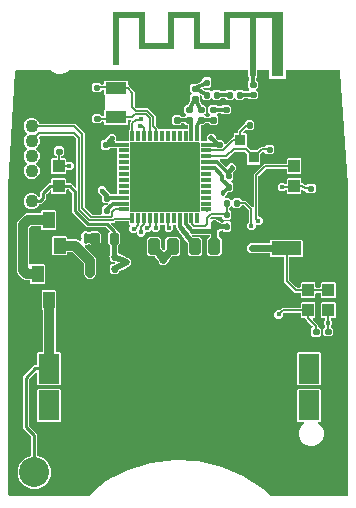
<source format=gbr>
G04 EAGLE Gerber RS-274X export*
G75*
%MOMM*%
%FSLAX34Y34*%
%LPD*%
%INTop Copper*%
%IPPOS*%
%AMOC8*
5,1,8,0,0,1.08239X$1,22.5*%
G01*
%ADD10R,0.300000X0.850000*%
%ADD11R,0.850000X0.300000*%
%ADD12R,5.250000X5.250000*%
%ADD13C,0.280800*%
%ADD14C,0.500000*%
%ADD15C,0.402900*%
%ADD16R,1.800000X1.000000*%
%ADD17R,0.850000X0.950000*%
%ADD18R,0.900000X0.500000*%
%ADD19R,0.500000X0.500000*%
%ADD20R,1.778000X2.540000*%
%ADD21C,8.000000*%
%ADD22R,2.500000X1.200000*%
%ADD23R,1.000000X1.400000*%
%ADD24R,1.000000X1.100000*%
%ADD25C,1.100000*%
%ADD26C,0.270000*%
%ADD27C,2.540000*%
%ADD28C,0.152400*%
%ADD29C,0.406400*%
%ADD30C,0.304800*%
%ADD31C,0.457200*%
%ADD32C,0.431800*%
%ADD33C,0.508000*%
%ADD34C,0.503200*%
%ADD35C,0.453200*%
%ADD36C,0.609600*%
%ADD37C,0.450000*%
%ADD38C,0.812800*%
%ADD39C,0.203200*%
%ADD40C,0.254000*%
%ADD41C,0.200000*%

G36*
X72524Y6364D02*
X72524Y6364D01*
X72530Y6363D01*
X72645Y6384D01*
X72761Y6402D01*
X72766Y6405D01*
X72772Y6406D01*
X72875Y6463D01*
X72978Y6518D01*
X72982Y6522D01*
X72988Y6525D01*
X73108Y6642D01*
X76425Y10703D01*
X86928Y19106D01*
X92943Y22113D01*
X94101Y22692D01*
X95786Y23535D01*
X96943Y24113D01*
X105929Y28606D01*
X125175Y34376D01*
X145126Y36759D01*
X165190Y35684D01*
X184772Y31184D01*
X203292Y23391D01*
X220200Y12537D01*
X226702Y6563D01*
X226765Y6522D01*
X226822Y6473D01*
X226867Y6455D01*
X226908Y6428D01*
X226980Y6409D01*
X227050Y6381D01*
X227116Y6374D01*
X227146Y6366D01*
X227171Y6368D01*
X227217Y6363D01*
X290876Y6363D01*
X290896Y6366D01*
X290915Y6364D01*
X291017Y6386D01*
X291119Y6402D01*
X291136Y6412D01*
X291156Y6416D01*
X291245Y6469D01*
X291336Y6518D01*
X291350Y6532D01*
X291367Y6542D01*
X291434Y6621D01*
X291506Y6696D01*
X291514Y6714D01*
X291527Y6729D01*
X291566Y6825D01*
X291609Y6919D01*
X291611Y6939D01*
X291619Y6957D01*
X291637Y7124D01*
X291637Y269887D01*
X291634Y269908D01*
X291635Y269942D01*
X284730Y365636D01*
X284713Y365705D01*
X284706Y365776D01*
X284685Y365824D01*
X284672Y365875D01*
X284657Y365899D01*
X284647Y366483D01*
X284644Y366495D01*
X284646Y366508D01*
X284622Y366616D01*
X284602Y366725D01*
X284596Y366736D01*
X284593Y366748D01*
X284537Y366843D01*
X284483Y366940D01*
X284474Y366948D01*
X284467Y366959D01*
X284383Y367031D01*
X284302Y367106D01*
X284290Y367111D01*
X284280Y367119D01*
X284177Y367161D01*
X284077Y367205D01*
X284064Y367206D01*
X284052Y367211D01*
X283885Y367230D01*
X240309Y367230D01*
X240289Y367226D01*
X240269Y367229D01*
X240168Y367207D01*
X240066Y367190D01*
X240048Y367181D01*
X240029Y367176D01*
X239940Y367123D01*
X239849Y367075D01*
X239835Y367060D01*
X239818Y367050D01*
X239750Y366971D01*
X239679Y366896D01*
X239671Y366878D01*
X239658Y366863D01*
X239619Y366767D01*
X239576Y366673D01*
X239573Y366654D01*
X239566Y366635D01*
X239547Y366468D01*
X239547Y360003D01*
X239548Y360002D01*
X239547Y360000D01*
X239549Y359587D01*
X239253Y359291D01*
X239252Y359290D01*
X239251Y359289D01*
X238963Y358999D01*
X238550Y358999D01*
X238549Y358999D01*
X238547Y358999D01*
X226428Y358952D01*
X226410Y358949D01*
X225700Y358949D01*
X225699Y358949D01*
X225697Y358949D01*
X225285Y358947D01*
X224989Y359243D01*
X224988Y359244D01*
X224987Y359245D01*
X224697Y359533D01*
X224697Y359947D01*
X224697Y359948D01*
X224697Y359950D01*
X224694Y360651D01*
X224697Y360675D01*
X224697Y366468D01*
X224694Y366488D01*
X224696Y366508D01*
X224674Y366609D01*
X224657Y366711D01*
X224648Y366729D01*
X224644Y366748D01*
X224591Y366837D01*
X224542Y366928D01*
X224528Y366942D01*
X224518Y366959D01*
X224439Y367027D01*
X224364Y367098D01*
X224346Y367106D01*
X224331Y367119D01*
X224234Y367158D01*
X224141Y367201D01*
X224121Y367204D01*
X224103Y367211D01*
X223936Y367230D01*
X215660Y367230D01*
X215640Y367226D01*
X215620Y367229D01*
X215519Y367207D01*
X215417Y367190D01*
X215399Y367181D01*
X215380Y367176D01*
X215291Y367123D01*
X215199Y367075D01*
X215186Y367060D01*
X215169Y367050D01*
X215101Y366971D01*
X215030Y366896D01*
X215022Y366878D01*
X215009Y366863D01*
X214970Y366767D01*
X214926Y366673D01*
X214924Y366654D01*
X214917Y366635D01*
X214898Y366468D01*
X214898Y361370D01*
X214113Y360584D01*
X214061Y360513D01*
X214003Y360446D01*
X213990Y360413D01*
X213969Y360385D01*
X213943Y360300D01*
X213909Y360218D01*
X213904Y360174D01*
X213897Y360150D01*
X213897Y360118D01*
X213890Y360052D01*
X213880Y358834D01*
X213888Y358784D01*
X213888Y358782D01*
X213890Y358772D01*
X213895Y358741D01*
X213902Y358647D01*
X213914Y358620D01*
X213918Y358591D01*
X213937Y358554D01*
X213940Y358542D01*
X213964Y358502D01*
X213999Y358421D01*
X214022Y358391D01*
X214032Y358372D01*
X214054Y358351D01*
X214066Y358331D01*
X214080Y358319D01*
X214103Y358290D01*
X215325Y357068D01*
X215325Y352197D01*
X213979Y350851D01*
X213967Y350835D01*
X213951Y350822D01*
X213895Y350735D01*
X213835Y350651D01*
X213829Y350632D01*
X213818Y350615D01*
X213793Y350515D01*
X213763Y350416D01*
X213763Y350396D01*
X213758Y350377D01*
X213766Y350274D01*
X213769Y350170D01*
X213776Y350151D01*
X213777Y350132D01*
X213818Y350037D01*
X213854Y349939D01*
X213866Y349924D01*
X213874Y349905D01*
X213979Y349774D01*
X215325Y348428D01*
X215325Y343557D01*
X213790Y342022D01*
X208319Y342022D01*
X207337Y343004D01*
X207265Y343055D01*
X207198Y343114D01*
X207165Y343127D01*
X207137Y343147D01*
X207052Y343173D01*
X206970Y343207D01*
X206926Y343212D01*
X206902Y343220D01*
X206870Y343219D01*
X206804Y343227D01*
X204332Y343243D01*
X204239Y343229D01*
X204146Y343222D01*
X204119Y343210D01*
X204089Y343205D01*
X204006Y343162D01*
X203920Y343125D01*
X203890Y343102D01*
X203871Y343092D01*
X203848Y343068D01*
X203789Y343020D01*
X202564Y341796D01*
X197693Y341796D01*
X196347Y343142D01*
X196331Y343154D01*
X196318Y343169D01*
X196231Y343225D01*
X196147Y343286D01*
X196128Y343291D01*
X196111Y343302D01*
X196011Y343328D01*
X195912Y343358D01*
X195892Y343357D01*
X195873Y343362D01*
X195770Y343354D01*
X195666Y343352D01*
X195647Y343345D01*
X195628Y343343D01*
X195533Y343303D01*
X195435Y343267D01*
X195419Y343255D01*
X195401Y343247D01*
X195270Y343142D01*
X193924Y341796D01*
X189053Y341796D01*
X187767Y343082D01*
X187695Y343134D01*
X187628Y343192D01*
X187596Y343205D01*
X187567Y343226D01*
X187483Y343252D01*
X187401Y343285D01*
X187356Y343291D01*
X187332Y343298D01*
X187301Y343297D01*
X187234Y343305D01*
X184987Y343323D01*
X184894Y343308D01*
X184800Y343301D01*
X184773Y343289D01*
X184744Y343285D01*
X184661Y343241D01*
X184574Y343204D01*
X184545Y343181D01*
X184526Y343171D01*
X184503Y343148D01*
X184443Y343100D01*
X183223Y341879D01*
X178352Y341879D01*
X177006Y343226D01*
X176989Y343237D01*
X176977Y343253D01*
X176890Y343309D01*
X176806Y343369D01*
X176787Y343375D01*
X176770Y343386D01*
X176669Y343411D01*
X176571Y343442D01*
X176551Y343441D01*
X176531Y343446D01*
X176429Y343438D01*
X176325Y343435D01*
X176306Y343428D01*
X176286Y343427D01*
X176191Y343386D01*
X176094Y343351D01*
X176078Y343338D01*
X176060Y343330D01*
X175929Y343226D01*
X174583Y341879D01*
X169712Y341879D01*
X168177Y343415D01*
X168177Y344623D01*
X168163Y344704D01*
X168159Y344786D01*
X168143Y344825D01*
X168137Y344866D01*
X168098Y344938D01*
X168068Y345015D01*
X168041Y345047D01*
X168022Y345083D01*
X167962Y345140D01*
X167909Y345203D01*
X167864Y345233D01*
X167843Y345252D01*
X167817Y345265D01*
X167770Y345297D01*
X167540Y345418D01*
X167463Y345443D01*
X167390Y345477D01*
X167347Y345482D01*
X167306Y345496D01*
X167226Y345496D01*
X167145Y345504D01*
X167103Y345495D01*
X167060Y345495D01*
X166984Y345469D01*
X166905Y345452D01*
X166868Y345430D01*
X166827Y345416D01*
X166763Y345367D01*
X166694Y345326D01*
X166666Y345293D01*
X166632Y345267D01*
X166587Y345201D01*
X166534Y345139D01*
X166518Y345099D01*
X166494Y345064D01*
X166472Y344986D01*
X166442Y344911D01*
X166436Y344854D01*
X166428Y344827D01*
X166430Y344798D01*
X166424Y344744D01*
X166424Y341067D01*
X166441Y340958D01*
X166455Y340849D01*
X166462Y340834D01*
X166463Y340824D01*
X166477Y340799D01*
X166521Y340695D01*
X168201Y337696D01*
X168246Y337640D01*
X168283Y337577D01*
X168322Y337544D01*
X168354Y337504D01*
X168415Y337465D01*
X168470Y337417D01*
X168518Y337398D01*
X168561Y337370D01*
X168631Y337353D01*
X168698Y337325D01*
X168768Y337318D01*
X168799Y337310D01*
X168823Y337312D01*
X168865Y337307D01*
X170176Y337307D01*
X171711Y335772D01*
X171711Y330901D01*
X170365Y329555D01*
X170353Y329538D01*
X170338Y329526D01*
X170282Y329439D01*
X170221Y329355D01*
X170216Y329336D01*
X170205Y329319D01*
X170179Y329218D01*
X170149Y329120D01*
X170150Y329100D01*
X170145Y329080D01*
X170153Y328978D01*
X170155Y328874D01*
X170162Y328855D01*
X170164Y328835D01*
X170204Y328741D01*
X170240Y328643D01*
X170252Y328627D01*
X170260Y328609D01*
X170365Y328478D01*
X171136Y327707D01*
X171210Y327654D01*
X171278Y327595D01*
X171309Y327583D01*
X171336Y327563D01*
X171422Y327537D01*
X171506Y327503D01*
X171548Y327498D01*
X171571Y327491D01*
X171603Y327492D01*
X171673Y327484D01*
X173612Y327481D01*
X173703Y327495D01*
X173794Y327502D01*
X173823Y327515D01*
X173855Y327520D01*
X173936Y327563D01*
X174021Y327599D01*
X174052Y327624D01*
X174072Y327635D01*
X174095Y327658D01*
X174152Y327703D01*
X174908Y328460D01*
X174920Y328476D01*
X174936Y328489D01*
X174992Y328576D01*
X175052Y328660D01*
X175058Y328679D01*
X175069Y328696D01*
X175094Y328796D01*
X175124Y328895D01*
X175124Y328915D01*
X175129Y328934D01*
X175121Y329037D01*
X175118Y329141D01*
X175111Y329160D01*
X175110Y329180D01*
X175069Y329274D01*
X175034Y329372D01*
X175021Y329388D01*
X175013Y329406D01*
X174908Y329537D01*
X173562Y330883D01*
X173562Y335754D01*
X175097Y337289D01*
X180569Y337289D01*
X181521Y336337D01*
X181595Y336284D01*
X181665Y336224D01*
X181695Y336212D01*
X181721Y336193D01*
X181808Y336166D01*
X181893Y336132D01*
X181934Y336128D01*
X181956Y336121D01*
X181988Y336122D01*
X182060Y336114D01*
X183989Y336114D01*
X184079Y336129D01*
X184170Y336136D01*
X184200Y336149D01*
X184232Y336154D01*
X184313Y336197D01*
X184396Y336232D01*
X184428Y336258D01*
X184449Y336269D01*
X184471Y336292D01*
X184527Y336337D01*
X185481Y337290D01*
X190952Y337290D01*
X192487Y335755D01*
X192487Y330884D01*
X190952Y329349D01*
X185481Y329349D01*
X184528Y330302D01*
X184454Y330355D01*
X184385Y330414D01*
X184355Y330426D01*
X184328Y330445D01*
X184241Y330472D01*
X184156Y330506D01*
X184116Y330511D01*
X184093Y330517D01*
X184061Y330517D01*
X183990Y330525D01*
X182060Y330524D01*
X181970Y330510D01*
X181879Y330502D01*
X181850Y330490D01*
X181818Y330485D01*
X181737Y330442D01*
X181653Y330406D01*
X181621Y330380D01*
X181600Y330369D01*
X181578Y330346D01*
X181522Y330301D01*
X180758Y329537D01*
X180746Y329521D01*
X180730Y329508D01*
X180674Y329421D01*
X180614Y329337D01*
X180608Y329318D01*
X180597Y329301D01*
X180572Y329201D01*
X180542Y329102D01*
X180542Y329082D01*
X180537Y329063D01*
X180545Y328960D01*
X180548Y328856D01*
X180555Y328837D01*
X180556Y328818D01*
X180597Y328723D01*
X180632Y328625D01*
X180645Y328610D01*
X180653Y328591D01*
X180758Y328460D01*
X182104Y327114D01*
X182104Y322243D01*
X180569Y320708D01*
X175097Y320708D01*
X174137Y321668D01*
X174064Y321721D01*
X173995Y321780D01*
X173964Y321792D01*
X173938Y321812D01*
X173851Y321838D01*
X173767Y321872D01*
X173725Y321877D01*
X173702Y321884D01*
X173670Y321883D01*
X173600Y321891D01*
X171661Y321894D01*
X171570Y321880D01*
X171479Y321873D01*
X171450Y321860D01*
X171419Y321855D01*
X171337Y321812D01*
X171253Y321776D01*
X171221Y321751D01*
X171201Y321740D01*
X171179Y321717D01*
X171122Y321671D01*
X170176Y320726D01*
X168419Y320726D01*
X168302Y320706D01*
X168185Y320689D01*
X168181Y320687D01*
X168176Y320686D01*
X168072Y320631D01*
X167966Y320576D01*
X167963Y320573D01*
X167959Y320571D01*
X167877Y320485D01*
X167795Y320400D01*
X167792Y320395D01*
X167789Y320392D01*
X167783Y320378D01*
X167714Y320253D01*
X167124Y318812D01*
X167110Y318750D01*
X167086Y318692D01*
X167076Y318604D01*
X167069Y318572D01*
X167071Y318554D01*
X167068Y318525D01*
X167053Y311817D01*
X167053Y311816D01*
X167053Y311815D01*
X167053Y310064D01*
X167047Y310051D01*
X167043Y310011D01*
X167036Y309989D01*
X167037Y309957D01*
X167029Y309884D01*
X167029Y307403D01*
X167032Y307383D01*
X167030Y307364D01*
X167052Y307262D01*
X167068Y307160D01*
X167078Y307143D01*
X167082Y307123D01*
X167135Y307034D01*
X167184Y306943D01*
X167198Y306929D01*
X167208Y306912D01*
X167287Y306845D01*
X167362Y306773D01*
X167380Y306765D01*
X167395Y306752D01*
X167491Y306713D01*
X167585Y306670D01*
X167605Y306668D01*
X167623Y306660D01*
X167790Y306642D01*
X170274Y306642D01*
X170364Y306656D01*
X170455Y306664D01*
X170460Y306666D01*
X171637Y306666D01*
X171708Y306677D01*
X171780Y306679D01*
X171829Y306697D01*
X171880Y306705D01*
X171944Y306739D01*
X172011Y306764D01*
X172052Y306796D01*
X172098Y306821D01*
X172147Y306873D01*
X172203Y306917D01*
X172231Y306961D01*
X172267Y306999D01*
X172297Y307064D01*
X172336Y307124D01*
X172349Y307175D01*
X172371Y307222D01*
X172378Y307293D01*
X172396Y307363D01*
X172392Y307415D01*
X172398Y307466D01*
X172382Y307537D01*
X172377Y307608D01*
X172356Y307656D01*
X172345Y307707D01*
X172313Y307761D01*
X172313Y310965D01*
X174531Y313183D01*
X177668Y313183D01*
X179887Y310965D01*
X179887Y310087D01*
X179889Y310073D01*
X179888Y310062D01*
X179900Y310004D01*
X179901Y309997D01*
X179908Y309906D01*
X179921Y309876D01*
X179926Y309844D01*
X179969Y309764D01*
X180005Y309680D01*
X180030Y309648D01*
X180041Y309627D01*
X180065Y309605D01*
X180110Y309549D01*
X181615Y308043D01*
X181689Y307990D01*
X181759Y307931D01*
X181789Y307918D01*
X181815Y307900D01*
X181902Y307873D01*
X181987Y307839D01*
X182028Y307834D01*
X182050Y307827D01*
X182082Y307828D01*
X182154Y307820D01*
X185458Y307820D01*
X187024Y306253D01*
X187024Y305081D01*
X187036Y305011D01*
X187038Y304939D01*
X187056Y304890D01*
X187064Y304839D01*
X187098Y304775D01*
X187122Y304708D01*
X187155Y304667D01*
X187179Y304621D01*
X187231Y304572D01*
X187276Y304516D01*
X187320Y304488D01*
X187358Y304452D01*
X187423Y304422D01*
X187483Y304383D01*
X187533Y304370D01*
X187581Y304348D01*
X187652Y304340D01*
X187721Y304323D01*
X187773Y304327D01*
X187825Y304321D01*
X187895Y304336D01*
X187967Y304342D01*
X188014Y304362D01*
X188065Y304373D01*
X188127Y304410D01*
X188193Y304438D01*
X188249Y304483D01*
X188277Y304500D01*
X188292Y304517D01*
X188324Y304543D01*
X193458Y309677D01*
X194155Y309677D01*
X194174Y309681D01*
X194194Y309678D01*
X194295Y309700D01*
X194397Y309717D01*
X194415Y309726D01*
X194434Y309731D01*
X194523Y309784D01*
X194615Y309832D01*
X194628Y309847D01*
X194646Y309857D01*
X194713Y309936D01*
X194784Y310011D01*
X194792Y310029D01*
X194805Y310044D01*
X194844Y310140D01*
X194888Y310234D01*
X194890Y310253D01*
X194897Y310272D01*
X194916Y310439D01*
X194916Y312683D01*
X195660Y313427D01*
X197643Y313427D01*
X197662Y313431D01*
X197682Y313428D01*
X197783Y313450D01*
X197885Y313467D01*
X197903Y313476D01*
X197922Y313481D01*
X198011Y313534D01*
X198103Y313582D01*
X198116Y313597D01*
X198134Y313607D01*
X198201Y313686D01*
X198272Y313761D01*
X198280Y313779D01*
X198293Y313794D01*
X198332Y313890D01*
X198376Y313984D01*
X198378Y314003D01*
X198385Y314022D01*
X198404Y314189D01*
X198404Y315472D01*
X204119Y321187D01*
X204172Y321261D01*
X204231Y321331D01*
X204243Y321361D01*
X204262Y321387D01*
X204289Y321474D01*
X204323Y321559D01*
X204328Y321600D01*
X204335Y321622D01*
X204334Y321654D01*
X204342Y321725D01*
X204342Y322909D01*
X205908Y324476D01*
X210716Y324476D01*
X212283Y322909D01*
X212283Y317501D01*
X210716Y315934D01*
X205908Y315934D01*
X205800Y316043D01*
X205784Y316054D01*
X205772Y316070D01*
X205684Y316126D01*
X205600Y316186D01*
X205581Y316192D01*
X205565Y316203D01*
X205464Y316228D01*
X205365Y316259D01*
X205345Y316258D01*
X205326Y316263D01*
X205223Y316255D01*
X205119Y316252D01*
X205101Y316245D01*
X205081Y316244D01*
X204986Y316203D01*
X204888Y316168D01*
X204873Y316155D01*
X204855Y316147D01*
X204724Y316043D01*
X203408Y314727D01*
X203366Y314669D01*
X203317Y314617D01*
X203295Y314569D01*
X203264Y314527D01*
X203243Y314459D01*
X203213Y314394D01*
X203207Y314342D01*
X203192Y314292D01*
X203194Y314220D01*
X203186Y314149D01*
X203197Y314098D01*
X203198Y314046D01*
X203223Y313979D01*
X203238Y313909D01*
X203265Y313864D01*
X203283Y313815D01*
X203328Y313759D01*
X203364Y313698D01*
X203404Y313664D01*
X203436Y313623D01*
X203497Y313584D01*
X203551Y313538D01*
X203600Y313518D01*
X203643Y313490D01*
X203713Y313473D01*
X203779Y313446D01*
X203851Y313438D01*
X203882Y313430D01*
X203905Y313432D01*
X203946Y313427D01*
X205213Y313427D01*
X205957Y312683D01*
X205957Y303032D01*
X205961Y303012D01*
X205958Y302993D01*
X205980Y302891D01*
X205997Y302789D01*
X206006Y302772D01*
X206011Y302752D01*
X206064Y302663D01*
X206112Y302572D01*
X206127Y302558D01*
X206137Y302541D01*
X206216Y302474D01*
X206291Y302402D01*
X206309Y302394D01*
X206324Y302381D01*
X206420Y302342D01*
X206424Y302340D01*
X208047Y300718D01*
X209614Y299150D01*
X209688Y299097D01*
X209758Y299038D01*
X209788Y299026D01*
X209814Y299007D01*
X209901Y298980D01*
X209986Y298946D01*
X210027Y298941D01*
X210049Y298934D01*
X210081Y298935D01*
X210153Y298927D01*
X214647Y298927D01*
X214741Y298943D01*
X214837Y298952D01*
X214862Y298963D01*
X214889Y298967D01*
X214974Y299012D01*
X215062Y299051D01*
X215089Y299073D01*
X215107Y299082D01*
X215129Y299106D01*
X215192Y299157D01*
X215701Y299680D01*
X215740Y299735D01*
X215780Y299777D01*
X215781Y299781D01*
X216325Y300325D01*
X216326Y300325D01*
X216500Y300500D01*
X216503Y300503D01*
X216507Y300506D01*
X217223Y301241D01*
X217245Y301253D01*
X217266Y301275D01*
X217316Y301315D01*
X217739Y301739D01*
X220332Y301739D01*
X220423Y301753D01*
X220513Y301760D01*
X220543Y301773D01*
X220575Y301778D01*
X220656Y301821D01*
X220740Y301857D01*
X220772Y301882D01*
X220793Y301893D01*
X220815Y301917D01*
X220871Y301962D01*
X222586Y303677D01*
X227994Y303677D01*
X229560Y302110D01*
X229560Y297302D01*
X227994Y295735D01*
X222586Y295735D01*
X220871Y297450D01*
X220797Y297503D01*
X220727Y297563D01*
X220697Y297575D01*
X220671Y297594D01*
X220584Y297620D01*
X220499Y297655D01*
X220458Y297659D01*
X220436Y297666D01*
X220404Y297665D01*
X220332Y297673D01*
X219744Y297673D01*
X219649Y297658D01*
X219553Y297649D01*
X219528Y297638D01*
X219501Y297633D01*
X219416Y297588D01*
X219328Y297550D01*
X219301Y297528D01*
X219283Y297518D01*
X219261Y297494D01*
X219198Y297443D01*
X217674Y295879D01*
X217624Y295808D01*
X217568Y295743D01*
X217554Y295708D01*
X217533Y295678D01*
X217508Y295595D01*
X217476Y295514D01*
X217471Y295467D01*
X217463Y295442D01*
X217464Y295411D01*
X217457Y295348D01*
X217457Y287630D01*
X216713Y286886D01*
X207160Y286886D01*
X206416Y287630D01*
X206416Y295611D01*
X206401Y295701D01*
X206394Y295792D01*
X206381Y295822D01*
X206376Y295854D01*
X206333Y295934D01*
X206298Y296018D01*
X206272Y296050D01*
X206261Y296071D01*
X206238Y296093D01*
X206210Y296128D01*
X206210Y296129D01*
X206209Y296129D01*
X206193Y296149D01*
X204836Y297506D01*
X204762Y297559D01*
X204692Y297619D01*
X204662Y297631D01*
X204636Y297650D01*
X204549Y297677D01*
X204464Y297711D01*
X204423Y297715D01*
X204401Y297722D01*
X204369Y297721D01*
X204297Y297729D01*
X196256Y297729D01*
X196166Y297715D01*
X196075Y297707D01*
X196045Y297695D01*
X196013Y297690D01*
X195932Y297647D01*
X195849Y297611D01*
X195816Y297585D01*
X195796Y297574D01*
X195774Y297551D01*
X195718Y297506D01*
X189812Y291600D01*
X183707Y291600D01*
X183636Y291589D01*
X183564Y291587D01*
X183515Y291569D01*
X183464Y291561D01*
X183401Y291527D01*
X183333Y291502D01*
X183293Y291470D01*
X183247Y291445D01*
X183197Y291394D01*
X183141Y291349D01*
X183113Y291305D01*
X183077Y291267D01*
X183047Y291202D01*
X183008Y291142D01*
X182996Y291091D01*
X182974Y291044D01*
X182966Y290973D01*
X182948Y290903D01*
X182952Y290851D01*
X182947Y290800D01*
X182962Y290729D01*
X182967Y290658D01*
X182988Y290610D01*
X182999Y290559D01*
X183036Y290498D01*
X183064Y290432D01*
X183109Y290376D01*
X183125Y290348D01*
X183143Y290333D01*
X183169Y290301D01*
X188236Y285233D01*
X188253Y285221D01*
X188265Y285206D01*
X188352Y285150D01*
X188436Y285089D01*
X188455Y285084D01*
X188472Y285073D01*
X188573Y285047D01*
X188671Y285017D01*
X188691Y285018D01*
X188711Y285013D01*
X188813Y285021D01*
X188917Y285023D01*
X188936Y285030D01*
X188956Y285032D01*
X189050Y285072D01*
X189148Y285108D01*
X189164Y285120D01*
X189182Y285128D01*
X189313Y285233D01*
X189516Y285436D01*
X189569Y285510D01*
X189629Y285579D01*
X189641Y285609D01*
X189660Y285636D01*
X189686Y285723D01*
X189721Y285807D01*
X189722Y285822D01*
X191822Y287922D01*
X194769Y287922D01*
X196852Y285839D01*
X196852Y282892D01*
X195072Y281111D01*
X195019Y281037D01*
X194959Y280968D01*
X194947Y280938D01*
X194928Y280911D01*
X194901Y280825D01*
X194867Y280740D01*
X194863Y280699D01*
X194856Y280676D01*
X194857Y280644D01*
X194849Y280573D01*
X194849Y274937D01*
X193265Y273353D01*
X193253Y273337D01*
X193238Y273325D01*
X193182Y273237D01*
X193121Y273154D01*
X193116Y273135D01*
X193105Y273118D01*
X193079Y273017D01*
X193049Y272918D01*
X193050Y272899D01*
X193045Y272879D01*
X193053Y272776D01*
X193055Y272673D01*
X193062Y272654D01*
X193064Y272634D01*
X193104Y272539D01*
X193109Y272527D01*
X193110Y272520D01*
X193113Y272516D01*
X193140Y272442D01*
X193152Y272426D01*
X193160Y272408D01*
X193228Y272322D01*
X193236Y272309D01*
X193245Y272302D01*
X193265Y272277D01*
X194849Y270693D01*
X194849Y265285D01*
X193282Y263718D01*
X190991Y263718D01*
X190901Y263704D01*
X190810Y263696D01*
X190780Y263684D01*
X190748Y263679D01*
X190667Y263636D01*
X190583Y263600D01*
X190551Y263574D01*
X190530Y263563D01*
X190508Y263540D01*
X190452Y263495D01*
X189664Y262707D01*
X189611Y262633D01*
X189551Y262564D01*
X189539Y262534D01*
X189520Y262508D01*
X189494Y262421D01*
X189459Y262336D01*
X189455Y262295D01*
X189448Y262273D01*
X189449Y262240D01*
X189441Y262169D01*
X189441Y261408D01*
X188003Y259970D01*
X187962Y259912D01*
X187912Y259860D01*
X187890Y259813D01*
X187860Y259771D01*
X187839Y259702D01*
X187809Y259637D01*
X187803Y259585D01*
X187787Y259535D01*
X187789Y259464D01*
X187781Y259393D01*
X187793Y259342D01*
X187794Y259290D01*
X187818Y259222D01*
X187834Y259152D01*
X187860Y259107D01*
X187878Y259059D01*
X187923Y259003D01*
X187960Y258941D01*
X187999Y258907D01*
X188032Y258867D01*
X188092Y258828D01*
X188147Y258781D01*
X188195Y258762D01*
X188239Y258734D01*
X188308Y258716D01*
X188375Y258689D01*
X188446Y258681D01*
X188477Y258673D01*
X188501Y258675D01*
X188542Y258671D01*
X191377Y258671D01*
X192735Y257313D01*
X192751Y257301D01*
X192763Y257286D01*
X192851Y257230D01*
X192934Y257169D01*
X192953Y257164D01*
X192970Y257153D01*
X193071Y257127D01*
X193170Y257097D01*
X193189Y257098D01*
X193209Y257093D01*
X193312Y257101D01*
X193415Y257103D01*
X193434Y257110D01*
X193454Y257112D01*
X193549Y257152D01*
X193646Y257188D01*
X193662Y257200D01*
X193680Y257208D01*
X193811Y257313D01*
X195169Y258671D01*
X199977Y258671D01*
X201559Y257089D01*
X201567Y257053D01*
X201583Y256951D01*
X201593Y256934D01*
X201597Y256914D01*
X201650Y256825D01*
X201699Y256734D01*
X201713Y256720D01*
X201723Y256703D01*
X201802Y256636D01*
X201877Y256564D01*
X201895Y256556D01*
X201910Y256543D01*
X202006Y256504D01*
X202100Y256461D01*
X202120Y256459D01*
X202138Y256451D01*
X202305Y256433D01*
X205442Y256433D01*
X210668Y251207D01*
X210726Y251165D01*
X210778Y251116D01*
X210825Y251094D01*
X210867Y251063D01*
X210936Y251042D01*
X211001Y251012D01*
X211053Y251006D01*
X211103Y250991D01*
X211174Y250993D01*
X211245Y250985D01*
X211296Y250996D01*
X211348Y250997D01*
X211416Y251022D01*
X211486Y251037D01*
X211531Y251064D01*
X211579Y251082D01*
X211635Y251127D01*
X211697Y251163D01*
X211731Y251203D01*
X211771Y251236D01*
X211810Y251296D01*
X211857Y251350D01*
X211876Y251399D01*
X211904Y251443D01*
X211922Y251512D01*
X211949Y251579D01*
X211957Y251650D01*
X211965Y251681D01*
X211963Y251704D01*
X211967Y251745D01*
X211967Y278842D01*
X220555Y287430D01*
X239104Y287430D01*
X239124Y287433D01*
X239144Y287431D01*
X239245Y287453D01*
X239347Y287470D01*
X239365Y287479D01*
X239384Y287483D01*
X239473Y287537D01*
X239564Y287585D01*
X239578Y287599D01*
X239595Y287610D01*
X239663Y287688D01*
X239734Y287763D01*
X239742Y287781D01*
X239755Y287796D01*
X239794Y287893D01*
X239837Y287986D01*
X239840Y288006D01*
X239847Y288025D01*
X239866Y288191D01*
X239866Y292003D01*
X240610Y292748D01*
X251663Y292748D01*
X252407Y292003D01*
X252407Y279951D01*
X251663Y279206D01*
X240610Y279206D01*
X239866Y279951D01*
X239866Y282603D01*
X239862Y282623D01*
X239865Y282643D01*
X239843Y282744D01*
X239826Y282846D01*
X239817Y282864D01*
X239812Y282883D01*
X239759Y282972D01*
X239711Y283063D01*
X239696Y283077D01*
X239686Y283094D01*
X239607Y283162D01*
X239532Y283233D01*
X239514Y283241D01*
X239499Y283254D01*
X239403Y283293D01*
X239309Y283336D01*
X239290Y283339D01*
X239271Y283346D01*
X239104Y283365D01*
X222555Y283365D01*
X222465Y283350D01*
X222374Y283343D01*
X222344Y283330D01*
X222312Y283325D01*
X222231Y283282D01*
X222147Y283246D01*
X222115Y283221D01*
X222095Y283210D01*
X222072Y283186D01*
X222016Y283142D01*
X216256Y277381D01*
X216203Y277307D01*
X216143Y277238D01*
X216131Y277207D01*
X216112Y277181D01*
X216085Y277094D01*
X216051Y277009D01*
X216047Y276968D01*
X216040Y276946D01*
X216041Y276914D01*
X216033Y276843D01*
X216033Y243282D01*
X216036Y243262D01*
X216034Y243243D01*
X216056Y243141D01*
X216072Y243039D01*
X216082Y243022D01*
X216086Y243002D01*
X216139Y242913D01*
X216188Y242822D01*
X216202Y242808D01*
X216212Y242791D01*
X216291Y242724D01*
X216366Y242652D01*
X216384Y242644D01*
X216399Y242631D01*
X216495Y242592D01*
X216589Y242549D01*
X216609Y242547D01*
X216627Y242539D01*
X216794Y242521D01*
X217458Y242521D01*
X219521Y240458D01*
X219521Y237542D01*
X217458Y235479D01*
X214282Y235479D01*
X214262Y235476D01*
X214243Y235478D01*
X214141Y235456D01*
X214039Y235440D01*
X214022Y235430D01*
X214002Y235426D01*
X213913Y235373D01*
X213822Y235324D01*
X213808Y235310D01*
X213791Y235300D01*
X213724Y235221D01*
X213652Y235146D01*
X213644Y235128D01*
X213631Y235113D01*
X213592Y235016D01*
X213549Y234923D01*
X213547Y234903D01*
X213539Y234885D01*
X213521Y234718D01*
X213521Y233542D01*
X211458Y231479D01*
X208542Y231479D01*
X206479Y233542D01*
X206479Y236458D01*
X207744Y237723D01*
X207797Y237797D01*
X207857Y237867D01*
X207869Y237897D01*
X207888Y237923D01*
X207915Y238010D01*
X207949Y238095D01*
X207953Y238136D01*
X207960Y238158D01*
X207959Y238190D01*
X207967Y238262D01*
X207967Y247843D01*
X207953Y247933D01*
X207945Y248024D01*
X207933Y248053D01*
X207928Y248085D01*
X207885Y248166D01*
X207849Y248250D01*
X207823Y248282D01*
X207812Y248303D01*
X207789Y248325D01*
X207744Y248381D01*
X203981Y252144D01*
X203907Y252197D01*
X203838Y252257D01*
X203807Y252269D01*
X203781Y252288D01*
X203694Y252315D01*
X203609Y252349D01*
X203568Y252353D01*
X203546Y252360D01*
X203514Y252359D01*
X203443Y252367D01*
X202305Y252367D01*
X202285Y252364D01*
X202266Y252366D01*
X202164Y252344D01*
X202062Y252328D01*
X202045Y252318D01*
X202025Y252314D01*
X201936Y252261D01*
X201845Y252212D01*
X201831Y252198D01*
X201814Y252188D01*
X201747Y252109D01*
X201675Y252034D01*
X201667Y252016D01*
X201654Y252001D01*
X201615Y251905D01*
X201572Y251811D01*
X201570Y251791D01*
X201562Y251773D01*
X201555Y251707D01*
X199977Y250129D01*
X195169Y250129D01*
X193811Y251487D01*
X193795Y251499D01*
X193783Y251514D01*
X193695Y251570D01*
X193612Y251631D01*
X193593Y251636D01*
X193576Y251647D01*
X193475Y251673D01*
X193376Y251703D01*
X193357Y251702D01*
X193337Y251707D01*
X193234Y251699D01*
X193131Y251697D01*
X193112Y251690D01*
X193092Y251688D01*
X192997Y251648D01*
X192900Y251612D01*
X192884Y251600D01*
X192866Y251592D01*
X192735Y251487D01*
X191360Y250112D01*
X191348Y250096D01*
X191333Y250084D01*
X191277Y249996D01*
X191216Y249913D01*
X191211Y249894D01*
X191200Y249877D01*
X191174Y249776D01*
X191144Y249677D01*
X191145Y249658D01*
X191140Y249638D01*
X191148Y249535D01*
X191150Y249432D01*
X191157Y249413D01*
X191159Y249393D01*
X191199Y249298D01*
X191235Y249201D01*
X191247Y249185D01*
X191255Y249167D01*
X191360Y249036D01*
X193071Y247325D01*
X193071Y241917D01*
X191504Y240350D01*
X186696Y240350D01*
X185129Y241917D01*
X185129Y241954D01*
X185126Y241974D01*
X185128Y241993D01*
X185106Y242095D01*
X185090Y242197D01*
X185080Y242214D01*
X185076Y242234D01*
X185023Y242323D01*
X184974Y242414D01*
X184960Y242428D01*
X184950Y242445D01*
X184871Y242512D01*
X184796Y242584D01*
X184778Y242592D01*
X184763Y242605D01*
X184667Y242644D01*
X184573Y242687D01*
X184553Y242689D01*
X184535Y242697D01*
X184368Y242715D01*
X176755Y242715D01*
X176665Y242701D01*
X176574Y242693D01*
X176544Y242681D01*
X176513Y242676D01*
X176432Y242633D01*
X176348Y242597D01*
X176316Y242571D01*
X176295Y242560D01*
X176273Y242537D01*
X176217Y242492D01*
X175394Y241669D01*
X175374Y241642D01*
X175349Y241620D01*
X175303Y241543D01*
X175251Y241470D01*
X175241Y241437D01*
X175223Y241408D01*
X175205Y241320D01*
X175178Y241235D01*
X175179Y241201D01*
X175172Y241168D01*
X175182Y241079D01*
X175185Y240989D01*
X175196Y240957D01*
X175200Y240923D01*
X175238Y240842D01*
X175269Y240758D01*
X175290Y240731D01*
X175304Y240701D01*
X175366Y240636D01*
X175423Y240566D01*
X175451Y240547D01*
X175474Y240523D01*
X175554Y240481D01*
X175630Y240433D01*
X175662Y240424D01*
X175692Y240409D01*
X175781Y240395D01*
X175868Y240373D01*
X175902Y240375D01*
X175935Y240370D01*
X176102Y240389D01*
X176492Y240478D01*
X176498Y240480D01*
X176504Y240481D01*
X176612Y240527D01*
X176720Y240571D01*
X176725Y240575D01*
X176730Y240577D01*
X176861Y240682D01*
X176949Y240770D01*
X177685Y240770D01*
X177686Y240770D01*
X177687Y240770D01*
X177854Y240789D01*
X179316Y241122D01*
X179691Y240886D01*
X179696Y240884D01*
X179701Y240880D01*
X179810Y240836D01*
X179918Y240791D01*
X179924Y240790D01*
X179929Y240788D01*
X180096Y240770D01*
X180106Y240770D01*
X180433Y240442D01*
X180434Y240442D01*
X180435Y240440D01*
X180567Y240336D01*
X184047Y238149D01*
X184053Y238147D01*
X184057Y238143D01*
X184144Y238108D01*
X184175Y238085D01*
X184260Y238019D01*
X184278Y238011D01*
X184288Y238004D01*
X184317Y237995D01*
X184415Y237955D01*
X184938Y237803D01*
X184948Y237802D01*
X184949Y237801D01*
X184962Y237800D01*
X184982Y237792D01*
X185149Y237773D01*
X185419Y237772D01*
X185510Y237787D01*
X185602Y237794D01*
X185631Y237806D01*
X185662Y237811D01*
X185744Y237854D01*
X185829Y237890D01*
X185860Y237915D01*
X185880Y237926D01*
X185890Y237937D01*
X185892Y237938D01*
X185906Y237952D01*
X185959Y237995D01*
X186696Y238732D01*
X191504Y238732D01*
X193071Y237165D01*
X193071Y231757D01*
X191504Y230190D01*
X186696Y230190D01*
X185950Y230936D01*
X185907Y230967D01*
X185870Y231006D01*
X185808Y231039D01*
X185750Y231080D01*
X185699Y231095D01*
X185652Y231120D01*
X185583Y231131D01*
X185515Y231152D01*
X185462Y231151D01*
X185409Y231159D01*
X185298Y231146D01*
X185270Y231146D01*
X185259Y231142D01*
X185243Y231140D01*
X184397Y230947D01*
X184391Y230945D01*
X184385Y230944D01*
X184299Y230908D01*
X184261Y230901D01*
X184155Y230889D01*
X184137Y230881D01*
X184124Y230879D01*
X184097Y230865D01*
X184000Y230824D01*
X182733Y230127D01*
X182673Y230081D01*
X182609Y230042D01*
X182577Y230005D01*
X182539Y229975D01*
X182498Y229912D01*
X182449Y229855D01*
X182431Y229810D01*
X182404Y229770D01*
X182385Y229697D01*
X182357Y229627D01*
X182349Y229562D01*
X182342Y229532D01*
X182343Y229506D01*
X182338Y229460D01*
X182338Y226521D01*
X182353Y226431D01*
X182360Y226340D01*
X182373Y226310D01*
X182378Y226278D01*
X182421Y226198D01*
X182456Y226114D01*
X182482Y226081D01*
X182493Y226061D01*
X182516Y226039D01*
X182561Y225983D01*
X184873Y223671D01*
X184873Y211347D01*
X182664Y209138D01*
X174541Y209138D01*
X172332Y211347D01*
X172332Y223671D01*
X174494Y225833D01*
X174537Y225892D01*
X174578Y225936D01*
X174585Y225951D01*
X174606Y225976D01*
X174618Y226006D01*
X174637Y226032D01*
X174664Y226119D01*
X174669Y226132D01*
X174682Y226159D01*
X174682Y226165D01*
X174698Y226204D01*
X174703Y226245D01*
X174710Y226267D01*
X174709Y226300D01*
X174717Y226371D01*
X174717Y226717D01*
X174714Y226737D01*
X174716Y226757D01*
X174694Y226858D01*
X174677Y226960D01*
X174668Y226978D01*
X174663Y226997D01*
X174610Y227086D01*
X174562Y227178D01*
X174547Y227191D01*
X174537Y227209D01*
X174459Y227276D01*
X174384Y227347D01*
X174365Y227355D01*
X174350Y227368D01*
X174254Y227407D01*
X174161Y227451D01*
X174141Y227453D01*
X174122Y227460D01*
X173955Y227479D01*
X160330Y227475D01*
X160309Y227472D01*
X160289Y227474D01*
X160188Y227452D01*
X160087Y227435D01*
X160069Y227425D01*
X160048Y227421D01*
X159960Y227368D01*
X159870Y227320D01*
X159856Y227305D01*
X159838Y227294D01*
X159771Y227216D01*
X159701Y227142D01*
X159692Y227123D01*
X159678Y227107D01*
X159640Y227012D01*
X159597Y226919D01*
X159595Y226898D01*
X159587Y226878D01*
X159581Y226776D01*
X159570Y226674D01*
X159575Y226654D01*
X159573Y226633D01*
X159601Y226534D01*
X159622Y226434D01*
X159633Y226416D01*
X159639Y226396D01*
X159725Y226252D01*
X159754Y226214D01*
X159768Y226202D01*
X159777Y226185D01*
X159857Y226117D01*
X159933Y226046D01*
X159950Y226038D01*
X159964Y226026D01*
X160061Y225986D01*
X160156Y225943D01*
X160175Y225941D01*
X160192Y225934D01*
X160359Y225915D01*
X166280Y225915D01*
X168489Y223706D01*
X168489Y211383D01*
X166280Y209174D01*
X158157Y209174D01*
X155948Y211383D01*
X155948Y220057D01*
X155941Y220098D01*
X155944Y220138D01*
X155921Y220218D01*
X155908Y220300D01*
X155889Y220336D01*
X155878Y220375D01*
X155795Y220513D01*
X155793Y220517D01*
X155792Y220518D01*
X155792Y220519D01*
X146753Y232357D01*
X146752Y232372D01*
X146757Y232390D01*
X146753Y232442D01*
X146758Y232493D01*
X146747Y232545D01*
X146746Y232599D01*
X146739Y232617D01*
X146738Y232636D01*
X146717Y232684D01*
X146706Y232734D01*
X146679Y232778D01*
X146660Y232830D01*
X146649Y232845D01*
X146641Y232862D01*
X146595Y232920D01*
X146580Y232945D01*
X146564Y232959D01*
X146536Y232993D01*
X146463Y233066D01*
X146463Y235077D01*
X146460Y235096D01*
X146462Y235116D01*
X146440Y235217D01*
X146424Y235319D01*
X146414Y235337D01*
X146410Y235356D01*
X146357Y235445D01*
X146308Y235537D01*
X146294Y235550D01*
X146284Y235567D01*
X146205Y235635D01*
X146130Y235706D01*
X146112Y235714D01*
X146097Y235727D01*
X146001Y235766D01*
X145907Y235810D01*
X145887Y235812D01*
X145869Y235819D01*
X145702Y235838D01*
X143979Y235838D01*
X143908Y235826D01*
X143837Y235824D01*
X143788Y235806D01*
X143736Y235798D01*
X143673Y235765D01*
X143606Y235740D01*
X143565Y235707D01*
X143519Y235683D01*
X143470Y235631D01*
X143414Y235586D01*
X143385Y235542D01*
X143350Y235505D01*
X143319Y235440D01*
X143281Y235379D01*
X143268Y235329D01*
X143246Y235282D01*
X143238Y235210D01*
X143221Y235141D01*
X143225Y235089D01*
X143219Y235037D01*
X143234Y234967D01*
X143240Y234896D01*
X143260Y234848D01*
X143271Y234797D01*
X143308Y234735D01*
X143336Y234669D01*
X143381Y234613D01*
X143397Y234586D01*
X143415Y234570D01*
X143441Y234538D01*
X143521Y234458D01*
X143521Y231542D01*
X141458Y229479D01*
X138542Y229479D01*
X136479Y231542D01*
X136479Y234458D01*
X136559Y234538D01*
X136601Y234596D01*
X136650Y234648D01*
X136672Y234696D01*
X136703Y234738D01*
X136724Y234807D01*
X136754Y234872D01*
X136760Y234923D01*
X136775Y234973D01*
X136773Y235045D01*
X136781Y235116D01*
X136770Y235167D01*
X136769Y235219D01*
X136744Y235286D01*
X136729Y235356D01*
X136702Y235401D01*
X136684Y235450D01*
X136639Y235506D01*
X136603Y235567D01*
X136563Y235601D01*
X136531Y235642D01*
X136470Y235681D01*
X136416Y235727D01*
X136367Y235747D01*
X136324Y235775D01*
X136254Y235792D01*
X136188Y235819D01*
X136116Y235827D01*
X136085Y235835D01*
X136062Y235833D01*
X136021Y235838D01*
X132979Y235838D01*
X132908Y235826D01*
X132837Y235824D01*
X132788Y235806D01*
X132736Y235798D01*
X132673Y235765D01*
X132606Y235740D01*
X132565Y235707D01*
X132519Y235683D01*
X132470Y235631D01*
X132414Y235586D01*
X132385Y235542D01*
X132350Y235505D01*
X132319Y235440D01*
X132281Y235379D01*
X132268Y235329D01*
X132246Y235282D01*
X132238Y235210D01*
X132221Y235141D01*
X132225Y235089D01*
X132219Y235037D01*
X132234Y234967D01*
X132240Y234896D01*
X132260Y234848D01*
X132271Y234797D01*
X132308Y234735D01*
X132336Y234669D01*
X132381Y234613D01*
X132397Y234586D01*
X132415Y234570D01*
X132441Y234538D01*
X132521Y234458D01*
X132521Y231542D01*
X130458Y229479D01*
X127542Y229479D01*
X126038Y230983D01*
X126022Y230994D01*
X126010Y231010D01*
X125922Y231066D01*
X125839Y231126D01*
X125820Y231132D01*
X125803Y231143D01*
X125702Y231168D01*
X125603Y231199D01*
X125584Y231198D01*
X125564Y231203D01*
X125461Y231195D01*
X125358Y231192D01*
X125339Y231185D01*
X125319Y231184D01*
X125224Y231143D01*
X125127Y231108D01*
X125111Y231095D01*
X125093Y231087D01*
X124962Y230983D01*
X123458Y229479D01*
X121033Y229479D01*
X121013Y229476D01*
X120994Y229478D01*
X120892Y229456D01*
X120790Y229440D01*
X120773Y229430D01*
X120753Y229426D01*
X120664Y229373D01*
X120573Y229324D01*
X120559Y229310D01*
X120542Y229300D01*
X120475Y229221D01*
X120404Y229146D01*
X120395Y229128D01*
X120382Y229113D01*
X120343Y229017D01*
X120300Y228923D01*
X120298Y228903D01*
X120290Y228885D01*
X120272Y228718D01*
X120272Y227950D01*
X118209Y225888D01*
X115293Y225888D01*
X113230Y227950D01*
X113230Y228684D01*
X113219Y228755D01*
X113217Y228826D01*
X113199Y228875D01*
X113191Y228927D01*
X113157Y228990D01*
X113132Y229057D01*
X113100Y229098D01*
X113076Y229144D01*
X113023Y229194D01*
X112979Y229249D01*
X112935Y229278D01*
X112897Y229313D01*
X112832Y229344D01*
X112772Y229382D01*
X112721Y229395D01*
X112674Y229417D01*
X112603Y229425D01*
X112533Y229443D01*
X112481Y229438D01*
X112430Y229444D01*
X112360Y229429D01*
X112288Y229423D01*
X112240Y229403D01*
X112189Y229392D01*
X112128Y229355D01*
X112062Y229327D01*
X112006Y229282D01*
X111978Y229266D01*
X111963Y229248D01*
X111931Y229222D01*
X111690Y228981D01*
X108773Y228981D01*
X106711Y231044D01*
X106711Y233961D01*
X107372Y234621D01*
X107383Y234637D01*
X107399Y234650D01*
X107455Y234737D01*
X107515Y234821D01*
X107521Y234840D01*
X107532Y234857D01*
X107557Y234957D01*
X107588Y235056D01*
X107587Y235076D01*
X107592Y235095D01*
X107584Y235198D01*
X107581Y235302D01*
X107574Y235321D01*
X107573Y235341D01*
X107532Y235435D01*
X107497Y235533D01*
X107484Y235549D01*
X107476Y235567D01*
X107372Y235698D01*
X106487Y236582D01*
X106487Y238108D01*
X106484Y238128D01*
X106486Y238148D01*
X106464Y238249D01*
X106448Y238351D01*
X106438Y238369D01*
X106434Y238388D01*
X106381Y238477D01*
X106332Y238568D01*
X106318Y238582D01*
X106308Y238599D01*
X106229Y238666D01*
X106154Y238738D01*
X106136Y238746D01*
X106121Y238759D01*
X106025Y238798D01*
X105931Y238841D01*
X105911Y238844D01*
X105893Y238851D01*
X105726Y238869D01*
X94803Y238869D01*
X94712Y238855D01*
X94622Y238848D01*
X94592Y238835D01*
X94560Y238830D01*
X94479Y238787D01*
X94395Y238751D01*
X94363Y238726D01*
X94342Y238715D01*
X94320Y238691D01*
X94264Y238646D01*
X93276Y237658D01*
X91773Y237658D01*
X91702Y237646D01*
X91631Y237644D01*
X91582Y237627D01*
X91530Y237618D01*
X91467Y237585D01*
X91400Y237560D01*
X91359Y237527D01*
X91313Y237503D01*
X91264Y237451D01*
X91208Y237406D01*
X91179Y237362D01*
X91144Y237325D01*
X91113Y237260D01*
X91075Y237199D01*
X91062Y237149D01*
X91040Y237102D01*
X91032Y237030D01*
X91015Y236961D01*
X91019Y236909D01*
X91013Y236857D01*
X91028Y236787D01*
X91034Y236716D01*
X91054Y236668D01*
X91065Y236617D01*
X91102Y236555D01*
X91130Y236489D01*
X91175Y236433D01*
X91191Y236406D01*
X91209Y236390D01*
X91235Y236358D01*
X96151Y231442D01*
X96151Y230983D01*
X96154Y230963D01*
X96152Y230943D01*
X96174Y230842D01*
X96191Y230740D01*
X96200Y230723D01*
X96204Y230703D01*
X96257Y230614D01*
X96306Y230523D01*
X96320Y230509D01*
X96330Y230492D01*
X96409Y230425D01*
X96484Y230353D01*
X96502Y230345D01*
X96517Y230332D01*
X96614Y230293D01*
X96707Y230250D01*
X96727Y230248D01*
X96746Y230240D01*
X96906Y230222D01*
X98831Y228297D01*
X98831Y220305D01*
X97494Y218968D01*
X97441Y218894D01*
X97381Y218824D01*
X97369Y218794D01*
X97350Y218768D01*
X97324Y218681D01*
X97289Y218596D01*
X97285Y218555D01*
X97278Y218533D01*
X97279Y218501D01*
X97271Y218429D01*
X97271Y212594D01*
X97286Y212504D01*
X97293Y212413D01*
X97305Y212383D01*
X97311Y212351D01*
X97353Y212271D01*
X97389Y212187D01*
X97415Y212155D01*
X97426Y212134D01*
X97449Y212112D01*
X97494Y212056D01*
X97941Y211609D01*
X97945Y211569D01*
X97954Y211548D01*
X97958Y211526D01*
X98005Y211437D01*
X98047Y211345D01*
X98062Y211328D01*
X98073Y211308D01*
X98146Y211239D01*
X98215Y211165D01*
X98239Y211151D01*
X98251Y211139D01*
X98281Y211125D01*
X98358Y211078D01*
X100485Y210089D01*
X100563Y210067D01*
X100639Y210036D01*
X100694Y210030D01*
X100722Y210022D01*
X100750Y210024D01*
X100806Y210018D01*
X101692Y210018D01*
X102515Y209195D01*
X102555Y209167D01*
X102588Y209131D01*
X102695Y209066D01*
X102714Y209052D01*
X102722Y209050D01*
X102732Y209043D01*
X105621Y207699D01*
X105699Y207677D01*
X105775Y207647D01*
X105830Y207641D01*
X105857Y207633D01*
X105881Y207634D01*
X105919Y207602D01*
X105948Y207590D01*
X105963Y207579D01*
X105995Y207569D01*
X106073Y207535D01*
X107036Y207231D01*
X107047Y207209D01*
X107072Y207176D01*
X107090Y207137D01*
X107146Y207078D01*
X107194Y207012D01*
X107229Y206988D01*
X107258Y206958D01*
X107389Y206878D01*
X107397Y206873D01*
X107399Y206872D01*
X107401Y206871D01*
X107423Y206861D01*
X107824Y205762D01*
X107864Y205691D01*
X107896Y205616D01*
X107930Y205573D01*
X107944Y205548D01*
X107962Y205532D01*
X107966Y205483D01*
X107978Y205454D01*
X107981Y205435D01*
X107996Y205406D01*
X108027Y205326D01*
X108493Y204430D01*
X108486Y204407D01*
X108480Y204366D01*
X108465Y204326D01*
X108463Y204245D01*
X108451Y204164D01*
X108459Y204122D01*
X108457Y204080D01*
X108494Y203931D01*
X108495Y203922D01*
X108496Y203920D01*
X108497Y203917D01*
X108505Y203895D01*
X108012Y202835D01*
X107990Y202757D01*
X107959Y202681D01*
X107953Y202626D01*
X107946Y202598D01*
X107947Y202575D01*
X107915Y202537D01*
X107903Y202508D01*
X107892Y202493D01*
X107882Y202461D01*
X107848Y202383D01*
X107544Y201420D01*
X107522Y201409D01*
X107489Y201383D01*
X107450Y201366D01*
X107391Y201310D01*
X107325Y201261D01*
X107301Y201226D01*
X107271Y201198D01*
X107191Y201066D01*
X107186Y201059D01*
X107185Y201057D01*
X107184Y201054D01*
X107173Y201033D01*
X106075Y200632D01*
X106004Y200592D01*
X105929Y200560D01*
X105886Y200526D01*
X105861Y200511D01*
X105845Y200494D01*
X105796Y200489D01*
X105766Y200478D01*
X105748Y200475D01*
X105719Y200460D01*
X105639Y200429D01*
X102632Y198864D01*
X102606Y198844D01*
X102576Y198832D01*
X102543Y198805D01*
X102541Y198804D01*
X102538Y198801D01*
X102445Y198727D01*
X101723Y198005D01*
X101168Y198005D01*
X101071Y197989D01*
X100973Y197980D01*
X100943Y197968D01*
X100925Y197965D01*
X100896Y197950D01*
X100816Y197919D01*
X98328Y196624D01*
X98261Y196574D01*
X98188Y196531D01*
X98163Y196501D01*
X98131Y196477D01*
X98083Y196408D01*
X98028Y196344D01*
X98014Y196307D01*
X97991Y196275D01*
X97968Y196194D01*
X97937Y196116D01*
X97931Y196064D01*
X97923Y196038D01*
X97925Y196008D01*
X97918Y195949D01*
X97918Y195937D01*
X96351Y194370D01*
X91543Y194370D01*
X89977Y195937D01*
X89977Y197830D01*
X89961Y197927D01*
X89951Y198025D01*
X89940Y198054D01*
X89937Y198073D01*
X89921Y198102D01*
X89891Y198181D01*
X89838Y198282D01*
X89941Y198609D01*
X89946Y198641D01*
X89958Y198671D01*
X89977Y198838D01*
X89977Y201345D01*
X91543Y202911D01*
X93713Y202911D01*
X93810Y202927D01*
X93908Y202937D01*
X93937Y202948D01*
X93956Y202951D01*
X93985Y202967D01*
X94064Y202997D01*
X94390Y203167D01*
X94408Y203180D01*
X94429Y203189D01*
X94507Y203254D01*
X94587Y203314D01*
X94600Y203333D01*
X94617Y203347D01*
X94670Y203434D01*
X94727Y203517D01*
X94733Y203538D01*
X94745Y203557D01*
X94767Y203656D01*
X94795Y203753D01*
X94794Y203775D01*
X94799Y203797D01*
X94789Y203898D01*
X94784Y203999D01*
X94776Y204020D01*
X94774Y204042D01*
X94732Y204134D01*
X94695Y204228D01*
X94681Y204245D01*
X94672Y204266D01*
X94603Y204340D01*
X94538Y204417D01*
X94519Y204429D01*
X94504Y204445D01*
X94360Y204532D01*
X94246Y204586D01*
X94167Y204608D01*
X94091Y204638D01*
X94036Y204645D01*
X94009Y204652D01*
X93980Y204651D01*
X93924Y204657D01*
X91543Y204657D01*
X89977Y206224D01*
X89977Y208558D01*
X89969Y208607D01*
X89970Y208656D01*
X89941Y208777D01*
X89937Y208801D01*
X89933Y208807D01*
X89930Y208819D01*
X89826Y209104D01*
X89906Y209274D01*
X89927Y209353D01*
X89958Y209429D01*
X89964Y209484D01*
X89972Y209511D01*
X89970Y209540D01*
X89977Y209595D01*
X89977Y211632D01*
X90427Y212082D01*
X90480Y212155D01*
X90539Y212224D01*
X90551Y212255D01*
X90570Y212281D01*
X90597Y212368D01*
X90631Y212452D01*
X90636Y212494D01*
X90643Y212516D01*
X90642Y212549D01*
X90650Y212619D01*
X90657Y217721D01*
X90642Y217812D01*
X90635Y217903D01*
X90622Y217933D01*
X90617Y217964D01*
X90574Y218045D01*
X90538Y218130D01*
X90513Y218161D01*
X90502Y218182D01*
X90479Y218204D01*
X90434Y218261D01*
X88390Y220305D01*
X88390Y228297D01*
X89711Y229619D01*
X89723Y229635D01*
X89738Y229648D01*
X89795Y229735D01*
X89855Y229819D01*
X89861Y229838D01*
X89871Y229855D01*
X89897Y229955D01*
X89927Y230054D01*
X89927Y230074D01*
X89932Y230093D01*
X89924Y230196D01*
X89921Y230300D01*
X89914Y230318D01*
X89912Y230338D01*
X89872Y230433D01*
X89871Y230436D01*
X89868Y230450D01*
X89862Y230459D01*
X89836Y230531D01*
X89824Y230546D01*
X89816Y230565D01*
X89751Y230646D01*
X89742Y230661D01*
X89732Y230669D01*
X89711Y230696D01*
X86782Y233625D01*
X86708Y233678D01*
X86639Y233737D01*
X86608Y233750D01*
X86582Y233768D01*
X86495Y233795D01*
X86410Y233829D01*
X86369Y233834D01*
X86347Y233841D01*
X86315Y233840D01*
X86244Y233848D01*
X70524Y233848D01*
X58084Y246288D01*
X58084Y262632D01*
X58069Y262722D01*
X58062Y262813D01*
X58050Y262843D01*
X58044Y262875D01*
X58002Y262956D01*
X57966Y263040D01*
X57940Y263072D01*
X57929Y263092D01*
X57906Y263115D01*
X57861Y263171D01*
X55295Y265736D01*
X55221Y265789D01*
X55152Y265849D01*
X55122Y265861D01*
X55096Y265880D01*
X55009Y265907D01*
X54924Y265941D01*
X54883Y265945D01*
X54860Y265952D01*
X54828Y265951D01*
X54757Y265959D01*
X54032Y265959D01*
X54012Y265956D01*
X53993Y265958D01*
X53891Y265936D01*
X53789Y265920D01*
X53772Y265910D01*
X53752Y265906D01*
X53663Y265853D01*
X53572Y265804D01*
X53558Y265790D01*
X53541Y265780D01*
X53474Y265701D01*
X53402Y265626D01*
X53394Y265608D01*
X53381Y265593D01*
X53342Y265497D01*
X53299Y265403D01*
X53297Y265383D01*
X53289Y265365D01*
X53271Y265198D01*
X53271Y262474D01*
X52526Y261729D01*
X41474Y261729D01*
X40729Y262474D01*
X40729Y264298D01*
X40718Y264369D01*
X40716Y264441D01*
X40698Y264490D01*
X40690Y264541D01*
X40656Y264604D01*
X40631Y264672D01*
X40599Y264712D01*
X40574Y264758D01*
X40522Y264808D01*
X40478Y264864D01*
X40434Y264892D01*
X40396Y264928D01*
X40331Y264958D01*
X40271Y264997D01*
X40220Y265010D01*
X40173Y265031D01*
X40102Y265039D01*
X40032Y265057D01*
X39980Y265053D01*
X39929Y265059D01*
X39858Y265043D01*
X39787Y265038D01*
X39739Y265017D01*
X39688Y265006D01*
X39627Y264969D01*
X39561Y264941D01*
X39505Y264897D01*
X39477Y264880D01*
X39462Y264862D01*
X39430Y264837D01*
X36764Y262171D01*
X36711Y262097D01*
X36651Y262027D01*
X36639Y261997D01*
X36620Y261971D01*
X36593Y261884D01*
X36559Y261799D01*
X36555Y261758D01*
X36548Y261736D01*
X36549Y261704D01*
X36541Y261632D01*
X36541Y257948D01*
X32052Y253459D01*
X30785Y253459D01*
X30670Y253440D01*
X30554Y253423D01*
X30548Y253421D01*
X30542Y253420D01*
X30439Y253365D01*
X30335Y253312D01*
X30330Y253307D01*
X30325Y253304D01*
X30245Y253220D01*
X30162Y253136D01*
X30159Y253130D01*
X30155Y253126D01*
X30148Y253109D01*
X30082Y252989D01*
X29740Y252165D01*
X27835Y250260D01*
X25347Y249229D01*
X22653Y249229D01*
X20165Y250260D01*
X18260Y252165D01*
X17229Y254653D01*
X17229Y257347D01*
X18260Y259835D01*
X20165Y261740D01*
X22653Y262771D01*
X25347Y262771D01*
X27835Y261740D01*
X29740Y259835D01*
X29744Y259826D01*
X29768Y259787D01*
X29784Y259744D01*
X29833Y259683D01*
X29873Y259617D01*
X29909Y259587D01*
X29938Y259551D01*
X30003Y259509D01*
X30063Y259460D01*
X30106Y259443D01*
X30144Y259418D01*
X30220Y259400D01*
X30293Y259372D01*
X30339Y259370D01*
X30383Y259358D01*
X30460Y259364D01*
X30538Y259361D01*
X30582Y259374D01*
X30628Y259378D01*
X30700Y259408D01*
X30775Y259430D01*
X30812Y259456D01*
X30855Y259474D01*
X30961Y259559D01*
X30977Y259570D01*
X30980Y259574D01*
X30986Y259579D01*
X31236Y259829D01*
X31289Y259903D01*
X31349Y259973D01*
X31361Y260003D01*
X31380Y260029D01*
X31407Y260116D01*
X31441Y260201D01*
X31445Y260242D01*
X31452Y260264D01*
X31451Y260296D01*
X31459Y260368D01*
X31459Y264052D01*
X38341Y270934D01*
X39968Y270934D01*
X39988Y270937D01*
X40007Y270935D01*
X40109Y270957D01*
X40211Y270973D01*
X40228Y270983D01*
X40248Y270987D01*
X40337Y271040D01*
X40428Y271088D01*
X40442Y271103D01*
X40459Y271113D01*
X40526Y271192D01*
X40598Y271267D01*
X40606Y271285D01*
X40619Y271300D01*
X40658Y271396D01*
X40701Y271490D01*
X40703Y271510D01*
X40711Y271528D01*
X40729Y271695D01*
X40729Y274526D01*
X41474Y275271D01*
X52526Y275271D01*
X53271Y274526D01*
X53271Y271802D01*
X53274Y271782D01*
X53272Y271763D01*
X53294Y271661D01*
X53310Y271559D01*
X53320Y271542D01*
X53324Y271522D01*
X53377Y271433D01*
X53426Y271342D01*
X53440Y271328D01*
X53450Y271311D01*
X53529Y271244D01*
X53604Y271172D01*
X53622Y271164D01*
X53637Y271151D01*
X53733Y271112D01*
X53827Y271069D01*
X53847Y271067D01*
X53865Y271059D01*
X54032Y271041D01*
X57177Y271041D01*
X60594Y267623D01*
X60653Y267582D01*
X60705Y267532D01*
X60752Y267510D01*
X60794Y267480D01*
X60863Y267459D01*
X60928Y267429D01*
X60980Y267423D01*
X61029Y267407D01*
X61101Y267409D01*
X61172Y267401D01*
X61223Y267413D01*
X61275Y267414D01*
X61343Y267438D01*
X61413Y267454D01*
X61457Y267480D01*
X61506Y267498D01*
X61562Y267543D01*
X61624Y267580D01*
X61658Y267619D01*
X61698Y267652D01*
X61737Y267712D01*
X61784Y267767D01*
X61803Y267815D01*
X61831Y267859D01*
X61849Y267928D01*
X61876Y267995D01*
X61883Y268066D01*
X61891Y268097D01*
X61889Y268121D01*
X61894Y268162D01*
X61894Y308375D01*
X61879Y308466D01*
X61872Y308556D01*
X61860Y308586D01*
X61854Y308618D01*
X61812Y308699D01*
X61776Y308783D01*
X61750Y308815D01*
X61739Y308836D01*
X61716Y308858D01*
X61671Y308914D01*
X59605Y310980D01*
X59531Y311033D01*
X59462Y311092D01*
X59431Y311104D01*
X59405Y311123D01*
X59318Y311150D01*
X59233Y311184D01*
X59193Y311189D01*
X59170Y311196D01*
X59138Y311195D01*
X59067Y311203D01*
X31487Y311203D01*
X31398Y311188D01*
X31306Y311181D01*
X31277Y311168D01*
X31245Y311163D01*
X31164Y311120D01*
X31080Y311085D01*
X31048Y311059D01*
X31027Y311048D01*
X31005Y311025D01*
X30949Y310980D01*
X30327Y310358D01*
X30258Y310262D01*
X30189Y310169D01*
X30187Y310163D01*
X30184Y310158D01*
X30149Y310046D01*
X30113Y309935D01*
X30113Y309929D01*
X30111Y309923D01*
X30114Y309806D01*
X30116Y309689D01*
X30118Y309682D01*
X30118Y309677D01*
X30124Y309660D01*
X30162Y309528D01*
X30714Y308196D01*
X30714Y305502D01*
X29684Y303014D01*
X27719Y301049D01*
X27707Y301033D01*
X27692Y301020D01*
X27636Y300933D01*
X27575Y300849D01*
X27569Y300830D01*
X27559Y300813D01*
X27533Y300713D01*
X27503Y300614D01*
X27503Y300594D01*
X27499Y300575D01*
X27507Y300472D01*
X27509Y300368D01*
X27516Y300349D01*
X27518Y300330D01*
X27558Y300235D01*
X27594Y300137D01*
X27606Y300122D01*
X27614Y300103D01*
X27719Y299972D01*
X29700Y297991D01*
X30731Y295503D01*
X30731Y292809D01*
X29700Y290321D01*
X27762Y288383D01*
X27751Y288367D01*
X27735Y288355D01*
X27679Y288268D01*
X27619Y288184D01*
X27613Y288165D01*
X27602Y288148D01*
X27577Y288047D01*
X27547Y287949D01*
X27547Y287929D01*
X27542Y287909D01*
X27550Y287806D01*
X27553Y287703D01*
X27560Y287684D01*
X27561Y287664D01*
X27602Y287569D01*
X27637Y287472D01*
X27650Y287456D01*
X27658Y287438D01*
X27762Y287307D01*
X29762Y285307D01*
X30793Y282818D01*
X30793Y280125D01*
X29762Y277636D01*
X27858Y275732D01*
X25369Y274701D01*
X22676Y274701D01*
X20187Y275732D01*
X18282Y277636D01*
X17252Y280125D01*
X17252Y282818D01*
X18282Y285307D01*
X20220Y287244D01*
X20231Y287261D01*
X20247Y287273D01*
X20303Y287360D01*
X20363Y287444D01*
X20369Y287463D01*
X20380Y287480D01*
X20405Y287580D01*
X20436Y287679D01*
X20435Y287699D01*
X20440Y287718D01*
X20432Y287821D01*
X20429Y287925D01*
X20422Y287944D01*
X20421Y287964D01*
X20380Y288059D01*
X20345Y288156D01*
X20332Y288172D01*
X20325Y288190D01*
X20220Y288321D01*
X18220Y290321D01*
X17189Y292809D01*
X17189Y295503D01*
X18220Y297991D01*
X20185Y299956D01*
X20196Y299972D01*
X20212Y299985D01*
X20268Y300072D01*
X20328Y300156D01*
X20334Y300175D01*
X20345Y300192D01*
X20370Y300292D01*
X20401Y300391D01*
X20400Y300411D01*
X20405Y300430D01*
X20397Y300533D01*
X20394Y300637D01*
X20387Y300656D01*
X20386Y300675D01*
X20345Y300770D01*
X20310Y300868D01*
X20297Y300883D01*
X20289Y300902D01*
X20185Y301033D01*
X18204Y303014D01*
X17173Y305502D01*
X17173Y308196D01*
X18204Y310684D01*
X20197Y312678D01*
X20209Y312694D01*
X20225Y312707D01*
X20281Y312794D01*
X20341Y312878D01*
X20347Y312897D01*
X20358Y312914D01*
X20383Y313014D01*
X20413Y313113D01*
X20413Y313133D01*
X20418Y313152D01*
X20410Y313255D01*
X20407Y313359D01*
X20400Y313377D01*
X20399Y313397D01*
X20358Y313492D01*
X20323Y313590D01*
X20310Y313605D01*
X20302Y313624D01*
X20197Y313755D01*
X18260Y315692D01*
X17229Y318180D01*
X17229Y320874D01*
X18260Y323363D01*
X20165Y325267D01*
X22653Y326298D01*
X25347Y326298D01*
X27835Y325267D01*
X29740Y323363D01*
X30292Y322030D01*
X30354Y321930D01*
X30413Y321830D01*
X30418Y321826D01*
X30422Y321821D01*
X30512Y321746D01*
X30600Y321670D01*
X30606Y321668D01*
X30611Y321664D01*
X30719Y321622D01*
X30829Y321578D01*
X30836Y321578D01*
X30841Y321576D01*
X30859Y321575D01*
X30995Y321560D01*
X60691Y321560D01*
X68753Y313498D01*
X68753Y251023D01*
X68768Y250932D01*
X68775Y250842D01*
X68788Y250812D01*
X68793Y250780D01*
X68836Y250699D01*
X68872Y250615D01*
X68897Y250583D01*
X68908Y250562D01*
X68932Y250540D01*
X68976Y250484D01*
X74720Y244740D01*
X74794Y244687D01*
X74864Y244628D01*
X74894Y244616D01*
X74920Y244597D01*
X75007Y244570D01*
X75092Y244536D01*
X75133Y244531D01*
X75155Y244524D01*
X75187Y244525D01*
X75259Y244517D01*
X82540Y244517D01*
X82560Y244521D01*
X82580Y244518D01*
X82681Y244540D01*
X82783Y244557D01*
X82801Y244566D01*
X82820Y244571D01*
X82909Y244624D01*
X83001Y244672D01*
X83014Y244687D01*
X83031Y244697D01*
X83099Y244776D01*
X83170Y244851D01*
X83178Y244869D01*
X83191Y244884D01*
X83230Y244980D01*
X83274Y245074D01*
X83276Y245093D01*
X83283Y245112D01*
X83302Y245279D01*
X83302Y250709D01*
X84869Y252276D01*
X87276Y252276D01*
X87366Y252291D01*
X87457Y252298D01*
X87486Y252310D01*
X87518Y252316D01*
X87599Y252358D01*
X87683Y252394D01*
X87715Y252420D01*
X87736Y252431D01*
X87758Y252454D01*
X87814Y252499D01*
X88590Y253275D01*
X88632Y253333D01*
X88681Y253385D01*
X88703Y253432D01*
X88733Y253474D01*
X88754Y253543D01*
X88785Y253608D01*
X88790Y253660D01*
X88806Y253710D01*
X88804Y253781D01*
X88812Y253852D01*
X88801Y253903D01*
X88799Y253955D01*
X88775Y254023D01*
X88759Y254093D01*
X88733Y254137D01*
X88715Y254186D01*
X88670Y254242D01*
X88633Y254304D01*
X88594Y254338D01*
X88561Y254378D01*
X88501Y254417D01*
X88446Y254464D01*
X88398Y254483D01*
X88354Y254511D01*
X88285Y254529D01*
X88218Y254556D01*
X88147Y254564D01*
X88116Y254572D01*
X88092Y254570D01*
X88051Y254574D01*
X84885Y254574D01*
X83318Y256141D01*
X83318Y259830D01*
X83304Y259920D01*
X83296Y260011D01*
X83284Y260040D01*
X83279Y260072D01*
X83236Y260153D01*
X83200Y260237D01*
X83174Y260269D01*
X83163Y260290D01*
X83140Y260312D01*
X83095Y260368D01*
X82339Y261125D01*
X82265Y261178D01*
X82195Y261237D01*
X82165Y261249D01*
X82139Y261268D01*
X82052Y261295D01*
X82026Y261305D01*
X79912Y263419D01*
X79912Y266349D01*
X81984Y268421D01*
X84914Y268421D01*
X86985Y266349D01*
X86985Y266135D01*
X87000Y266045D01*
X87007Y265954D01*
X87020Y265924D01*
X87025Y265892D01*
X87068Y265811D01*
X87104Y265727D01*
X87129Y265695D01*
X87140Y265675D01*
X87164Y265652D01*
X87208Y265596D01*
X89466Y263339D01*
X89480Y263329D01*
X90938Y261870D01*
X91013Y261817D01*
X91083Y261757D01*
X91112Y261745D01*
X91138Y261727D01*
X91226Y261700D01*
X91311Y261665D01*
X91351Y261661D01*
X91373Y261654D01*
X91406Y261655D01*
X91478Y261647D01*
X95465Y261654D01*
X95484Y261658D01*
X95503Y261655D01*
X95605Y261678D01*
X95708Y261695D01*
X95724Y261704D01*
X95743Y261708D01*
X95833Y261761D01*
X95925Y261810D01*
X95938Y261824D01*
X95954Y261834D01*
X96022Y261913D01*
X96094Y261989D01*
X96102Y262006D01*
X96114Y262021D01*
X96153Y262118D01*
X96197Y262212D01*
X96199Y262231D01*
X96206Y262249D01*
X96225Y262416D01*
X96225Y265920D01*
X96243Y265949D01*
X96304Y266032D01*
X96310Y266051D01*
X96320Y266068D01*
X96346Y266169D01*
X96376Y266267D01*
X96376Y266287D01*
X96380Y266307D01*
X96372Y266410D01*
X96370Y266513D01*
X96363Y266532D01*
X96361Y266552D01*
X96321Y266647D01*
X96285Y266744D01*
X96273Y266760D01*
X96265Y266778D01*
X96225Y266829D01*
X96225Y270920D01*
X96244Y270949D01*
X96304Y271032D01*
X96310Y271051D01*
X96320Y271068D01*
X96346Y271169D01*
X96376Y271268D01*
X96376Y271288D01*
X96380Y271307D01*
X96372Y271410D01*
X96370Y271513D01*
X96363Y271532D01*
X96361Y271552D01*
X96321Y271647D01*
X96285Y271744D01*
X96273Y271760D01*
X96265Y271778D01*
X96225Y271829D01*
X96225Y275920D01*
X96244Y275949D01*
X96304Y276032D01*
X96310Y276051D01*
X96320Y276068D01*
X96346Y276169D01*
X96376Y276268D01*
X96376Y276288D01*
X96380Y276307D01*
X96372Y276410D01*
X96370Y276513D01*
X96363Y276532D01*
X96361Y276552D01*
X96321Y276647D01*
X96285Y276744D01*
X96273Y276760D01*
X96265Y276778D01*
X96225Y276829D01*
X96225Y280920D01*
X96244Y280949D01*
X96304Y281032D01*
X96310Y281051D01*
X96320Y281068D01*
X96346Y281169D01*
X96376Y281268D01*
X96376Y281288D01*
X96380Y281307D01*
X96372Y281410D01*
X96370Y281513D01*
X96363Y281532D01*
X96361Y281552D01*
X96321Y281647D01*
X96285Y281744D01*
X96273Y281760D01*
X96265Y281778D01*
X96225Y281829D01*
X96225Y285920D01*
X96244Y285949D01*
X96304Y286032D01*
X96310Y286051D01*
X96320Y286068D01*
X96346Y286169D01*
X96376Y286268D01*
X96376Y286288D01*
X96380Y286307D01*
X96372Y286410D01*
X96370Y286513D01*
X96363Y286532D01*
X96361Y286552D01*
X96321Y286647D01*
X96285Y286744D01*
X96273Y286760D01*
X96265Y286778D01*
X96225Y286829D01*
X96225Y290920D01*
X96244Y290949D01*
X96304Y291032D01*
X96310Y291051D01*
X96320Y291068D01*
X96346Y291169D01*
X96376Y291268D01*
X96376Y291288D01*
X96380Y291307D01*
X96372Y291410D01*
X96370Y291513D01*
X96363Y291532D01*
X96361Y291552D01*
X96321Y291647D01*
X96285Y291744D01*
X96273Y291760D01*
X96265Y291778D01*
X96225Y291829D01*
X96225Y295920D01*
X96244Y295949D01*
X96304Y296032D01*
X96310Y296051D01*
X96320Y296068D01*
X96346Y296169D01*
X96376Y296268D01*
X96376Y296288D01*
X96380Y296307D01*
X96372Y296410D01*
X96370Y296513D01*
X96363Y296532D01*
X96361Y296552D01*
X96321Y296647D01*
X96285Y296744D01*
X96273Y296760D01*
X96265Y296778D01*
X96225Y296829D01*
X96225Y300315D01*
X96222Y300335D01*
X96224Y300354D01*
X96202Y300456D01*
X96185Y300558D01*
X96176Y300575D01*
X96172Y300595D01*
X96118Y300684D01*
X96070Y300775D01*
X96056Y300789D01*
X96045Y300806D01*
X95967Y300873D01*
X95892Y300945D01*
X95874Y300953D01*
X95858Y300966D01*
X95762Y301005D01*
X95669Y301048D01*
X95649Y301050D01*
X95630Y301058D01*
X95464Y301076D01*
X92689Y301076D01*
X92662Y301072D01*
X92609Y301072D01*
X91634Y300968D01*
X91571Y300993D01*
X91508Y301029D01*
X91458Y301039D01*
X91411Y301058D01*
X91293Y301071D01*
X91267Y301076D01*
X91258Y301075D01*
X91244Y301076D01*
X90822Y301076D01*
X90732Y301062D01*
X90641Y301054D01*
X90611Y301042D01*
X90579Y301037D01*
X90499Y300994D01*
X90415Y300958D01*
X90383Y300932D01*
X90362Y300921D01*
X90340Y300898D01*
X90284Y300853D01*
X88963Y299532D01*
X84155Y299532D01*
X82588Y301099D01*
X82588Y306507D01*
X84155Y308074D01*
X85844Y308074D01*
X85934Y308088D01*
X86025Y308096D01*
X86054Y308108D01*
X86086Y308113D01*
X86167Y308156D01*
X86251Y308192D01*
X86283Y308218D01*
X86304Y308229D01*
X86326Y308252D01*
X86382Y308297D01*
X88151Y310066D01*
X88204Y310140D01*
X88264Y310209D01*
X88276Y310240D01*
X88295Y310266D01*
X88322Y310353D01*
X88356Y310438D01*
X88360Y310479D01*
X88367Y310501D01*
X88366Y310533D01*
X88374Y310604D01*
X88374Y310856D01*
X90446Y312928D01*
X93376Y312928D01*
X95448Y310856D01*
X95448Y307911D01*
X95445Y307907D01*
X95396Y307855D01*
X95374Y307808D01*
X95343Y307766D01*
X95322Y307697D01*
X95292Y307632D01*
X95286Y307580D01*
X95271Y307531D01*
X95273Y307459D01*
X95265Y307388D01*
X95276Y307337D01*
X95277Y307285D01*
X95302Y307217D01*
X95317Y307147D01*
X95344Y307102D01*
X95362Y307054D01*
X95407Y306998D01*
X95443Y306936D01*
X95483Y306902D01*
X95516Y306862D01*
X95576Y306823D01*
X95630Y306776D01*
X95679Y306757D01*
X95722Y306729D01*
X95792Y306711D01*
X95859Y306684D01*
X95930Y306676D01*
X95961Y306668D01*
X95984Y306670D01*
X96025Y306666D01*
X103062Y306666D01*
X103076Y306660D01*
X103116Y306656D01*
X103138Y306649D01*
X103171Y306650D01*
X103242Y306642D01*
X105726Y306642D01*
X105746Y306645D01*
X105765Y306643D01*
X105867Y306665D01*
X105969Y306681D01*
X105986Y306691D01*
X106006Y306695D01*
X106095Y306748D01*
X106186Y306797D01*
X106200Y306811D01*
X106217Y306821D01*
X106284Y306900D01*
X106356Y306975D01*
X106364Y306993D01*
X106377Y307008D01*
X106416Y307104D01*
X106459Y307198D01*
X106461Y307218D01*
X106469Y307236D01*
X106487Y307403D01*
X106487Y316160D01*
X107002Y316675D01*
X107055Y316749D01*
X107115Y316818D01*
X107127Y316848D01*
X107146Y316875D01*
X107173Y316962D01*
X107207Y317046D01*
X107211Y317087D01*
X107218Y317110D01*
X107217Y317142D01*
X107225Y317213D01*
X107225Y322928D01*
X108026Y323729D01*
X108068Y323787D01*
X108117Y323839D01*
X108139Y323887D01*
X108170Y323929D01*
X108191Y323997D01*
X108221Y324062D01*
X108227Y324114D01*
X108242Y324164D01*
X108240Y324236D01*
X108248Y324307D01*
X108237Y324358D01*
X108236Y324410D01*
X108211Y324477D01*
X108196Y324547D01*
X108169Y324592D01*
X108151Y324641D01*
X108106Y324697D01*
X108070Y324758D01*
X108030Y324792D01*
X107998Y324833D01*
X107937Y324872D01*
X107883Y324918D01*
X107834Y324938D01*
X107791Y324966D01*
X107721Y324983D01*
X107655Y325010D01*
X107583Y325018D01*
X107552Y325026D01*
X107529Y325024D01*
X107488Y325029D01*
X106168Y325029D01*
X106148Y325026D01*
X106129Y325028D01*
X106027Y325006D01*
X105925Y324989D01*
X105908Y324980D01*
X105888Y324975D01*
X105799Y324922D01*
X105708Y324874D01*
X105694Y324859D01*
X105677Y324849D01*
X105610Y324771D01*
X105538Y324696D01*
X105530Y324678D01*
X105517Y324662D01*
X105478Y324566D01*
X105435Y324472D01*
X105433Y324453D01*
X105425Y324434D01*
X105407Y324267D01*
X105407Y321258D01*
X104662Y320513D01*
X85610Y320513D01*
X84865Y321258D01*
X84865Y322861D01*
X84862Y322881D01*
X84864Y322901D01*
X84842Y323002D01*
X84826Y323104D01*
X84816Y323122D01*
X84812Y323141D01*
X84759Y323230D01*
X84710Y323322D01*
X84696Y323335D01*
X84686Y323352D01*
X84607Y323420D01*
X84532Y323491D01*
X84514Y323499D01*
X84499Y323512D01*
X84403Y323551D01*
X84309Y323595D01*
X84289Y323597D01*
X84271Y323604D01*
X84139Y323619D01*
X84134Y323620D01*
X84131Y323620D01*
X84104Y323623D01*
X84070Y323623D01*
X83980Y323608D01*
X83889Y323601D01*
X83859Y323588D01*
X83827Y323583D01*
X83747Y323540D01*
X83663Y323504D01*
X83631Y323479D01*
X83610Y323468D01*
X83588Y323444D01*
X83532Y323400D01*
X81817Y321685D01*
X76409Y321685D01*
X74842Y323251D01*
X74842Y328059D01*
X76409Y329626D01*
X81817Y329626D01*
X83532Y327911D01*
X83606Y327858D01*
X83675Y327799D01*
X83705Y327786D01*
X83731Y327768D01*
X83818Y327741D01*
X83903Y327707D01*
X83944Y327702D01*
X83966Y327695D01*
X83999Y327696D01*
X84070Y327688D01*
X84104Y327688D01*
X84124Y327691D01*
X84143Y327689D01*
X84199Y327701D01*
X84212Y327702D01*
X84230Y327708D01*
X84245Y327711D01*
X84347Y327728D01*
X84364Y327737D01*
X84384Y327741D01*
X84473Y327795D01*
X84564Y327843D01*
X84578Y327857D01*
X84595Y327868D01*
X84662Y327946D01*
X84734Y328021D01*
X84742Y328039D01*
X84755Y328054D01*
X84794Y328151D01*
X84837Y328244D01*
X84839Y328264D01*
X84847Y328283D01*
X84865Y328449D01*
X84865Y332310D01*
X85610Y333055D01*
X85627Y333055D01*
X85647Y333058D01*
X85666Y333056D01*
X85768Y333078D01*
X85870Y333094D01*
X85887Y333104D01*
X85907Y333108D01*
X85996Y333161D01*
X86087Y333210D01*
X86101Y333224D01*
X86118Y333234D01*
X86185Y333313D01*
X86257Y333388D01*
X86265Y333406D01*
X86278Y333421D01*
X86317Y333517D01*
X86360Y333611D01*
X86362Y333631D01*
X86370Y333649D01*
X86388Y333816D01*
X86388Y344752D01*
X86385Y344772D01*
X86387Y344791D01*
X86365Y344893D01*
X86349Y344995D01*
X86339Y345012D01*
X86335Y345032D01*
X86282Y345121D01*
X86233Y345212D01*
X86219Y345226D01*
X86209Y345243D01*
X86130Y345310D01*
X86055Y345382D01*
X86037Y345390D01*
X86022Y345403D01*
X85926Y345442D01*
X85832Y345485D01*
X85812Y345487D01*
X85794Y345495D01*
X85627Y345513D01*
X85610Y345513D01*
X84865Y346258D01*
X84865Y349452D01*
X84862Y349471D01*
X84864Y349491D01*
X84842Y349592D01*
X84826Y349694D01*
X84816Y349712D01*
X84812Y349732D01*
X84759Y349821D01*
X84710Y349912D01*
X84696Y349926D01*
X84686Y349943D01*
X84607Y350010D01*
X84532Y350081D01*
X84514Y350090D01*
X84499Y350103D01*
X84403Y350141D01*
X84309Y350185D01*
X84289Y350187D01*
X84271Y350195D01*
X84104Y350213D01*
X83896Y350213D01*
X83806Y350198D01*
X83715Y350191D01*
X83685Y350178D01*
X83654Y350173D01*
X83573Y350131D01*
X83489Y350095D01*
X83457Y350069D01*
X83436Y350058D01*
X83414Y350035D01*
X83358Y349990D01*
X81643Y348275D01*
X76235Y348275D01*
X74668Y349842D01*
X74668Y354650D01*
X76235Y356216D01*
X81643Y356216D01*
X83358Y354501D01*
X83432Y354448D01*
X83501Y354389D01*
X83532Y354377D01*
X83558Y354358D01*
X83645Y354331D01*
X83730Y354297D01*
X83770Y354292D01*
X83793Y354286D01*
X83825Y354286D01*
X83896Y354278D01*
X84104Y354278D01*
X84124Y354282D01*
X84143Y354279D01*
X84245Y354301D01*
X84347Y354318D01*
X84364Y354327D01*
X84384Y354332D01*
X84473Y354385D01*
X84564Y354433D01*
X84578Y354448D01*
X84595Y354458D01*
X84662Y354537D01*
X84734Y354612D01*
X84742Y354630D01*
X84755Y354645D01*
X84794Y354741D01*
X84837Y354835D01*
X84839Y354854D01*
X84847Y354873D01*
X84865Y355040D01*
X84865Y357310D01*
X85610Y358055D01*
X104662Y358055D01*
X105407Y357310D01*
X105407Y354578D01*
X105410Y354558D01*
X105408Y354539D01*
X105430Y354437D01*
X105446Y354335D01*
X105456Y354318D01*
X105460Y354298D01*
X105513Y354209D01*
X105562Y354118D01*
X105576Y354104D01*
X105586Y354087D01*
X105665Y354020D01*
X105740Y353948D01*
X105758Y353940D01*
X105773Y353927D01*
X105869Y353888D01*
X105963Y353845D01*
X105983Y353843D01*
X106001Y353835D01*
X106044Y353830D01*
X111283Y348592D01*
X111283Y336458D01*
X111298Y336368D01*
X111305Y336277D01*
X111317Y336248D01*
X111323Y336216D01*
X111365Y336135D01*
X111401Y336051D01*
X111427Y336019D01*
X111438Y335998D01*
X111461Y335976D01*
X111506Y335920D01*
X112533Y334893D01*
X112607Y334840D01*
X112676Y334780D01*
X112706Y334768D01*
X112733Y334749D01*
X112820Y334723D01*
X112904Y334688D01*
X112945Y334684D01*
X112968Y334677D01*
X113000Y334678D01*
X113071Y334670D01*
X122833Y334670D01*
X129085Y328418D01*
X129085Y320292D01*
X129099Y320202D01*
X129107Y320111D01*
X129119Y320081D01*
X129124Y320049D01*
X129167Y319968D01*
X129203Y319884D01*
X129229Y319852D01*
X129240Y319832D01*
X129263Y319809D01*
X129308Y319753D01*
X131291Y317770D01*
X131291Y317665D01*
X131294Y317646D01*
X131292Y317626D01*
X131314Y317525D01*
X131330Y317423D01*
X131340Y317405D01*
X131344Y317386D01*
X131397Y317297D01*
X131446Y317205D01*
X131460Y317192D01*
X131470Y317175D01*
X131549Y317107D01*
X131624Y317036D01*
X131642Y317028D01*
X131657Y317015D01*
X131753Y316976D01*
X131847Y316932D01*
X131867Y316930D01*
X131885Y316923D01*
X132052Y316904D01*
X136307Y316904D01*
X136336Y316885D01*
X136419Y316825D01*
X136438Y316819D01*
X136455Y316809D01*
X136556Y316783D01*
X136655Y316753D01*
X136675Y316753D01*
X136694Y316749D01*
X136797Y316757D01*
X136900Y316759D01*
X136919Y316766D01*
X136939Y316768D01*
X137034Y316808D01*
X137131Y316844D01*
X137147Y316856D01*
X137165Y316864D01*
X137216Y316904D01*
X141307Y316904D01*
X141336Y316885D01*
X141419Y316825D01*
X141438Y316819D01*
X141455Y316809D01*
X141556Y316783D01*
X141655Y316753D01*
X141675Y316753D01*
X141694Y316749D01*
X141797Y316757D01*
X141900Y316759D01*
X141919Y316766D01*
X141939Y316768D01*
X142034Y316808D01*
X142131Y316844D01*
X142147Y316856D01*
X142165Y316864D01*
X142216Y316904D01*
X146307Y316904D01*
X146336Y316885D01*
X146419Y316825D01*
X146438Y316819D01*
X146455Y316809D01*
X146556Y316783D01*
X146655Y316753D01*
X146675Y316753D01*
X146694Y316749D01*
X146797Y316757D01*
X146900Y316759D01*
X146919Y316766D01*
X146939Y316768D01*
X147034Y316808D01*
X147131Y316844D01*
X147147Y316856D01*
X147165Y316864D01*
X147216Y316904D01*
X151307Y316904D01*
X151336Y316885D01*
X151419Y316825D01*
X151438Y316819D01*
X151455Y316809D01*
X151556Y316783D01*
X151655Y316753D01*
X151675Y316753D01*
X151694Y316749D01*
X151797Y316757D01*
X151900Y316759D01*
X151919Y316766D01*
X151939Y316768D01*
X152034Y316808D01*
X152131Y316844D01*
X152147Y316856D01*
X152165Y316864D01*
X152216Y316904D01*
X155714Y316904D01*
X155733Y316907D01*
X155752Y316905D01*
X155854Y316927D01*
X155957Y316944D01*
X155973Y316953D01*
X155992Y316957D01*
X156082Y317010D01*
X156174Y317059D01*
X156187Y317073D01*
X156204Y317083D01*
X156272Y317162D01*
X156343Y317237D01*
X156351Y317255D01*
X156364Y317269D01*
X156403Y317366D01*
X156447Y317460D01*
X156449Y317480D01*
X156456Y317497D01*
X156475Y317664D01*
X156478Y319108D01*
X156472Y319145D01*
X156474Y319182D01*
X156440Y319346D01*
X156189Y320115D01*
X156178Y320136D01*
X156173Y320159D01*
X156122Y320245D01*
X156076Y320334D01*
X156059Y320350D01*
X156047Y320370D01*
X155971Y320435D01*
X155899Y320505D01*
X155878Y320515D01*
X155860Y320530D01*
X155767Y320567D01*
X155677Y320610D01*
X155654Y320613D01*
X155632Y320622D01*
X155465Y320640D01*
X154434Y320640D01*
X153481Y321593D01*
X153407Y321646D01*
X153337Y321706D01*
X153307Y321718D01*
X153281Y321737D01*
X153194Y321763D01*
X153109Y321798D01*
X153068Y321802D01*
X153046Y321809D01*
X153014Y321808D01*
X152942Y321816D01*
X151112Y321816D01*
X151022Y321801D01*
X150931Y321794D01*
X150901Y321782D01*
X150869Y321776D01*
X150789Y321734D01*
X150705Y321698D01*
X150673Y321672D01*
X150652Y321661D01*
X150630Y321638D01*
X150574Y321593D01*
X149671Y320690D01*
X144200Y320690D01*
X142665Y322226D01*
X142665Y327097D01*
X144200Y328632D01*
X149671Y328632D01*
X150674Y327629D01*
X150748Y327575D01*
X150818Y327516D01*
X150848Y327504D01*
X150874Y327485D01*
X150961Y327458D01*
X151046Y327424D01*
X151087Y327420D01*
X151109Y327413D01*
X151141Y327414D01*
X151213Y327406D01*
X152942Y327406D01*
X153033Y327420D01*
X153123Y327427D01*
X153153Y327440D01*
X153185Y327445D01*
X153266Y327488D01*
X153350Y327524D01*
X153382Y327549D01*
X153403Y327560D01*
X153425Y327584D01*
X153481Y327629D01*
X154245Y328393D01*
X154256Y328409D01*
X154272Y328421D01*
X154328Y328509D01*
X154388Y328592D01*
X154394Y328611D01*
X154405Y328628D01*
X154430Y328729D01*
X154461Y328827D01*
X154460Y328847D01*
X154465Y328867D01*
X154457Y328970D01*
X154454Y329073D01*
X154447Y329092D01*
X154446Y329112D01*
X154406Y329207D01*
X154370Y329304D01*
X154357Y329320D01*
X154350Y329338D01*
X154245Y329469D01*
X152899Y330815D01*
X152899Y335686D01*
X154434Y337222D01*
X155632Y337222D01*
X155714Y337235D01*
X155798Y337240D01*
X155835Y337255D01*
X155875Y337261D01*
X155949Y337300D01*
X156026Y337331D01*
X156057Y337357D01*
X156092Y337376D01*
X156150Y337437D01*
X156213Y337491D01*
X156243Y337535D01*
X156262Y337555D01*
X156274Y337582D01*
X156307Y337630D01*
X157795Y340474D01*
X157826Y340568D01*
X157864Y340660D01*
X157867Y340690D01*
X157873Y340707D01*
X157873Y340740D01*
X157882Y340827D01*
X157882Y345208D01*
X159228Y346554D01*
X159240Y346570D01*
X159256Y346583D01*
X159312Y346670D01*
X159372Y346754D01*
X159378Y346773D01*
X159389Y346790D01*
X159414Y346890D01*
X159444Y346989D01*
X159444Y347009D01*
X159449Y347028D01*
X159441Y347131D01*
X159438Y347235D01*
X159431Y347254D01*
X159429Y347273D01*
X159389Y347368D01*
X159353Y347466D01*
X159341Y347482D01*
X159333Y347500D01*
X159228Y347631D01*
X157882Y348977D01*
X157882Y353848D01*
X159417Y355383D01*
X163725Y355383D01*
X163814Y355398D01*
X163903Y355404D01*
X163944Y355419D01*
X163968Y355423D01*
X163996Y355438D01*
X164061Y355461D01*
X167800Y357295D01*
X167876Y357349D01*
X167956Y357397D01*
X167976Y357420D01*
X168000Y357438D01*
X168055Y357513D01*
X168116Y357584D01*
X168127Y357612D01*
X168145Y357637D01*
X168173Y357725D01*
X168208Y357812D01*
X168212Y357850D01*
X168218Y357871D01*
X168218Y357904D01*
X168226Y357978D01*
X168226Y359074D01*
X169761Y360609D01*
X174632Y360609D01*
X176168Y359074D01*
X176168Y353603D01*
X174632Y352068D01*
X170013Y352068D01*
X169925Y352054D01*
X169891Y352051D01*
X169874Y352051D01*
X169870Y352050D01*
X169836Y352047D01*
X169794Y352032D01*
X169770Y352028D01*
X169742Y352013D01*
X169678Y351990D01*
X169664Y351984D01*
X169654Y351976D01*
X169641Y351972D01*
X169591Y351933D01*
X169552Y351913D01*
X169527Y351886D01*
X169464Y351841D01*
X169456Y351831D01*
X169446Y351823D01*
X169394Y351746D01*
X169383Y351735D01*
X169377Y351723D01*
X169319Y351642D01*
X169315Y351630D01*
X169308Y351619D01*
X169278Y351513D01*
X169245Y351408D01*
X169246Y351395D01*
X169242Y351382D01*
X169248Y351272D01*
X169250Y351162D01*
X169255Y351150D01*
X169256Y351137D01*
X169296Y351034D01*
X169334Y350930D01*
X169342Y350920D01*
X169346Y350908D01*
X169418Y350824D01*
X169486Y350737D01*
X169497Y350730D01*
X169505Y350720D01*
X169644Y350626D01*
X169868Y350509D01*
X169963Y350477D01*
X170056Y350439D01*
X170085Y350436D01*
X170102Y350431D01*
X170135Y350431D01*
X170223Y350421D01*
X174583Y350421D01*
X175929Y349075D01*
X175945Y349063D01*
X175958Y349048D01*
X176045Y348992D01*
X176129Y348931D01*
X176148Y348925D01*
X176165Y348915D01*
X176265Y348889D01*
X176364Y348859D01*
X176384Y348859D01*
X176403Y348855D01*
X176506Y348863D01*
X176610Y348865D01*
X176628Y348872D01*
X176648Y348874D01*
X176743Y348914D01*
X176841Y348950D01*
X176856Y348962D01*
X176875Y348970D01*
X177006Y349075D01*
X178352Y350421D01*
X183223Y350421D01*
X184509Y349135D01*
X184581Y349083D01*
X184647Y349025D01*
X184680Y349012D01*
X184709Y348991D01*
X184793Y348965D01*
X184875Y348932D01*
X184920Y348926D01*
X184944Y348919D01*
X184975Y348920D01*
X185041Y348912D01*
X187289Y348894D01*
X187382Y348909D01*
X187476Y348916D01*
X187503Y348928D01*
X187532Y348932D01*
X187615Y348975D01*
X187702Y349012D01*
X187731Y349035D01*
X187750Y349045D01*
X187773Y349069D01*
X187833Y349117D01*
X189053Y350337D01*
X193924Y350337D01*
X195270Y348991D01*
X195286Y348980D01*
X195299Y348964D01*
X195386Y348908D01*
X195470Y348848D01*
X195489Y348842D01*
X195506Y348831D01*
X195606Y348806D01*
X195705Y348775D01*
X195725Y348776D01*
X195744Y348771D01*
X195847Y348779D01*
X195951Y348782D01*
X195970Y348788D01*
X195990Y348790D01*
X196084Y348830D01*
X196182Y348866D01*
X196198Y348879D01*
X196216Y348886D01*
X196347Y348991D01*
X197693Y350337D01*
X202564Y350337D01*
X203846Y349056D01*
X203918Y349004D01*
X203985Y348946D01*
X204017Y348932D01*
X204046Y348912D01*
X204130Y348886D01*
X204212Y348852D01*
X204257Y348847D01*
X204281Y348840D01*
X204312Y348840D01*
X204379Y348833D01*
X206851Y348816D01*
X206943Y348830D01*
X207037Y348838D01*
X207064Y348849D01*
X207094Y348854D01*
X207177Y348897D01*
X207263Y348934D01*
X207292Y348957D01*
X207312Y348968D01*
X207334Y348991D01*
X207394Y349039D01*
X208130Y349774D01*
X208141Y349790D01*
X208157Y349803D01*
X208213Y349890D01*
X208273Y349974D01*
X208279Y349993D01*
X208290Y350010D01*
X208315Y350110D01*
X208345Y350209D01*
X208345Y350229D01*
X208350Y350248D01*
X208342Y350351D01*
X208339Y350455D01*
X208332Y350474D01*
X208331Y350494D01*
X208290Y350588D01*
X208255Y350686D01*
X208242Y350702D01*
X208234Y350720D01*
X208130Y350851D01*
X206783Y352197D01*
X206783Y357068D01*
X208068Y358353D01*
X208120Y358425D01*
X208178Y358492D01*
X208191Y358524D01*
X208212Y358553D01*
X208238Y358637D01*
X208271Y358719D01*
X208277Y358764D01*
X208284Y358788D01*
X208283Y358819D01*
X208291Y358886D01*
X208300Y360088D01*
X208286Y360181D01*
X208278Y360275D01*
X208267Y360302D01*
X208262Y360331D01*
X208219Y360415D01*
X208182Y360501D01*
X208159Y360530D01*
X208149Y360549D01*
X208125Y360572D01*
X208077Y360632D01*
X207348Y361361D01*
X207348Y366468D01*
X207345Y366488D01*
X207347Y366508D01*
X207325Y366609D01*
X207308Y366711D01*
X207299Y366729D01*
X207295Y366748D01*
X207241Y366837D01*
X207193Y366928D01*
X207179Y366942D01*
X207168Y366959D01*
X207090Y367027D01*
X207015Y367098D01*
X206997Y367106D01*
X206982Y367119D01*
X206885Y367158D01*
X206792Y367201D01*
X206772Y367204D01*
X206753Y367211D01*
X206587Y367230D01*
X56417Y367230D01*
X56327Y367215D01*
X56236Y367208D01*
X56206Y367195D01*
X56174Y367190D01*
X56093Y367147D01*
X56009Y367111D01*
X55977Y367086D01*
X55956Y367075D01*
X55934Y367051D01*
X55878Y367007D01*
X53765Y364893D01*
X49869Y363279D01*
X45651Y363279D01*
X41755Y364893D01*
X39642Y367007D01*
X39568Y367060D01*
X39498Y367119D01*
X39468Y367131D01*
X39442Y367150D01*
X39355Y367177D01*
X39270Y367211D01*
X39229Y367216D01*
X39207Y367223D01*
X39175Y367222D01*
X39103Y367230D01*
X11038Y367230D01*
X10919Y367210D01*
X10801Y367192D01*
X10798Y367190D01*
X10795Y367190D01*
X10688Y367133D01*
X10582Y367078D01*
X10580Y367076D01*
X10578Y367075D01*
X10495Y366988D01*
X10412Y366901D01*
X10410Y366899D01*
X10408Y366896D01*
X10357Y366787D01*
X10306Y366679D01*
X10306Y366676D01*
X10305Y366673D01*
X10303Y366662D01*
X10278Y366514D01*
X4364Y267952D01*
X4366Y267934D01*
X4363Y267906D01*
X4363Y7124D01*
X4366Y7104D01*
X4364Y7085D01*
X4386Y6983D01*
X4402Y6881D01*
X4412Y6864D01*
X4416Y6844D01*
X4469Y6755D01*
X4518Y6664D01*
X4532Y6650D01*
X4542Y6633D01*
X4621Y6566D01*
X4696Y6494D01*
X4714Y6486D01*
X4729Y6473D01*
X4825Y6434D01*
X4919Y6391D01*
X4939Y6389D01*
X4957Y6381D01*
X5124Y6363D01*
X72518Y6363D01*
X72524Y6364D01*
G37*
G36*
X121797Y246732D02*
X121797Y246732D01*
X121900Y246734D01*
X121919Y246741D01*
X121939Y246743D01*
X122034Y246783D01*
X122131Y246819D01*
X122147Y246831D01*
X122165Y246839D01*
X122216Y246879D01*
X126307Y246879D01*
X126336Y246861D01*
X126419Y246800D01*
X126438Y246795D01*
X126455Y246784D01*
X126556Y246758D01*
X126654Y246728D01*
X126674Y246729D01*
X126694Y246724D01*
X126797Y246732D01*
X126900Y246734D01*
X126919Y246741D01*
X126939Y246743D01*
X127034Y246783D01*
X127131Y246819D01*
X127147Y246831D01*
X127165Y246839D01*
X127216Y246879D01*
X131307Y246879D01*
X131336Y246861D01*
X131419Y246800D01*
X131438Y246795D01*
X131455Y246784D01*
X131556Y246758D01*
X131654Y246728D01*
X131674Y246729D01*
X131694Y246724D01*
X131797Y246732D01*
X131900Y246734D01*
X131919Y246741D01*
X131939Y246743D01*
X132034Y246783D01*
X132131Y246819D01*
X132147Y246831D01*
X132165Y246839D01*
X132216Y246879D01*
X136307Y246879D01*
X136336Y246861D01*
X136419Y246800D01*
X136438Y246795D01*
X136455Y246784D01*
X136556Y246758D01*
X136654Y246728D01*
X136674Y246729D01*
X136694Y246724D01*
X136797Y246732D01*
X136900Y246734D01*
X136919Y246741D01*
X136939Y246743D01*
X137034Y246783D01*
X137131Y246819D01*
X137147Y246831D01*
X137165Y246839D01*
X137216Y246879D01*
X141307Y246879D01*
X141336Y246861D01*
X141419Y246800D01*
X141438Y246795D01*
X141455Y246784D01*
X141556Y246758D01*
X141654Y246728D01*
X141674Y246729D01*
X141694Y246724D01*
X141797Y246732D01*
X141900Y246734D01*
X141919Y246741D01*
X141939Y246743D01*
X142034Y246783D01*
X142131Y246819D01*
X142147Y246831D01*
X142165Y246839D01*
X142216Y246879D01*
X146307Y246879D01*
X146336Y246861D01*
X146419Y246800D01*
X146438Y246795D01*
X146455Y246784D01*
X146556Y246758D01*
X146654Y246728D01*
X146674Y246729D01*
X146694Y246724D01*
X146797Y246732D01*
X146900Y246734D01*
X146919Y246741D01*
X146939Y246743D01*
X147034Y246783D01*
X147131Y246819D01*
X147147Y246831D01*
X147165Y246839D01*
X147216Y246879D01*
X151307Y246879D01*
X151336Y246861D01*
X151419Y246800D01*
X151438Y246795D01*
X151455Y246784D01*
X151556Y246758D01*
X151654Y246728D01*
X151674Y246729D01*
X151694Y246724D01*
X151797Y246732D01*
X151900Y246734D01*
X151919Y246741D01*
X151939Y246743D01*
X152034Y246783D01*
X152131Y246819D01*
X152147Y246831D01*
X152165Y246839D01*
X152216Y246879D01*
X156307Y246879D01*
X156336Y246861D01*
X156419Y246800D01*
X156438Y246795D01*
X156455Y246784D01*
X156556Y246758D01*
X156654Y246728D01*
X156674Y246729D01*
X156694Y246724D01*
X156797Y246732D01*
X156900Y246734D01*
X156919Y246741D01*
X156939Y246743D01*
X157034Y246783D01*
X157131Y246819D01*
X157147Y246831D01*
X157165Y246839D01*
X157216Y246879D01*
X161307Y246879D01*
X161336Y246861D01*
X161419Y246800D01*
X161438Y246795D01*
X161455Y246784D01*
X161556Y246758D01*
X161654Y246728D01*
X161674Y246729D01*
X161694Y246724D01*
X161797Y246732D01*
X161900Y246734D01*
X161919Y246741D01*
X161939Y246743D01*
X162034Y246783D01*
X162131Y246819D01*
X162147Y246831D01*
X162165Y246839D01*
X162216Y246879D01*
X165488Y246879D01*
X165508Y246882D01*
X165528Y246880D01*
X165629Y246902D01*
X165731Y246919D01*
X165749Y246928D01*
X165768Y246933D01*
X165857Y246986D01*
X165949Y247034D01*
X165962Y247049D01*
X165979Y247059D01*
X166047Y247137D01*
X166118Y247212D01*
X166126Y247230D01*
X166139Y247246D01*
X166178Y247342D01*
X166222Y247436D01*
X166224Y247455D01*
X166231Y247474D01*
X166250Y247641D01*
X166250Y250920D01*
X166268Y250949D01*
X166329Y251032D01*
X166334Y251051D01*
X166345Y251068D01*
X166371Y251169D01*
X166401Y251267D01*
X166400Y251287D01*
X166405Y251307D01*
X166397Y251410D01*
X166395Y251513D01*
X166388Y251532D01*
X166386Y251552D01*
X166346Y251647D01*
X166310Y251744D01*
X166298Y251760D01*
X166290Y251778D01*
X166250Y251829D01*
X166250Y255920D01*
X166268Y255949D01*
X166329Y256032D01*
X166334Y256051D01*
X166345Y256068D01*
X166371Y256169D01*
X166401Y256267D01*
X166400Y256288D01*
X166405Y256307D01*
X166397Y256410D01*
X166395Y256513D01*
X166388Y256532D01*
X166386Y256552D01*
X166346Y256647D01*
X166310Y256744D01*
X166298Y256760D01*
X166290Y256778D01*
X166250Y256829D01*
X166250Y260919D01*
X166268Y260949D01*
X166329Y261032D01*
X166335Y261051D01*
X166345Y261068D01*
X166371Y261169D01*
X166401Y261267D01*
X166401Y261288D01*
X166405Y261307D01*
X166397Y261410D01*
X166395Y261513D01*
X166388Y261532D01*
X166386Y261552D01*
X166349Y261640D01*
X166344Y261661D01*
X166335Y261677D01*
X166310Y261744D01*
X166298Y261760D01*
X166290Y261778D01*
X166250Y261829D01*
X166250Y265920D01*
X166268Y265949D01*
X166329Y266032D01*
X166334Y266051D01*
X166345Y266068D01*
X166371Y266169D01*
X166401Y266267D01*
X166400Y266287D01*
X166405Y266307D01*
X166397Y266410D01*
X166395Y266513D01*
X166388Y266532D01*
X166386Y266552D01*
X166346Y266647D01*
X166310Y266744D01*
X166298Y266760D01*
X166290Y266778D01*
X166250Y266829D01*
X166250Y270920D01*
X166268Y270949D01*
X166329Y271032D01*
X166334Y271051D01*
X166345Y271068D01*
X166371Y271169D01*
X166401Y271267D01*
X166400Y271287D01*
X166405Y271307D01*
X166397Y271410D01*
X166395Y271513D01*
X166388Y271532D01*
X166386Y271552D01*
X166346Y271647D01*
X166310Y271744D01*
X166298Y271760D01*
X166290Y271778D01*
X166250Y271829D01*
X166250Y275920D01*
X166268Y275949D01*
X166329Y276032D01*
X166334Y276051D01*
X166345Y276068D01*
X166371Y276169D01*
X166401Y276267D01*
X166400Y276287D01*
X166405Y276307D01*
X166397Y276410D01*
X166395Y276513D01*
X166388Y276532D01*
X166386Y276552D01*
X166346Y276647D01*
X166310Y276744D01*
X166298Y276760D01*
X166290Y276778D01*
X166250Y276829D01*
X166250Y280920D01*
X166268Y280949D01*
X166329Y281032D01*
X166334Y281051D01*
X166345Y281068D01*
X166371Y281169D01*
X166401Y281267D01*
X166400Y281287D01*
X166405Y281307D01*
X166397Y281410D01*
X166395Y281513D01*
X166388Y281532D01*
X166386Y281552D01*
X166346Y281647D01*
X166310Y281744D01*
X166298Y281760D01*
X166290Y281778D01*
X166250Y281829D01*
X166250Y285920D01*
X166268Y285949D01*
X166329Y286032D01*
X166334Y286051D01*
X166345Y286068D01*
X166371Y286169D01*
X166401Y286267D01*
X166400Y286287D01*
X166405Y286307D01*
X166397Y286410D01*
X166395Y286513D01*
X166388Y286532D01*
X166386Y286552D01*
X166346Y286647D01*
X166310Y286744D01*
X166298Y286760D01*
X166290Y286778D01*
X166250Y286829D01*
X166250Y290920D01*
X166268Y290949D01*
X166329Y291032D01*
X166334Y291051D01*
X166345Y291068D01*
X166371Y291169D01*
X166401Y291267D01*
X166400Y291287D01*
X166405Y291307D01*
X166397Y291410D01*
X166395Y291513D01*
X166388Y291532D01*
X166386Y291552D01*
X166346Y291647D01*
X166310Y291744D01*
X166298Y291760D01*
X166290Y291778D01*
X166250Y291829D01*
X166250Y295920D01*
X166268Y295949D01*
X166329Y296032D01*
X166334Y296051D01*
X166345Y296068D01*
X166371Y296169D01*
X166401Y296267D01*
X166400Y296287D01*
X166405Y296307D01*
X166397Y296410D01*
X166395Y296513D01*
X166388Y296532D01*
X166386Y296552D01*
X166346Y296647D01*
X166310Y296744D01*
X166298Y296760D01*
X166290Y296778D01*
X166250Y296829D01*
X166250Y300920D01*
X166268Y300949D01*
X166329Y301032D01*
X166334Y301051D01*
X166345Y301068D01*
X166371Y301169D01*
X166401Y301267D01*
X166400Y301287D01*
X166405Y301307D01*
X166397Y301410D01*
X166395Y301513D01*
X166388Y301532D01*
X166386Y301552D01*
X166346Y301647D01*
X166310Y301744D01*
X166298Y301760D01*
X166290Y301778D01*
X166250Y301829D01*
X166250Y305101D01*
X166247Y305121D01*
X166249Y305141D01*
X166227Y305242D01*
X166210Y305344D01*
X166201Y305362D01*
X166196Y305381D01*
X166143Y305470D01*
X166095Y305562D01*
X166080Y305575D01*
X166070Y305592D01*
X165992Y305660D01*
X165917Y305731D01*
X165899Y305739D01*
X165883Y305752D01*
X165787Y305791D01*
X165693Y305835D01*
X165674Y305837D01*
X165655Y305844D01*
X165488Y305863D01*
X162209Y305863D01*
X162180Y305881D01*
X162097Y305942D01*
X162078Y305947D01*
X162061Y305958D01*
X161960Y305984D01*
X161862Y306014D01*
X161842Y306013D01*
X161822Y306018D01*
X161719Y306010D01*
X161616Y306008D01*
X161597Y306001D01*
X161577Y305999D01*
X161482Y305959D01*
X161385Y305923D01*
X161369Y305911D01*
X161351Y305903D01*
X161300Y305863D01*
X157209Y305863D01*
X157180Y305881D01*
X157097Y305942D01*
X157078Y305947D01*
X157061Y305958D01*
X156960Y305984D01*
X156862Y306014D01*
X156842Y306013D01*
X156822Y306018D01*
X156719Y306010D01*
X156616Y306008D01*
X156597Y306001D01*
X156577Y305999D01*
X156482Y305959D01*
X156385Y305923D01*
X156369Y305911D01*
X156351Y305903D01*
X156300Y305863D01*
X152209Y305863D01*
X152180Y305881D01*
X152097Y305942D01*
X152078Y305947D01*
X152061Y305958D01*
X151960Y305984D01*
X151862Y306014D01*
X151842Y306013D01*
X151822Y306018D01*
X151719Y306010D01*
X151616Y306008D01*
X151597Y306001D01*
X151577Y305999D01*
X151482Y305959D01*
X151385Y305923D01*
X151369Y305911D01*
X151351Y305903D01*
X151300Y305863D01*
X147209Y305863D01*
X147180Y305881D01*
X147097Y305942D01*
X147078Y305947D01*
X147061Y305958D01*
X146960Y305984D01*
X146862Y306014D01*
X146842Y306013D01*
X146822Y306018D01*
X146719Y306010D01*
X146616Y306008D01*
X146597Y306001D01*
X146577Y305999D01*
X146482Y305959D01*
X146385Y305923D01*
X146369Y305911D01*
X146351Y305903D01*
X146300Y305863D01*
X142209Y305863D01*
X142180Y305881D01*
X142097Y305942D01*
X142078Y305947D01*
X142061Y305958D01*
X141960Y305984D01*
X141862Y306014D01*
X141842Y306013D01*
X141822Y306018D01*
X141719Y306010D01*
X141616Y306008D01*
X141597Y306001D01*
X141577Y305999D01*
X141482Y305959D01*
X141385Y305923D01*
X141369Y305911D01*
X141351Y305903D01*
X141300Y305863D01*
X137209Y305863D01*
X137180Y305881D01*
X137097Y305942D01*
X137078Y305947D01*
X137061Y305958D01*
X136960Y305984D01*
X136862Y306014D01*
X136842Y306013D01*
X136822Y306018D01*
X136719Y306010D01*
X136616Y306008D01*
X136597Y306001D01*
X136577Y305999D01*
X136482Y305959D01*
X136385Y305923D01*
X136369Y305911D01*
X136351Y305903D01*
X136300Y305863D01*
X132209Y305863D01*
X132180Y305881D01*
X132097Y305942D01*
X132078Y305947D01*
X132061Y305958D01*
X131960Y305984D01*
X131862Y306014D01*
X131842Y306013D01*
X131822Y306018D01*
X131719Y306010D01*
X131616Y306008D01*
X131597Y306001D01*
X131577Y305999D01*
X131482Y305959D01*
X131385Y305923D01*
X131369Y305911D01*
X131351Y305903D01*
X131300Y305863D01*
X127209Y305863D01*
X127180Y305881D01*
X127097Y305942D01*
X127078Y305947D01*
X127061Y305958D01*
X126960Y305984D01*
X126862Y306014D01*
X126842Y306013D01*
X126822Y306018D01*
X126719Y306010D01*
X126616Y306008D01*
X126597Y306001D01*
X126577Y305999D01*
X126482Y305959D01*
X126385Y305923D01*
X126369Y305911D01*
X126351Y305903D01*
X126300Y305863D01*
X122209Y305863D01*
X122180Y305881D01*
X122097Y305942D01*
X122078Y305948D01*
X122061Y305958D01*
X121960Y305984D01*
X121862Y306014D01*
X121841Y306014D01*
X121822Y306018D01*
X121719Y306010D01*
X121616Y306008D01*
X121597Y306001D01*
X121577Y305999D01*
X121482Y305959D01*
X121385Y305923D01*
X121369Y305911D01*
X121351Y305903D01*
X121300Y305863D01*
X117209Y305863D01*
X117180Y305881D01*
X117097Y305942D01*
X117078Y305947D01*
X117061Y305958D01*
X116960Y305984D01*
X116862Y306014D01*
X116841Y306013D01*
X116822Y306018D01*
X116719Y306010D01*
X116616Y306008D01*
X116597Y306001D01*
X116577Y305999D01*
X116482Y305959D01*
X116385Y305923D01*
X116369Y305911D01*
X116351Y305903D01*
X116300Y305863D01*
X112209Y305863D01*
X112180Y305881D01*
X112097Y305942D01*
X112078Y305947D01*
X112061Y305958D01*
X111960Y305984D01*
X111862Y306014D01*
X111842Y306013D01*
X111822Y306018D01*
X111719Y306010D01*
X111616Y306008D01*
X111597Y306001D01*
X111577Y305999D01*
X111482Y305959D01*
X111385Y305923D01*
X111369Y305911D01*
X111351Y305903D01*
X111300Y305863D01*
X108028Y305863D01*
X108008Y305860D01*
X107988Y305862D01*
X107887Y305840D01*
X107785Y305823D01*
X107767Y305814D01*
X107748Y305809D01*
X107659Y305756D01*
X107567Y305708D01*
X107554Y305693D01*
X107537Y305683D01*
X107469Y305605D01*
X107398Y305530D01*
X107390Y305512D01*
X107377Y305496D01*
X107338Y305400D01*
X107294Y305306D01*
X107292Y305287D01*
X107285Y305268D01*
X107266Y305101D01*
X107266Y301822D01*
X107248Y301793D01*
X107187Y301710D01*
X107182Y301691D01*
X107171Y301674D01*
X107145Y301573D01*
X107115Y301475D01*
X107116Y301455D01*
X107111Y301435D01*
X107119Y301332D01*
X107121Y301229D01*
X107128Y301210D01*
X107130Y301190D01*
X107170Y301095D01*
X107206Y300998D01*
X107218Y300982D01*
X107226Y300964D01*
X107266Y300913D01*
X107266Y296824D01*
X107263Y296818D01*
X107248Y296793D01*
X107187Y296710D01*
X107182Y296691D01*
X107171Y296674D01*
X107145Y296573D01*
X107115Y296475D01*
X107116Y296455D01*
X107111Y296435D01*
X107119Y296332D01*
X107121Y296229D01*
X107128Y296210D01*
X107130Y296190D01*
X107170Y296095D01*
X107206Y295998D01*
X107218Y295982D01*
X107226Y295964D01*
X107266Y295913D01*
X107266Y291822D01*
X107248Y291793D01*
X107187Y291710D01*
X107182Y291691D01*
X107171Y291674D01*
X107145Y291573D01*
X107115Y291475D01*
X107116Y291455D01*
X107111Y291435D01*
X107119Y291332D01*
X107121Y291229D01*
X107128Y291210D01*
X107130Y291190D01*
X107170Y291095D01*
X107206Y290998D01*
X107218Y290982D01*
X107226Y290964D01*
X107266Y290913D01*
X107266Y286822D01*
X107248Y286793D01*
X107187Y286710D01*
X107182Y286691D01*
X107171Y286674D01*
X107145Y286573D01*
X107115Y286475D01*
X107116Y286455D01*
X107111Y286435D01*
X107119Y286332D01*
X107121Y286229D01*
X107128Y286210D01*
X107130Y286190D01*
X107170Y286095D01*
X107206Y285998D01*
X107218Y285982D01*
X107226Y285964D01*
X107266Y285913D01*
X107266Y281822D01*
X107248Y281793D01*
X107187Y281710D01*
X107182Y281691D01*
X107171Y281674D01*
X107145Y281573D01*
X107115Y281475D01*
X107116Y281455D01*
X107111Y281435D01*
X107119Y281332D01*
X107121Y281229D01*
X107128Y281210D01*
X107130Y281190D01*
X107170Y281095D01*
X107206Y280998D01*
X107218Y280982D01*
X107226Y280964D01*
X107266Y280913D01*
X107266Y276822D01*
X107247Y276793D01*
X107187Y276710D01*
X107182Y276691D01*
X107171Y276674D01*
X107145Y276573D01*
X107115Y276475D01*
X107116Y276455D01*
X107111Y276435D01*
X107119Y276332D01*
X107121Y276229D01*
X107128Y276210D01*
X107130Y276190D01*
X107170Y276095D01*
X107206Y275998D01*
X107218Y275982D01*
X107226Y275964D01*
X107266Y275913D01*
X107266Y271822D01*
X107248Y271793D01*
X107187Y271710D01*
X107182Y271691D01*
X107171Y271674D01*
X107145Y271573D01*
X107115Y271475D01*
X107116Y271455D01*
X107111Y271435D01*
X107119Y271332D01*
X107121Y271229D01*
X107128Y271210D01*
X107130Y271190D01*
X107170Y271095D01*
X107206Y270998D01*
X107218Y270982D01*
X107226Y270964D01*
X107266Y270913D01*
X107266Y266822D01*
X107247Y266793D01*
X107187Y266710D01*
X107182Y266691D01*
X107171Y266674D01*
X107145Y266573D01*
X107115Y266474D01*
X107116Y266454D01*
X107111Y266435D01*
X107119Y266332D01*
X107121Y266229D01*
X107128Y266210D01*
X107130Y266190D01*
X107170Y266095D01*
X107206Y265998D01*
X107218Y265982D01*
X107226Y265964D01*
X107266Y265913D01*
X107266Y261827D01*
X107250Y261810D01*
X107234Y261774D01*
X107187Y261710D01*
X107181Y261691D01*
X107171Y261674D01*
X107151Y261597D01*
X107147Y261586D01*
X107145Y261572D01*
X107115Y261475D01*
X107115Y261454D01*
X107111Y261435D01*
X107119Y261332D01*
X107121Y261229D01*
X107128Y261210D01*
X107130Y261190D01*
X107170Y261095D01*
X107206Y260998D01*
X107218Y260982D01*
X107226Y260964D01*
X107266Y260913D01*
X107266Y256822D01*
X107248Y256793D01*
X107187Y256710D01*
X107182Y256691D01*
X107171Y256674D01*
X107145Y256573D01*
X107115Y256475D01*
X107116Y256454D01*
X107111Y256435D01*
X107119Y256332D01*
X107121Y256229D01*
X107128Y256210D01*
X107130Y256190D01*
X107170Y256095D01*
X107206Y255998D01*
X107218Y255982D01*
X107226Y255964D01*
X107266Y255913D01*
X107266Y251822D01*
X107248Y251793D01*
X107187Y251710D01*
X107182Y251691D01*
X107171Y251674D01*
X107145Y251573D01*
X107115Y251475D01*
X107116Y251455D01*
X107111Y251435D01*
X107119Y251332D01*
X107121Y251229D01*
X107128Y251210D01*
X107130Y251190D01*
X107170Y251095D01*
X107206Y250998D01*
X107218Y250982D01*
X107226Y250964D01*
X107266Y250913D01*
X107266Y247641D01*
X107269Y247621D01*
X107267Y247601D01*
X107289Y247500D01*
X107306Y247398D01*
X107315Y247380D01*
X107320Y247361D01*
X107373Y247272D01*
X107421Y247180D01*
X107436Y247167D01*
X107446Y247150D01*
X107524Y247082D01*
X107599Y247011D01*
X107617Y247003D01*
X107633Y246990D01*
X107729Y246951D01*
X107823Y246907D01*
X107842Y246905D01*
X107861Y246898D01*
X108028Y246879D01*
X111307Y246879D01*
X111336Y246861D01*
X111419Y246800D01*
X111438Y246795D01*
X111455Y246784D01*
X111556Y246758D01*
X111654Y246728D01*
X111674Y246729D01*
X111694Y246724D01*
X111797Y246732D01*
X111900Y246734D01*
X111919Y246741D01*
X111939Y246743D01*
X112034Y246783D01*
X112131Y246819D01*
X112147Y246831D01*
X112165Y246839D01*
X112216Y246879D01*
X116307Y246879D01*
X116336Y246861D01*
X116419Y246800D01*
X116438Y246795D01*
X116455Y246784D01*
X116556Y246758D01*
X116654Y246728D01*
X116675Y246729D01*
X116694Y246724D01*
X116797Y246732D01*
X116900Y246734D01*
X116919Y246741D01*
X116939Y246743D01*
X117034Y246783D01*
X117131Y246819D01*
X117147Y246831D01*
X117165Y246839D01*
X117216Y246879D01*
X121306Y246879D01*
X121336Y246861D01*
X121419Y246800D01*
X121438Y246794D01*
X121455Y246784D01*
X121556Y246758D01*
X121654Y246728D01*
X121675Y246728D01*
X121694Y246724D01*
X121797Y246732D01*
G37*
%LPC*%
G36*
X23461Y12388D02*
X23461Y12388D01*
X18326Y14515D01*
X14396Y18445D01*
X12269Y23580D01*
X12269Y29138D01*
X14396Y34273D01*
X18326Y38203D01*
X23229Y40234D01*
X23328Y40295D01*
X23428Y40355D01*
X23433Y40360D01*
X23438Y40363D01*
X23512Y40453D01*
X23588Y40542D01*
X23591Y40548D01*
X23595Y40553D01*
X23636Y40661D01*
X23680Y40770D01*
X23681Y40778D01*
X23683Y40782D01*
X23684Y40801D01*
X23699Y40937D01*
X23699Y56155D01*
X23684Y56245D01*
X23677Y56336D01*
X23664Y56366D01*
X23659Y56398D01*
X23616Y56478D01*
X23581Y56562D01*
X23555Y56594D01*
X23544Y56615D01*
X23521Y56637D01*
X23476Y56693D01*
X16374Y63795D01*
X16374Y107480D01*
X25840Y116946D01*
X27951Y116946D01*
X27971Y116949D01*
X27990Y116947D01*
X28092Y116969D01*
X28194Y116986D01*
X28211Y116995D01*
X28231Y116999D01*
X28320Y117052D01*
X28411Y117101D01*
X28425Y117115D01*
X28442Y117125D01*
X28509Y117204D01*
X28581Y117279D01*
X28589Y117297D01*
X28602Y117312D01*
X28641Y117409D01*
X28684Y117502D01*
X28686Y117522D01*
X28694Y117540D01*
X28712Y117707D01*
X28712Y127366D01*
X29457Y128111D01*
X32777Y128111D01*
X32797Y128114D01*
X32816Y128112D01*
X32918Y128134D01*
X33020Y128150D01*
X33037Y128160D01*
X33057Y128164D01*
X33146Y128217D01*
X33237Y128266D01*
X33251Y128280D01*
X33268Y128290D01*
X33335Y128369D01*
X33407Y128444D01*
X33415Y128462D01*
X33428Y128477D01*
X33467Y128573D01*
X33510Y128667D01*
X33512Y128687D01*
X33520Y128705D01*
X33538Y128872D01*
X33538Y163159D01*
X33524Y163249D01*
X33516Y163340D01*
X33504Y163370D01*
X33499Y163402D01*
X33456Y163483D01*
X33420Y163567D01*
X33394Y163599D01*
X33383Y163619D01*
X33360Y163642D01*
X33342Y163664D01*
X33338Y163671D01*
X33333Y163675D01*
X33315Y163698D01*
X32364Y164649D01*
X32364Y179701D01*
X33109Y180446D01*
X44161Y180446D01*
X44906Y179701D01*
X44906Y164649D01*
X44431Y164174D01*
X44378Y164100D01*
X44318Y164030D01*
X44306Y164000D01*
X44287Y163974D01*
X44260Y163887D01*
X44226Y163802D01*
X44222Y163761D01*
X44215Y163739D01*
X44216Y163707D01*
X44208Y163635D01*
X44208Y128872D01*
X44211Y128852D01*
X44209Y128833D01*
X44231Y128731D01*
X44247Y128629D01*
X44257Y128612D01*
X44261Y128592D01*
X44314Y128503D01*
X44363Y128412D01*
X44377Y128398D01*
X44387Y128381D01*
X44466Y128314D01*
X44541Y128242D01*
X44559Y128234D01*
X44574Y128221D01*
X44670Y128182D01*
X44764Y128139D01*
X44784Y128137D01*
X44802Y128129D01*
X44969Y128111D01*
X48289Y128111D01*
X49034Y127366D01*
X49034Y100914D01*
X48289Y100169D01*
X29457Y100169D01*
X28712Y100914D01*
X28712Y110794D01*
X28701Y110865D01*
X28699Y110937D01*
X28681Y110986D01*
X28673Y111037D01*
X28639Y111101D01*
X28614Y111168D01*
X28582Y111209D01*
X28557Y111255D01*
X28505Y111304D01*
X28461Y111360D01*
X28417Y111388D01*
X28379Y111424D01*
X28314Y111454D01*
X28254Y111493D01*
X28203Y111506D01*
X28156Y111528D01*
X28085Y111536D01*
X28015Y111553D01*
X27963Y111549D01*
X27912Y111555D01*
X27841Y111539D01*
X27770Y111534D01*
X27722Y111514D01*
X27671Y111502D01*
X27610Y111466D01*
X27544Y111438D01*
X27488Y111393D01*
X27460Y111376D01*
X27445Y111358D01*
X27413Y111333D01*
X21678Y105598D01*
X21625Y105524D01*
X21565Y105455D01*
X21553Y105424D01*
X21535Y105398D01*
X21508Y105311D01*
X21474Y105226D01*
X21469Y105186D01*
X21462Y105163D01*
X21463Y105131D01*
X21455Y105060D01*
X21455Y66215D01*
X21470Y66125D01*
X21477Y66034D01*
X21490Y66005D01*
X21495Y65973D01*
X21538Y65892D01*
X21573Y65808D01*
X21599Y65776D01*
X21610Y65755D01*
X21633Y65733D01*
X21678Y65677D01*
X28780Y58575D01*
X28780Y40937D01*
X28799Y40822D01*
X28816Y40706D01*
X28819Y40700D01*
X28820Y40694D01*
X28874Y40592D01*
X28928Y40487D01*
X28932Y40482D01*
X28935Y40477D01*
X29019Y40397D01*
X29103Y40315D01*
X29110Y40311D01*
X29113Y40307D01*
X29130Y40300D01*
X29250Y40234D01*
X34153Y38203D01*
X38083Y34273D01*
X40210Y29138D01*
X40210Y23580D01*
X38083Y18445D01*
X34153Y14515D01*
X29018Y12388D01*
X23461Y12388D01*
G37*
%LPD*%
G36*
X213639Y361916D02*
X213639Y361916D01*
X213640Y361917D01*
X213640Y410905D01*
X227616Y410905D01*
X227616Y361917D01*
X227626Y361905D01*
X227627Y361906D01*
X227628Y361905D01*
X236628Y361905D01*
X236639Y361916D01*
X236640Y361917D01*
X236640Y415917D01*
X236629Y415929D01*
X236628Y415928D01*
X236628Y415929D01*
X186628Y415929D01*
X186616Y415919D01*
X186616Y415918D01*
X186616Y415917D01*
X186616Y389529D01*
X166640Y389529D01*
X166640Y415917D01*
X166629Y415929D01*
X166628Y415928D01*
X166628Y415929D01*
X139628Y415929D01*
X139616Y415919D01*
X139616Y415918D01*
X139616Y415917D01*
X139616Y389529D01*
X119640Y389529D01*
X119640Y415917D01*
X119629Y415929D01*
X119628Y415928D01*
X119628Y415929D01*
X92628Y415929D01*
X92616Y415919D01*
X92616Y415918D01*
X92616Y415917D01*
X92616Y371517D01*
X92626Y371505D01*
X92627Y371506D01*
X92628Y371505D01*
X97628Y371505D01*
X97639Y371516D01*
X97640Y371517D01*
X97640Y410905D01*
X114616Y410905D01*
X114616Y384517D01*
X114626Y384505D01*
X114627Y384506D01*
X114628Y384505D01*
X144628Y384505D01*
X144639Y384516D01*
X144640Y384517D01*
X144640Y410905D01*
X161616Y410905D01*
X161616Y384517D01*
X161626Y384505D01*
X161627Y384506D01*
X161628Y384505D01*
X191628Y384505D01*
X191639Y384516D01*
X191640Y384517D01*
X191640Y410905D01*
X208616Y410905D01*
X208616Y361917D01*
X208626Y361905D01*
X208627Y361906D01*
X208628Y361905D01*
X213628Y361905D01*
X213639Y361916D01*
G37*
%LPC*%
G36*
X252474Y173729D02*
X252474Y173729D01*
X251729Y174474D01*
X251729Y177452D01*
X251726Y177472D01*
X251728Y177491D01*
X251706Y177593D01*
X251690Y177695D01*
X251680Y177712D01*
X251676Y177732D01*
X251623Y177821D01*
X251574Y177912D01*
X251560Y177926D01*
X251550Y177943D01*
X251471Y178010D01*
X251396Y178082D01*
X251378Y178090D01*
X251363Y178103D01*
X251267Y178142D01*
X251173Y178185D01*
X251153Y178187D01*
X251135Y178195D01*
X250968Y178213D01*
X246504Y178213D01*
X237466Y187251D01*
X237466Y208004D01*
X237464Y208020D01*
X237466Y208037D01*
X237444Y208141D01*
X237427Y208247D01*
X237419Y208261D01*
X237416Y208277D01*
X237362Y208370D01*
X237312Y208464D01*
X237300Y208475D01*
X237291Y208490D01*
X237211Y208560D01*
X237133Y208633D01*
X237118Y208640D01*
X237106Y208651D01*
X237007Y208692D01*
X236910Y208737D01*
X236894Y208739D01*
X236878Y208745D01*
X236712Y208765D01*
X226727Y208852D01*
X225989Y209603D01*
X226001Y210922D01*
X225997Y210945D01*
X226000Y210968D01*
X225978Y211066D01*
X225963Y211165D01*
X225952Y211186D01*
X225947Y211209D01*
X225896Y211295D01*
X225850Y211384D01*
X225833Y211400D01*
X225821Y211420D01*
X225745Y211485D01*
X225673Y211555D01*
X225652Y211565D01*
X225634Y211580D01*
X225541Y211617D01*
X225451Y211660D01*
X225428Y211663D01*
X225406Y211672D01*
X225239Y211690D01*
X208781Y211690D01*
X206186Y214285D01*
X206186Y217862D01*
X208716Y220392D01*
X212383Y220392D01*
X212422Y220380D01*
X212507Y220346D01*
X212548Y220342D01*
X212571Y220335D01*
X212603Y220336D01*
X212674Y220328D01*
X225328Y220328D01*
X225344Y220330D01*
X225361Y220328D01*
X225465Y220350D01*
X225571Y220367D01*
X225585Y220375D01*
X225602Y220379D01*
X225694Y220433D01*
X225788Y220482D01*
X225800Y220494D01*
X225814Y220503D01*
X225884Y220583D01*
X225958Y220661D01*
X225964Y220676D01*
X225975Y220688D01*
X226016Y220787D01*
X226061Y220884D01*
X226063Y220900D01*
X226069Y220916D01*
X226089Y221082D01*
X226103Y222655D01*
X226854Y223393D01*
X252906Y223166D01*
X253643Y222415D01*
X253529Y209363D01*
X252779Y208625D01*
X242808Y208712D01*
X242785Y208708D01*
X242762Y208711D01*
X242664Y208689D01*
X242565Y208674D01*
X242544Y208663D01*
X242521Y208659D01*
X242435Y208607D01*
X242346Y208561D01*
X242330Y208544D01*
X242310Y208532D01*
X242245Y208456D01*
X242175Y208384D01*
X242165Y208363D01*
X242150Y208345D01*
X242113Y208252D01*
X242070Y208162D01*
X242067Y208139D01*
X242058Y208117D01*
X242040Y207951D01*
X242040Y189461D01*
X242055Y189371D01*
X242062Y189280D01*
X242074Y189250D01*
X242080Y189218D01*
X242122Y189138D01*
X242158Y189054D01*
X242184Y189022D01*
X242195Y189001D01*
X242218Y188979D01*
X242263Y188923D01*
X248176Y183010D01*
X248250Y182957D01*
X248319Y182897D01*
X248349Y182885D01*
X248376Y182866D01*
X248463Y182839D01*
X248547Y182805D01*
X248588Y182801D01*
X248611Y182794D01*
X248643Y182795D01*
X248714Y182787D01*
X250968Y182787D01*
X250988Y182790D01*
X251007Y182788D01*
X251109Y182810D01*
X251211Y182826D01*
X251228Y182836D01*
X251248Y182840D01*
X251337Y182893D01*
X251428Y182942D01*
X251442Y182956D01*
X251459Y182966D01*
X251526Y183045D01*
X251598Y183120D01*
X251606Y183138D01*
X251619Y183153D01*
X251658Y183249D01*
X251701Y183343D01*
X251703Y183363D01*
X251711Y183381D01*
X251729Y183548D01*
X251729Y186526D01*
X252474Y187271D01*
X263526Y187271D01*
X264271Y186526D01*
X264271Y183548D01*
X264274Y183528D01*
X264272Y183509D01*
X264294Y183407D01*
X264310Y183305D01*
X264320Y183288D01*
X264324Y183268D01*
X264377Y183179D01*
X264426Y183088D01*
X264440Y183074D01*
X264450Y183057D01*
X264529Y182990D01*
X264604Y182918D01*
X264622Y182910D01*
X264637Y182897D01*
X264733Y182858D01*
X264827Y182815D01*
X264847Y182813D01*
X264865Y182805D01*
X265032Y182787D01*
X267968Y182787D01*
X267988Y182790D01*
X268007Y182788D01*
X268109Y182810D01*
X268211Y182826D01*
X268228Y182836D01*
X268248Y182840D01*
X268337Y182893D01*
X268428Y182942D01*
X268442Y182956D01*
X268459Y182966D01*
X268526Y183045D01*
X268598Y183120D01*
X268606Y183138D01*
X268619Y183153D01*
X268658Y183249D01*
X268701Y183343D01*
X268703Y183363D01*
X268711Y183381D01*
X268729Y183548D01*
X268729Y186526D01*
X269474Y187271D01*
X280526Y187271D01*
X281271Y186526D01*
X281271Y174474D01*
X280526Y173729D01*
X269474Y173729D01*
X268729Y174474D01*
X268729Y177452D01*
X268726Y177472D01*
X268728Y177491D01*
X268706Y177593D01*
X268690Y177695D01*
X268680Y177712D01*
X268676Y177732D01*
X268623Y177821D01*
X268574Y177912D01*
X268560Y177926D01*
X268550Y177943D01*
X268471Y178010D01*
X268396Y178082D01*
X268378Y178090D01*
X268363Y178103D01*
X268267Y178142D01*
X268173Y178185D01*
X268153Y178187D01*
X268135Y178195D01*
X267968Y178213D01*
X265032Y178213D01*
X265012Y178210D01*
X264993Y178212D01*
X264891Y178190D01*
X264789Y178174D01*
X264772Y178164D01*
X264752Y178160D01*
X264663Y178107D01*
X264572Y178058D01*
X264558Y178044D01*
X264541Y178034D01*
X264474Y177955D01*
X264402Y177880D01*
X264394Y177862D01*
X264381Y177847D01*
X264342Y177751D01*
X264299Y177657D01*
X264297Y177637D01*
X264289Y177619D01*
X264271Y177452D01*
X264271Y174474D01*
X263526Y173729D01*
X252474Y173729D01*
G37*
%LPD*%
%LPC*%
G36*
X23609Y185904D02*
X23609Y185904D01*
X22864Y186649D01*
X22864Y188079D01*
X22861Y188099D01*
X22863Y188118D01*
X22841Y188220D01*
X22825Y188322D01*
X22815Y188339D01*
X22811Y188359D01*
X22758Y188448D01*
X22709Y188539D01*
X22695Y188553D01*
X22685Y188570D01*
X22606Y188637D01*
X22531Y188709D01*
X22513Y188717D01*
X22498Y188730D01*
X22402Y188769D01*
X22308Y188812D01*
X22288Y188814D01*
X22270Y188822D01*
X22103Y188840D01*
X18880Y188840D01*
X16920Y189652D01*
X12200Y194372D01*
X11388Y196332D01*
X11388Y236784D01*
X12200Y238745D01*
X13808Y240353D01*
X18153Y244698D01*
X20114Y245510D01*
X31349Y245510D01*
X31369Y245513D01*
X31388Y245511D01*
X31490Y245533D01*
X31592Y245549D01*
X31609Y245559D01*
X31629Y245563D01*
X31718Y245616D01*
X31809Y245665D01*
X31823Y245679D01*
X31840Y245689D01*
X31907Y245768D01*
X31979Y245843D01*
X31987Y245861D01*
X32000Y245876D01*
X32039Y245972D01*
X32082Y246066D01*
X32084Y246086D01*
X32092Y246104D01*
X32110Y246271D01*
X32110Y247701D01*
X32855Y248446D01*
X43907Y248446D01*
X44652Y247701D01*
X44652Y232649D01*
X43907Y231904D01*
X32855Y231904D01*
X32110Y232649D01*
X32110Y234079D01*
X32107Y234099D01*
X32109Y234118D01*
X32087Y234220D01*
X32071Y234322D01*
X32061Y234339D01*
X32057Y234359D01*
X32004Y234448D01*
X31955Y234539D01*
X31941Y234553D01*
X31931Y234570D01*
X31852Y234637D01*
X31777Y234709D01*
X31759Y234717D01*
X31744Y234730D01*
X31648Y234769D01*
X31554Y234812D01*
X31534Y234814D01*
X31516Y234822D01*
X31349Y234840D01*
X23700Y234840D01*
X23610Y234826D01*
X23519Y234818D01*
X23489Y234806D01*
X23457Y234801D01*
X23377Y234758D01*
X23293Y234722D01*
X23261Y234696D01*
X23240Y234685D01*
X23218Y234662D01*
X23162Y234617D01*
X22281Y233736D01*
X22236Y233674D01*
X22207Y233643D01*
X22201Y233632D01*
X22168Y233593D01*
X22156Y233563D01*
X22137Y233536D01*
X22110Y233450D01*
X22076Y233365D01*
X22072Y233324D01*
X22065Y233301D01*
X22066Y233269D01*
X22058Y233198D01*
X22058Y202733D01*
X22059Y202726D01*
X22059Y202724D01*
X22069Y202662D01*
X22071Y202590D01*
X22089Y202541D01*
X22097Y202490D01*
X22131Y202427D01*
X22156Y202359D01*
X22188Y202318D01*
X22213Y202272D01*
X22265Y202223D01*
X22309Y202167D01*
X22353Y202139D01*
X22391Y202103D01*
X22456Y202073D01*
X22516Y202034D01*
X22567Y202021D01*
X22614Y201999D01*
X22685Y201992D01*
X22755Y201974D01*
X22807Y201978D01*
X22858Y201972D01*
X22929Y201988D01*
X23000Y201993D01*
X23048Y202014D01*
X23099Y202025D01*
X23160Y202061D01*
X23226Y202090D01*
X23282Y202134D01*
X23310Y202151D01*
X23325Y202169D01*
X23357Y202194D01*
X23609Y202446D01*
X34661Y202446D01*
X35406Y201701D01*
X35406Y186649D01*
X34661Y185904D01*
X23609Y185904D01*
G37*
%LPD*%
%LPC*%
G36*
X258651Y48279D02*
X258651Y48279D01*
X254755Y49893D01*
X251773Y52875D01*
X250159Y56771D01*
X250159Y60989D01*
X251773Y64885D01*
X254758Y67870D01*
X254800Y67928D01*
X254849Y67980D01*
X254871Y68027D01*
X254902Y68069D01*
X254923Y68138D01*
X254953Y68203D01*
X254959Y68255D01*
X254974Y68305D01*
X254972Y68376D01*
X254980Y68447D01*
X254969Y68498D01*
X254968Y68550D01*
X254943Y68618D01*
X254928Y68688D01*
X254901Y68733D01*
X254883Y68781D01*
X254838Y68837D01*
X254802Y68899D01*
X254762Y68933D01*
X254729Y68973D01*
X254669Y69012D01*
X254615Y69059D01*
X254566Y69078D01*
X254523Y69106D01*
X254453Y69124D01*
X254386Y69151D01*
X254315Y69159D01*
X254284Y69167D01*
X254261Y69165D01*
X254220Y69169D01*
X249457Y69169D01*
X248712Y69914D01*
X248712Y96366D01*
X249457Y97111D01*
X268289Y97111D01*
X269034Y96366D01*
X269034Y69914D01*
X268289Y69169D01*
X267300Y69169D01*
X267230Y69158D01*
X267158Y69156D01*
X267109Y69138D01*
X267057Y69130D01*
X266994Y69096D01*
X266927Y69071D01*
X266886Y69039D01*
X266840Y69014D01*
X266791Y68962D01*
X266735Y68918D01*
X266707Y68874D01*
X266671Y68836D01*
X266641Y68771D01*
X266602Y68711D01*
X266589Y68660D01*
X266567Y68613D01*
X266559Y68542D01*
X266542Y68472D01*
X266546Y68420D01*
X266540Y68369D01*
X266555Y68298D01*
X266561Y68227D01*
X266581Y68179D01*
X266592Y68128D01*
X266629Y68067D01*
X266657Y68001D01*
X266702Y67945D01*
X266718Y67917D01*
X266736Y67902D01*
X266762Y67870D01*
X269747Y64885D01*
X271361Y60989D01*
X271361Y56771D01*
X269747Y52875D01*
X266765Y49893D01*
X262869Y48279D01*
X258651Y48279D01*
G37*
%LPD*%
%LPC*%
G36*
X72328Y190170D02*
X72328Y190170D01*
X70367Y190982D01*
X68866Y192483D01*
X68054Y194444D01*
X68054Y202980D01*
X68040Y203070D01*
X68032Y203161D01*
X68020Y203191D01*
X68015Y203223D01*
X67972Y203303D01*
X67936Y203387D01*
X67910Y203419D01*
X67899Y203440D01*
X67876Y203462D01*
X67831Y203518D01*
X58732Y212617D01*
X58658Y212670D01*
X58589Y212730D01*
X58559Y212742D01*
X58532Y212761D01*
X58446Y212788D01*
X58361Y212822D01*
X58320Y212826D01*
X58297Y212833D01*
X58265Y212832D01*
X58194Y212840D01*
X54913Y212840D01*
X54893Y212837D01*
X54874Y212839D01*
X54772Y212817D01*
X54670Y212801D01*
X54653Y212791D01*
X54633Y212787D01*
X54544Y212734D01*
X54453Y212685D01*
X54439Y212671D01*
X54422Y212661D01*
X54355Y212582D01*
X54283Y212507D01*
X54275Y212489D01*
X54262Y212474D01*
X54223Y212378D01*
X54180Y212284D01*
X54178Y212264D01*
X54170Y212246D01*
X54152Y212079D01*
X54152Y210649D01*
X53407Y209904D01*
X42355Y209904D01*
X41610Y210649D01*
X41610Y225701D01*
X42355Y226446D01*
X53407Y226446D01*
X54152Y225701D01*
X54152Y224271D01*
X54155Y224251D01*
X54153Y224232D01*
X54175Y224130D01*
X54191Y224028D01*
X54201Y224011D01*
X54205Y223991D01*
X54258Y223902D01*
X54307Y223811D01*
X54321Y223797D01*
X54331Y223780D01*
X54410Y223713D01*
X54485Y223641D01*
X54503Y223633D01*
X54518Y223620D01*
X54614Y223581D01*
X54708Y223538D01*
X54728Y223536D01*
X54746Y223528D01*
X54913Y223510D01*
X61780Y223510D01*
X63741Y222698D01*
X64794Y221645D01*
X64852Y221603D01*
X64904Y221554D01*
X64951Y221532D01*
X64993Y221501D01*
X65062Y221480D01*
X65127Y221450D01*
X65179Y221444D01*
X65228Y221429D01*
X65300Y221431D01*
X65371Y221423D01*
X65422Y221434D01*
X65474Y221435D01*
X65542Y221460D01*
X65612Y221475D01*
X65656Y221502D01*
X65705Y221520D01*
X65761Y221565D01*
X65823Y221601D01*
X65857Y221641D01*
X65897Y221673D01*
X65936Y221734D01*
X65983Y221788D01*
X66002Y221837D01*
X66030Y221880D01*
X66048Y221950D01*
X66075Y222016D01*
X66083Y222088D01*
X66090Y222119D01*
X66089Y222142D01*
X66093Y222183D01*
X66093Y223546D01*
X66370Y223823D01*
X66382Y223839D01*
X66397Y223851D01*
X66453Y223938D01*
X66514Y224022D01*
X66519Y224042D01*
X66530Y224058D01*
X66555Y224159D01*
X66586Y224258D01*
X66585Y224278D01*
X66590Y224297D01*
X66582Y224400D01*
X66580Y224503D01*
X66573Y224522D01*
X66571Y224542D01*
X66531Y224637D01*
X66495Y224734D01*
X66483Y224750D01*
X66475Y224768D01*
X66370Y224899D01*
X66036Y225233D01*
X66036Y228180D01*
X68120Y230263D01*
X71066Y230263D01*
X71605Y229724D01*
X71679Y229671D01*
X71749Y229611D01*
X71779Y229599D01*
X71805Y229580D01*
X71892Y229554D01*
X71977Y229520D01*
X72018Y229515D01*
X72040Y229508D01*
X72072Y229509D01*
X72144Y229501D01*
X72878Y229501D01*
X72968Y229516D01*
X73059Y229523D01*
X73089Y229536D01*
X73121Y229541D01*
X73201Y229583D01*
X73285Y229619D01*
X73318Y229645D01*
X73338Y229656D01*
X73360Y229679D01*
X73416Y229724D01*
X73914Y230222D01*
X80507Y230222D01*
X82431Y228297D01*
X82431Y220305D01*
X80507Y218380D01*
X73914Y218380D01*
X73239Y219055D01*
X73165Y219108D01*
X73096Y219168D01*
X73066Y219180D01*
X73040Y219198D01*
X72952Y219225D01*
X72868Y219259D01*
X72827Y219264D01*
X72804Y219271D01*
X72772Y219270D01*
X72701Y219278D01*
X72200Y219278D01*
X72110Y219263D01*
X72019Y219256D01*
X71990Y219243D01*
X71958Y219238D01*
X71877Y219195D01*
X71793Y219160D01*
X71761Y219134D01*
X71740Y219123D01*
X71718Y219100D01*
X71662Y219055D01*
X71123Y218516D01*
X69760Y218516D01*
X69690Y218504D01*
X69618Y218502D01*
X69569Y218485D01*
X69518Y218476D01*
X69454Y218443D01*
X69387Y218418D01*
X69346Y218385D01*
X69300Y218361D01*
X69251Y218309D01*
X69195Y218264D01*
X69167Y218220D01*
X69131Y218183D01*
X69101Y218118D01*
X69062Y218057D01*
X69049Y218007D01*
X69027Y217960D01*
X69019Y217888D01*
X69002Y217819D01*
X69006Y217767D01*
X69000Y217715D01*
X69015Y217645D01*
X69021Y217574D01*
X69041Y217526D01*
X69052Y217475D01*
X69089Y217413D01*
X69117Y217347D01*
X69162Y217291D01*
X69179Y217264D01*
X69196Y217249D01*
X69222Y217216D01*
X76304Y210135D01*
X77912Y208527D01*
X78724Y206566D01*
X78724Y194444D01*
X77912Y192483D01*
X76411Y190982D01*
X74450Y190170D01*
X72328Y190170D01*
G37*
%LPD*%
%LPC*%
G36*
X249457Y100169D02*
X249457Y100169D01*
X248712Y100914D01*
X248712Y127366D01*
X249457Y128111D01*
X268289Y128111D01*
X269034Y127366D01*
X269034Y100914D01*
X268289Y100169D01*
X249457Y100169D01*
G37*
%LPD*%
%LPC*%
G36*
X29457Y69169D02*
X29457Y69169D01*
X28712Y69914D01*
X28712Y96366D01*
X29457Y97111D01*
X48289Y97111D01*
X49034Y96366D01*
X49034Y69914D01*
X48289Y69169D01*
X29457Y69169D01*
G37*
%LPD*%
%LPC*%
G36*
X135619Y201703D02*
X135619Y201703D01*
X135554Y201705D01*
X135490Y201718D01*
X135406Y201711D01*
X135373Y201712D01*
X135355Y201706D01*
X135323Y201704D01*
X134662Y201575D01*
X134135Y201931D01*
X134118Y201938D01*
X134104Y201950D01*
X134056Y201970D01*
X134015Y201999D01*
X134000Y202004D01*
X133986Y202013D01*
X133826Y202064D01*
X133183Y202193D01*
X132811Y202753D01*
X132767Y202801D01*
X132730Y202855D01*
X132666Y202909D01*
X132643Y202933D01*
X132626Y202943D01*
X132602Y202963D01*
X132044Y203339D01*
X131923Y203964D01*
X131916Y203981D01*
X131915Y204000D01*
X131894Y204048D01*
X131886Y204097D01*
X131879Y204111D01*
X131876Y204127D01*
X131799Y204276D01*
X128736Y208883D01*
X128706Y208915D01*
X128684Y208952D01*
X128623Y209004D01*
X128569Y209063D01*
X128530Y209084D01*
X128497Y209112D01*
X128423Y209142D01*
X128352Y209180D01*
X128309Y209188D01*
X128269Y209204D01*
X128124Y209220D01*
X128110Y209222D01*
X128107Y209222D01*
X128102Y209222D01*
X123459Y209222D01*
X121251Y211431D01*
X121251Y223755D01*
X123459Y225964D01*
X131583Y225964D01*
X133792Y223755D01*
X133792Y216308D01*
X133807Y216219D01*
X133814Y216127D01*
X133827Y216098D01*
X133832Y216066D01*
X133874Y215985D01*
X133910Y215901D01*
X133936Y215869D01*
X133947Y215848D01*
X133970Y215826D01*
X134015Y215770D01*
X135006Y214779D01*
X135022Y214768D01*
X135035Y214752D01*
X135122Y214696D01*
X135206Y214636D01*
X135225Y214630D01*
X135242Y214619D01*
X135342Y214594D01*
X135441Y214563D01*
X135461Y214564D01*
X135480Y214559D01*
X135583Y214567D01*
X135687Y214570D01*
X135705Y214577D01*
X135725Y214578D01*
X135820Y214618D01*
X135918Y214654D01*
X135933Y214667D01*
X135952Y214674D01*
X136083Y214779D01*
X137025Y215722D01*
X137078Y215796D01*
X137137Y215865D01*
X137150Y215895D01*
X137168Y215921D01*
X137195Y216008D01*
X137229Y216093D01*
X137234Y216134D01*
X137241Y216156D01*
X137240Y216189D01*
X137248Y216260D01*
X137248Y223706D01*
X139457Y225915D01*
X147580Y225915D01*
X149789Y223706D01*
X149789Y211383D01*
X147580Y209174D01*
X143114Y209174D01*
X143112Y209173D01*
X143110Y209174D01*
X142988Y209153D01*
X142871Y209134D01*
X142869Y209133D01*
X142868Y209133D01*
X142759Y209075D01*
X142654Y209019D01*
X142652Y209018D01*
X142651Y209017D01*
X142530Y208901D01*
X141316Y207448D01*
X141302Y207424D01*
X141268Y207385D01*
X141009Y207000D01*
X141009Y206999D01*
X140496Y206238D01*
X139983Y205477D01*
X139470Y204716D01*
X139169Y204269D01*
X139162Y204253D01*
X139150Y204239D01*
X139130Y204191D01*
X139101Y204150D01*
X139096Y204134D01*
X139087Y204121D01*
X139036Y203961D01*
X138907Y203318D01*
X138347Y202945D01*
X138299Y202901D01*
X138245Y202865D01*
X138191Y202800D01*
X138167Y202778D01*
X138157Y202761D01*
X138137Y202737D01*
X137761Y202179D01*
X137136Y202057D01*
X137119Y202051D01*
X137100Y202049D01*
X137052Y202029D01*
X137003Y202021D01*
X136989Y202013D01*
X136973Y202010D01*
X136824Y201933D01*
X136278Y201570D01*
X135619Y201703D01*
G37*
%LPD*%
%LPC*%
G36*
X261949Y141317D02*
X261949Y141317D01*
X260382Y142884D01*
X260382Y147692D01*
X261725Y149034D01*
X261736Y149051D01*
X261752Y149063D01*
X261808Y149150D01*
X261868Y149234D01*
X261874Y149253D01*
X261885Y149270D01*
X261910Y149370D01*
X261941Y149469D01*
X261940Y149489D01*
X261945Y149508D01*
X261937Y149611D01*
X261934Y149715D01*
X261927Y149734D01*
X261926Y149754D01*
X261885Y149848D01*
X261850Y149946D01*
X261837Y149962D01*
X261829Y149980D01*
X261725Y150111D01*
X257381Y154455D01*
X255967Y155868D01*
X255967Y155968D01*
X255964Y155988D01*
X255966Y156007D01*
X255944Y156109D01*
X255928Y156211D01*
X255918Y156228D01*
X255914Y156248D01*
X255861Y156337D01*
X255812Y156428D01*
X255798Y156442D01*
X255788Y156459D01*
X255709Y156526D01*
X255634Y156598D01*
X255616Y156606D01*
X255601Y156619D01*
X255505Y156658D01*
X255411Y156701D01*
X255391Y156703D01*
X255373Y156711D01*
X255206Y156729D01*
X252474Y156729D01*
X251729Y157474D01*
X251729Y160706D01*
X251726Y160726D01*
X251728Y160745D01*
X251706Y160847D01*
X251690Y160949D01*
X251680Y160966D01*
X251676Y160986D01*
X251623Y161075D01*
X251574Y161166D01*
X251560Y161180D01*
X251550Y161197D01*
X251471Y161264D01*
X251396Y161336D01*
X251378Y161344D01*
X251363Y161357D01*
X251267Y161396D01*
X251173Y161439D01*
X251153Y161441D01*
X251135Y161449D01*
X250968Y161467D01*
X237657Y161467D01*
X237567Y161453D01*
X237476Y161445D01*
X237447Y161433D01*
X237415Y161428D01*
X237334Y161385D01*
X237250Y161349D01*
X237218Y161323D01*
X237197Y161312D01*
X237175Y161289D01*
X237119Y161244D01*
X236744Y160869D01*
X236691Y160795D01*
X236631Y160726D01*
X236619Y160695D01*
X236600Y160669D01*
X236573Y160582D01*
X236539Y160497D01*
X236535Y160456D01*
X236528Y160434D01*
X236529Y160402D01*
X236521Y160331D01*
X236521Y158542D01*
X234458Y156479D01*
X231542Y156479D01*
X229479Y158542D01*
X229479Y161458D01*
X231542Y163521D01*
X233331Y163521D01*
X233421Y163535D01*
X233512Y163543D01*
X233541Y163555D01*
X233573Y163560D01*
X233654Y163603D01*
X233738Y163639D01*
X233770Y163665D01*
X233791Y163676D01*
X233813Y163699D01*
X233869Y163744D01*
X235658Y165533D01*
X250968Y165533D01*
X250988Y165536D01*
X251007Y165534D01*
X251109Y165556D01*
X251211Y165572D01*
X251228Y165582D01*
X251248Y165586D01*
X251337Y165639D01*
X251428Y165688D01*
X251442Y165702D01*
X251459Y165712D01*
X251526Y165791D01*
X251598Y165866D01*
X251606Y165884D01*
X251619Y165899D01*
X251658Y165995D01*
X251701Y166089D01*
X251703Y166109D01*
X251711Y166127D01*
X251729Y166294D01*
X251729Y169526D01*
X252474Y170271D01*
X263526Y170271D01*
X264271Y169526D01*
X264271Y157474D01*
X263526Y156729D01*
X262694Y156729D01*
X262623Y156718D01*
X262551Y156716D01*
X262502Y156698D01*
X262451Y156690D01*
X262388Y156656D01*
X262320Y156631D01*
X262280Y156599D01*
X262233Y156574D01*
X262184Y156522D01*
X262128Y156478D01*
X262100Y156434D01*
X262064Y156396D01*
X262034Y156331D01*
X261995Y156271D01*
X261982Y156220D01*
X261960Y156173D01*
X261953Y156102D01*
X261935Y156032D01*
X261939Y155980D01*
X261933Y155929D01*
X261949Y155858D01*
X261954Y155787D01*
X261975Y155739D01*
X261986Y155688D01*
X262022Y155627D01*
X262051Y155561D01*
X262095Y155505D01*
X262112Y155477D01*
X262130Y155462D01*
X262155Y155430D01*
X266686Y150899D01*
X266686Y150020D01*
X266689Y150001D01*
X266687Y149981D01*
X266709Y149879D01*
X266726Y149777D01*
X266735Y149760D01*
X266739Y149740D01*
X266792Y149651D01*
X266841Y149560D01*
X266855Y149546D01*
X266865Y149529D01*
X266944Y149462D01*
X267019Y149391D01*
X267037Y149382D01*
X267052Y149369D01*
X267148Y149331D01*
X267242Y149287D01*
X267262Y149285D01*
X267280Y149277D01*
X267346Y149270D01*
X268924Y147692D01*
X268924Y142884D01*
X267357Y141317D01*
X261949Y141317D01*
G37*
%LPD*%
%LPC*%
G36*
X240610Y262206D02*
X240610Y262206D01*
X239866Y262951D01*
X239866Y265049D01*
X239854Y265119D01*
X239852Y265191D01*
X239834Y265240D01*
X239826Y265291D01*
X239792Y265355D01*
X239768Y265422D01*
X239735Y265463D01*
X239711Y265509D01*
X239659Y265558D01*
X239614Y265614D01*
X239570Y265642D01*
X239532Y265678D01*
X239467Y265708D01*
X239407Y265747D01*
X239357Y265760D01*
X239309Y265782D01*
X239238Y265790D01*
X239169Y265807D01*
X239117Y265803D01*
X239065Y265809D01*
X238995Y265794D01*
X238923Y265788D01*
X238876Y265768D01*
X238825Y265757D01*
X238763Y265720D01*
X238697Y265692D01*
X238641Y265647D01*
X238613Y265631D01*
X238598Y265613D01*
X238566Y265587D01*
X237458Y264479D01*
X234542Y264479D01*
X232479Y266542D01*
X232479Y269458D01*
X234542Y271521D01*
X237458Y271521D01*
X238566Y270413D01*
X238624Y270371D01*
X238676Y270322D01*
X238724Y270300D01*
X238766Y270269D01*
X238834Y270248D01*
X238899Y270218D01*
X238951Y270212D01*
X239001Y270197D01*
X239073Y270199D01*
X239144Y270191D01*
X239195Y270202D01*
X239247Y270203D01*
X239314Y270228D01*
X239384Y270243D01*
X239429Y270270D01*
X239478Y270288D01*
X239534Y270333D01*
X239595Y270369D01*
X239629Y270409D01*
X239670Y270442D01*
X239709Y270502D01*
X239755Y270556D01*
X239775Y270605D01*
X239803Y270649D01*
X239820Y270718D01*
X239847Y270785D01*
X239855Y270856D01*
X239863Y270887D01*
X239861Y270910D01*
X239866Y270951D01*
X239866Y275003D01*
X240610Y275748D01*
X251663Y275748D01*
X252407Y275003D01*
X252407Y271771D01*
X252410Y271751D01*
X252408Y271732D01*
X252430Y271630D01*
X252447Y271528D01*
X252456Y271511D01*
X252460Y271491D01*
X252514Y271402D01*
X252562Y271311D01*
X252576Y271297D01*
X252587Y271280D01*
X252665Y271213D01*
X252740Y271142D01*
X252758Y271133D01*
X252773Y271120D01*
X252870Y271081D01*
X252963Y271038D01*
X252983Y271036D01*
X253002Y271028D01*
X253168Y271010D01*
X253781Y271010D01*
X255133Y269658D01*
X255149Y269646D01*
X255162Y269630D01*
X255249Y269574D01*
X255333Y269514D01*
X255352Y269508D01*
X255369Y269497D01*
X255469Y269472D01*
X255568Y269442D01*
X255588Y269442D01*
X255607Y269437D01*
X255710Y269445D01*
X255814Y269448D01*
X255833Y269455D01*
X255852Y269457D01*
X255947Y269497D01*
X256045Y269533D01*
X256060Y269545D01*
X256079Y269553D01*
X256210Y269658D01*
X257363Y270811D01*
X262770Y270811D01*
X264337Y269244D01*
X264337Y264436D01*
X262770Y262869D01*
X257363Y262869D01*
X255648Y264584D01*
X255574Y264637D01*
X255504Y264697D01*
X255474Y264709D01*
X255448Y264728D01*
X255361Y264754D01*
X255276Y264789D01*
X255235Y264793D01*
X255213Y264800D01*
X255181Y264799D01*
X255109Y264807D01*
X254234Y264807D01*
X253707Y265335D01*
X253648Y265377D01*
X253596Y265426D01*
X253549Y265448D01*
X253507Y265478D01*
X253438Y265499D01*
X253373Y265530D01*
X253322Y265535D01*
X253272Y265551D01*
X253200Y265549D01*
X253129Y265557D01*
X253078Y265546D01*
X253026Y265544D01*
X252959Y265520D01*
X252889Y265504D01*
X252844Y265478D01*
X252795Y265460D01*
X252739Y265415D01*
X252677Y265378D01*
X252644Y265339D01*
X252603Y265306D01*
X252564Y265246D01*
X252517Y265191D01*
X252498Y265143D01*
X252470Y265099D01*
X252452Y265030D01*
X252426Y264963D01*
X252418Y264892D01*
X252410Y264861D01*
X252412Y264837D01*
X252407Y264796D01*
X252407Y262951D01*
X251663Y262206D01*
X240610Y262206D01*
G37*
%LPD*%
%LPC*%
G36*
X41474Y278729D02*
X41474Y278729D01*
X40729Y279474D01*
X40729Y291526D01*
X41474Y292271D01*
X44383Y292271D01*
X44403Y292274D01*
X44423Y292272D01*
X44524Y292294D01*
X44626Y292310D01*
X44644Y292320D01*
X44663Y292324D01*
X44752Y292377D01*
X44843Y292426D01*
X44857Y292440D01*
X44874Y292450D01*
X44942Y292529D01*
X45013Y292604D01*
X45021Y292622D01*
X45034Y292637D01*
X45073Y292733D01*
X45116Y292827D01*
X45119Y292847D01*
X45126Y292865D01*
X45145Y293032D01*
X45145Y293595D01*
X45141Y293615D01*
X45143Y293635D01*
X45121Y293736D01*
X45105Y293838D01*
X45095Y293856D01*
X45091Y293875D01*
X45038Y293964D01*
X44990Y294056D01*
X44975Y294069D01*
X44965Y294086D01*
X44886Y294154D01*
X44811Y294225D01*
X44793Y294233D01*
X44778Y294246D01*
X44682Y294285D01*
X44588Y294329D01*
X44569Y294331D01*
X44550Y294338D01*
X44485Y294345D01*
X42907Y295924D01*
X42907Y300731D01*
X44473Y302298D01*
X49881Y302298D01*
X51448Y300731D01*
X51448Y295924D01*
X49866Y294341D01*
X49831Y294334D01*
X49728Y294317D01*
X49711Y294308D01*
X49691Y294303D01*
X49602Y294250D01*
X49511Y294202D01*
X49497Y294187D01*
X49480Y294177D01*
X49413Y294099D01*
X49342Y294024D01*
X49333Y294005D01*
X49320Y293990D01*
X49282Y293894D01*
X49238Y293800D01*
X49236Y293781D01*
X49228Y293762D01*
X49210Y293595D01*
X49210Y293032D01*
X49213Y293012D01*
X49211Y292993D01*
X49233Y292891D01*
X49250Y292789D01*
X49259Y292772D01*
X49263Y292752D01*
X49316Y292663D01*
X49365Y292572D01*
X49379Y292558D01*
X49389Y292541D01*
X49468Y292474D01*
X49543Y292402D01*
X49561Y292394D01*
X49576Y292381D01*
X49673Y292342D01*
X49766Y292299D01*
X49786Y292297D01*
X49805Y292289D01*
X49971Y292271D01*
X52526Y292271D01*
X53271Y291526D01*
X53271Y289575D01*
X53282Y289505D01*
X53284Y289433D01*
X53302Y289384D01*
X53310Y289332D01*
X53344Y289269D01*
X53369Y289202D01*
X53401Y289161D01*
X53426Y289115D01*
X53477Y289066D01*
X53522Y289010D01*
X53566Y288982D01*
X53604Y288946D01*
X53669Y288916D01*
X53729Y288877D01*
X53780Y288864D01*
X53827Y288842D01*
X53898Y288834D01*
X53968Y288817D01*
X54020Y288821D01*
X54071Y288815D01*
X54142Y288830D01*
X54213Y288836D01*
X54261Y288856D01*
X54312Y288867D01*
X54373Y288904D01*
X54439Y288932D01*
X54495Y288977D01*
X54523Y288993D01*
X54538Y289011D01*
X54540Y289013D01*
X57463Y289013D01*
X59525Y286951D01*
X59525Y284034D01*
X57463Y281972D01*
X54537Y281972D01*
X54512Y281990D01*
X54460Y282039D01*
X54413Y282061D01*
X54371Y282091D01*
X54302Y282112D01*
X54237Y282143D01*
X54185Y282148D01*
X54136Y282164D01*
X54064Y282162D01*
X53993Y282170D01*
X53942Y282159D01*
X53890Y282157D01*
X53822Y282133D01*
X53752Y282117D01*
X53707Y282091D01*
X53659Y282073D01*
X53603Y282028D01*
X53541Y281991D01*
X53507Y281952D01*
X53467Y281919D01*
X53428Y281859D01*
X53381Y281804D01*
X53362Y281756D01*
X53334Y281712D01*
X53316Y281643D01*
X53289Y281576D01*
X53281Y281505D01*
X53273Y281474D01*
X53275Y281450D01*
X53271Y281409D01*
X53271Y279474D01*
X52526Y278729D01*
X41474Y278729D01*
G37*
%LPD*%
%LPC*%
G36*
X272296Y141361D02*
X272296Y141361D01*
X270729Y142927D01*
X270729Y147735D01*
X272469Y149475D01*
X272481Y149491D01*
X272496Y149504D01*
X272552Y149591D01*
X272613Y149675D01*
X272618Y149694D01*
X272629Y149711D01*
X272654Y149811D01*
X272685Y149910D01*
X272684Y149930D01*
X272689Y149949D01*
X272681Y150052D01*
X272679Y150156D01*
X272672Y150175D01*
X272670Y150195D01*
X272630Y150290D01*
X272594Y150387D01*
X272582Y150403D01*
X272574Y150421D01*
X272469Y150552D01*
X271479Y151542D01*
X271479Y154458D01*
X272451Y155430D01*
X272493Y155488D01*
X272542Y155540D01*
X272564Y155587D01*
X272594Y155629D01*
X272615Y155698D01*
X272646Y155763D01*
X272651Y155815D01*
X272667Y155865D01*
X272665Y155936D01*
X272673Y156007D01*
X272662Y156058D01*
X272660Y156110D01*
X272636Y156178D01*
X272620Y156248D01*
X272594Y156293D01*
X272576Y156341D01*
X272531Y156397D01*
X272494Y156459D01*
X272455Y156493D01*
X272422Y156533D01*
X272362Y156572D01*
X272307Y156619D01*
X272259Y156638D01*
X272215Y156666D01*
X272146Y156684D01*
X272079Y156711D01*
X272008Y156719D01*
X271977Y156727D01*
X271953Y156725D01*
X271912Y156729D01*
X269474Y156729D01*
X268729Y157474D01*
X268729Y169526D01*
X269474Y170271D01*
X280526Y170271D01*
X281271Y169526D01*
X281271Y157474D01*
X280526Y156729D01*
X278088Y156729D01*
X278017Y156718D01*
X277945Y156716D01*
X277896Y156698D01*
X277845Y156690D01*
X277782Y156656D01*
X277714Y156631D01*
X277674Y156599D01*
X277627Y156574D01*
X277578Y156522D01*
X277522Y156478D01*
X277494Y156434D01*
X277458Y156396D01*
X277428Y156331D01*
X277389Y156271D01*
X277376Y156220D01*
X277354Y156173D01*
X277347Y156102D01*
X277329Y156032D01*
X277333Y155980D01*
X277327Y155929D01*
X277343Y155858D01*
X277348Y155787D01*
X277369Y155739D01*
X277380Y155688D01*
X277416Y155627D01*
X277445Y155561D01*
X277489Y155505D01*
X277506Y155477D01*
X277524Y155462D01*
X277549Y155430D01*
X278521Y154458D01*
X278521Y151542D01*
X277531Y150552D01*
X277519Y150535D01*
X277504Y150523D01*
X277447Y150436D01*
X277387Y150352D01*
X277381Y150333D01*
X277371Y150316D01*
X277345Y150216D01*
X277315Y150117D01*
X277315Y150097D01*
X277310Y150078D01*
X277318Y149975D01*
X277321Y149871D01*
X277328Y149852D01*
X277330Y149832D01*
X277370Y149737D01*
X277406Y149640D01*
X277418Y149624D01*
X277426Y149606D01*
X277531Y149475D01*
X279270Y147735D01*
X279270Y142927D01*
X277704Y141361D01*
X272296Y141361D01*
G37*
%LPD*%
D10*
X164258Y311383D03*
X159258Y311383D03*
X154258Y311383D03*
X149258Y311383D03*
X144258Y311383D03*
X139258Y311383D03*
X134258Y311383D03*
X129258Y311383D03*
X124258Y311383D03*
X119258Y311383D03*
X114258Y311383D03*
X109258Y311383D03*
D11*
X101746Y303871D03*
X101746Y298871D03*
X101746Y293871D03*
X101746Y288871D03*
X101746Y283871D03*
X101746Y278871D03*
X101746Y273871D03*
X101746Y268871D03*
X101746Y263871D03*
X101746Y258871D03*
X101746Y253871D03*
X101746Y248871D03*
D10*
X109258Y241359D03*
X114258Y241359D03*
X119258Y241359D03*
X124258Y241359D03*
X129258Y241359D03*
X134258Y241359D03*
X139258Y241359D03*
X144258Y241359D03*
X149258Y241359D03*
X154258Y241359D03*
X159258Y241359D03*
X164258Y241359D03*
D11*
X171770Y248871D03*
X171770Y253871D03*
X171770Y258871D03*
X171770Y263871D03*
X171770Y268871D03*
X171770Y273871D03*
X171770Y278871D03*
X171770Y283871D03*
X171770Y288871D03*
X171770Y293871D03*
X171770Y298871D03*
X171770Y303871D03*
D12*
X136758Y276371D03*
D13*
X86643Y210524D02*
X84051Y210524D01*
X86643Y210524D02*
X86643Y207332D01*
X84051Y207332D01*
X84051Y210524D01*
X84051Y210000D02*
X86643Y210000D01*
X92651Y207332D02*
X95243Y207332D01*
X92651Y207332D02*
X92651Y210524D01*
X95243Y210524D01*
X95243Y207332D01*
X95243Y210000D02*
X92651Y210000D01*
X86643Y200237D02*
X84051Y200237D01*
X86643Y200237D02*
X86643Y197045D01*
X84051Y197045D01*
X84051Y200237D01*
X84051Y199713D02*
X86643Y199713D01*
X92651Y197045D02*
X95243Y197045D01*
X92651Y197045D02*
X92651Y200237D01*
X95243Y200237D01*
X95243Y197045D01*
X95243Y199713D02*
X92651Y199713D01*
X187677Y255996D02*
X190269Y255996D01*
X190269Y252804D01*
X187677Y252804D01*
X187677Y255996D01*
X187677Y255472D02*
X190269Y255472D01*
X196277Y252804D02*
X198869Y252804D01*
X196277Y252804D02*
X196277Y255996D01*
X198869Y255996D01*
X198869Y252804D01*
X198869Y255472D02*
X196277Y255472D01*
X196404Y243025D02*
X198996Y243025D01*
X196404Y243025D02*
X196404Y246217D01*
X198996Y246217D01*
X198996Y243025D01*
X198996Y245693D02*
X196404Y245693D01*
X190396Y246217D02*
X187804Y246217D01*
X190396Y246217D02*
X190396Y243025D01*
X187804Y243025D01*
X187804Y246217D01*
X187804Y245693D02*
X190396Y245693D01*
X79968Y249601D02*
X77376Y249601D01*
X79968Y249601D02*
X79968Y246409D01*
X77376Y246409D01*
X77376Y249601D01*
X77376Y249077D02*
X79968Y249077D01*
X85976Y246409D02*
X88568Y246409D01*
X85976Y246409D02*
X85976Y249601D01*
X88568Y249601D01*
X88568Y246409D01*
X88568Y249077D02*
X85976Y249077D01*
X77343Y342350D02*
X77343Y344942D01*
X80535Y344942D01*
X80535Y342350D01*
X77343Y342350D01*
X80535Y350950D02*
X80535Y353542D01*
X80535Y350950D02*
X77343Y350950D01*
X77343Y353542D01*
X80535Y353542D01*
X80709Y335551D02*
X80709Y332959D01*
X77517Y332959D01*
X77517Y335551D01*
X80709Y335551D01*
X77517Y326951D02*
X77517Y324359D01*
X77517Y326951D02*
X80709Y326951D01*
X80709Y324359D01*
X77517Y324359D01*
X85263Y302207D02*
X87855Y302207D01*
X85263Y302207D02*
X85263Y305399D01*
X87855Y305399D01*
X87855Y302207D01*
X87855Y304875D02*
X85263Y304875D01*
X79255Y305399D02*
X76663Y305399D01*
X79255Y305399D02*
X79255Y302207D01*
X76663Y302207D01*
X76663Y305399D01*
X76663Y304875D02*
X79255Y304875D01*
X85993Y257249D02*
X88585Y257249D01*
X85993Y257249D02*
X85993Y260441D01*
X88585Y260441D01*
X88585Y257249D01*
X88585Y259917D02*
X85993Y259917D01*
X79985Y260441D02*
X77393Y260441D01*
X79985Y260441D02*
X79985Y257249D01*
X77393Y257249D01*
X77393Y260441D01*
X77393Y259917D02*
X79985Y259917D01*
X189582Y269585D02*
X192174Y269585D01*
X192174Y266393D01*
X189582Y266393D01*
X189582Y269585D01*
X189582Y269061D02*
X192174Y269061D01*
X198182Y266393D02*
X200774Y266393D01*
X198182Y266393D02*
X198182Y269585D01*
X200774Y269585D01*
X200774Y266393D01*
X200774Y269061D02*
X198182Y269061D01*
X190396Y236057D02*
X187804Y236057D01*
X190396Y236057D02*
X190396Y232865D01*
X187804Y232865D01*
X187804Y236057D01*
X187804Y235533D02*
X190396Y235533D01*
X196404Y232865D02*
X198996Y232865D01*
X196404Y232865D02*
X196404Y236057D01*
X198996Y236057D01*
X198996Y232865D01*
X198996Y235533D02*
X196404Y235533D01*
D14*
X181103Y222109D02*
X176103Y222109D01*
X181103Y222109D02*
X181103Y212909D01*
X176103Y212909D01*
X176103Y222109D01*
X176103Y217659D02*
X181103Y217659D01*
X194803Y212909D02*
X199803Y212909D01*
X194803Y212909D02*
X194803Y222109D01*
X199803Y222109D01*
X199803Y212909D01*
X199803Y217659D02*
X194803Y217659D01*
X130021Y212993D02*
X125021Y212993D01*
X125021Y222193D01*
X130021Y222193D01*
X130021Y212993D01*
X130021Y217743D02*
X125021Y217743D01*
X111321Y222193D02*
X106321Y222193D01*
X111321Y222193D02*
X111321Y212993D01*
X106321Y212993D01*
X106321Y222193D01*
X106321Y217743D02*
X111321Y217743D01*
D13*
X189582Y279237D02*
X192174Y279237D01*
X192174Y276045D01*
X189582Y276045D01*
X189582Y279237D01*
X189582Y278713D02*
X192174Y278713D01*
X198182Y276045D02*
X200774Y276045D01*
X198182Y276045D02*
X198182Y279237D01*
X200774Y279237D01*
X200774Y276045D01*
X200774Y278713D02*
X198182Y278713D01*
X181158Y302553D02*
X181158Y305145D01*
X184350Y305145D01*
X184350Y302553D01*
X181158Y302553D01*
X184350Y311153D02*
X184350Y313745D01*
X184350Y311153D02*
X181158Y311153D01*
X181158Y313745D01*
X184350Y313745D01*
D15*
X95546Y221665D02*
X91674Y221665D01*
X91674Y226937D01*
X95546Y226937D01*
X95546Y221665D01*
X95546Y225493D02*
X91674Y225493D01*
X79146Y226937D02*
X75274Y226937D01*
X79146Y226937D02*
X79146Y221665D01*
X75274Y221665D01*
X75274Y226937D01*
X75274Y225493D02*
X79146Y225493D01*
D14*
X159719Y212944D02*
X164719Y212944D01*
X159719Y212944D02*
X159719Y222144D01*
X164719Y222144D01*
X164719Y212944D01*
X164719Y217694D02*
X159719Y217694D01*
X146019Y222144D02*
X141019Y222144D01*
X146019Y222144D02*
X146019Y212944D01*
X141019Y212944D01*
X141019Y222144D01*
X141019Y217694D02*
X146019Y217694D01*
D16*
X95136Y351784D03*
X95136Y326784D03*
D17*
X200437Y307407D03*
X200437Y292907D03*
X211937Y292907D03*
X211937Y307407D03*
D18*
X232128Y364417D03*
D19*
X211128Y364417D03*
D20*
X38873Y114140D03*
D21*
X123873Y98640D02*
X173873Y98640D01*
D20*
X258873Y114140D03*
X38873Y83140D03*
X258873Y83140D03*
D22*
G36*
X252551Y242900D02*
X227553Y243118D01*
X227657Y255116D01*
X252655Y254898D01*
X252551Y242900D01*
G37*
G36*
X252263Y209901D02*
X227265Y210119D01*
X227369Y222117D01*
X252367Y221899D01*
X252263Y209901D01*
G37*
D23*
X38635Y172175D03*
X29135Y194175D03*
X48135Y194175D03*
X38381Y240175D03*
X47881Y218175D03*
X28881Y218175D03*
D24*
X47000Y285500D03*
X47000Y268500D03*
X246136Y268977D03*
X246136Y285977D03*
X275000Y163500D03*
X275000Y180500D03*
X258000Y163500D03*
X258000Y180500D03*
D19*
X211119Y364388D03*
D18*
X232100Y364445D03*
D25*
X24000Y319527D03*
X23944Y306849D03*
X23960Y294156D03*
X24022Y281472D03*
X24000Y256000D03*
X24000Y268707D03*
D26*
X158819Y323261D02*
X158819Y325961D01*
X158819Y323261D02*
X155519Y323261D01*
X155519Y325961D01*
X158819Y325961D01*
X158819Y325826D02*
X155519Y325826D01*
X158819Y331901D02*
X158819Y334601D01*
X158819Y331901D02*
X155519Y331901D01*
X155519Y334601D01*
X158819Y334601D01*
X158819Y334466D02*
X155519Y334466D01*
X148586Y326011D02*
X148586Y323311D01*
X145286Y323311D01*
X145286Y326011D01*
X148586Y326011D01*
X148586Y325876D02*
X145286Y325876D01*
X148586Y331951D02*
X148586Y334651D01*
X148586Y331951D02*
X145286Y331951D01*
X145286Y334651D01*
X148586Y334651D01*
X148586Y334516D02*
X145286Y334516D01*
X186566Y334670D02*
X186566Y331970D01*
X186566Y334670D02*
X189866Y334670D01*
X189866Y331970D01*
X186566Y331970D01*
X186566Y334535D02*
X189866Y334535D01*
X186566Y326030D02*
X186566Y323330D01*
X186566Y326030D02*
X189866Y326030D01*
X189866Y323330D01*
X186566Y323330D01*
X186566Y325895D02*
X189866Y325895D01*
X169090Y326046D02*
X169090Y323346D01*
X165790Y323346D01*
X165790Y326046D01*
X169090Y326046D01*
X169090Y325911D02*
X165790Y325911D01*
X169090Y331986D02*
X169090Y334686D01*
X169090Y331986D02*
X165790Y331986D01*
X165790Y334686D01*
X169090Y334686D01*
X169090Y334551D02*
X165790Y334551D01*
X170847Y354689D02*
X173547Y354689D01*
X170847Y354689D02*
X170847Y357989D01*
X173547Y357989D01*
X173547Y354689D01*
X173547Y357254D02*
X170847Y357254D01*
X179487Y354689D02*
X182187Y354689D01*
X179487Y354689D02*
X179487Y357989D01*
X182187Y357989D01*
X182187Y354689D01*
X182187Y357254D02*
X179487Y357254D01*
X179483Y326029D02*
X179483Y323329D01*
X176183Y323329D01*
X176183Y326029D01*
X179483Y326029D01*
X179483Y325894D02*
X176183Y325894D01*
X179483Y331969D02*
X179483Y334669D01*
X179483Y331969D02*
X176183Y331969D01*
X176183Y334669D01*
X179483Y334669D01*
X179483Y334534D02*
X176183Y334534D01*
X163803Y341422D02*
X163803Y344122D01*
X163803Y341422D02*
X160503Y341422D01*
X160503Y344122D01*
X163803Y344122D01*
X163803Y343987D02*
X160503Y343987D01*
X163803Y350062D02*
X163803Y352762D01*
X163803Y350062D02*
X160503Y350062D01*
X160503Y352762D01*
X163803Y352762D01*
X163803Y352627D02*
X160503Y352627D01*
X170797Y344500D02*
X173497Y344500D01*
X170797Y344500D02*
X170797Y347800D01*
X173497Y347800D01*
X173497Y344500D01*
X173497Y347065D02*
X170797Y347065D01*
X179437Y344500D02*
X182137Y344500D01*
X179437Y344500D02*
X179437Y347800D01*
X182137Y347800D01*
X182137Y344500D01*
X182137Y347065D02*
X179437Y347065D01*
X190139Y344417D02*
X192839Y344417D01*
X190139Y344417D02*
X190139Y347717D01*
X192839Y347717D01*
X192839Y344417D01*
X192839Y346982D02*
X190139Y346982D01*
X198779Y344417D02*
X201479Y344417D01*
X198779Y344417D02*
X198779Y347717D01*
X201479Y347717D01*
X201479Y344417D01*
X201479Y346982D02*
X198779Y346982D01*
X212704Y347343D02*
X212704Y344643D01*
X209404Y344643D01*
X209404Y347343D01*
X212704Y347343D01*
X212704Y347208D02*
X209404Y347208D01*
X212704Y353283D02*
X212704Y355983D01*
X212704Y353283D02*
X209404Y353283D01*
X209404Y355983D01*
X212704Y355983D01*
X212704Y355848D02*
X209404Y355848D01*
D13*
X215616Y318609D02*
X218208Y318609D01*
X215616Y318609D02*
X215616Y321801D01*
X218208Y321801D01*
X218208Y318609D01*
X218208Y321277D02*
X215616Y321277D01*
X209608Y321801D02*
X207016Y321801D01*
X209608Y321801D02*
X209608Y318609D01*
X207016Y318609D01*
X207016Y321801D01*
X207016Y321277D02*
X209608Y321277D01*
X226886Y309602D02*
X226886Y307010D01*
X223694Y307010D01*
X223694Y309602D01*
X226886Y309602D01*
X223694Y301002D02*
X223694Y298410D01*
X223694Y301002D02*
X226886Y301002D01*
X226886Y298410D01*
X223694Y298410D01*
X45581Y299623D02*
X45581Y297031D01*
X45581Y299623D02*
X48773Y299623D01*
X48773Y297031D01*
X45581Y297031D01*
X48773Y305631D02*
X48773Y308223D01*
X48773Y305631D02*
X45581Y305631D01*
X45581Y308223D01*
X48773Y308223D01*
X266249Y146584D02*
X266249Y143992D01*
X263057Y143992D01*
X263057Y146584D01*
X266249Y146584D01*
X263057Y137984D02*
X263057Y135392D01*
X263057Y137984D02*
X266249Y137984D01*
X266249Y135392D01*
X263057Y135392D01*
X276596Y144035D02*
X276596Y146627D01*
X276596Y144035D02*
X273404Y144035D01*
X273404Y146627D01*
X276596Y146627D01*
X273404Y138027D02*
X273404Y135435D01*
X273404Y138027D02*
X276596Y138027D01*
X276596Y135435D01*
X273404Y135435D01*
X258471Y265544D02*
X258471Y268136D01*
X261663Y268136D01*
X261663Y265544D01*
X258471Y265544D01*
X261663Y274144D02*
X261663Y276736D01*
X261663Y274144D02*
X258471Y274144D01*
X258471Y276736D01*
X261663Y276736D01*
D27*
X269573Y27179D03*
X26239Y26359D03*
D28*
X79113Y325655D02*
X94007Y325655D01*
X95136Y326784D01*
X95413Y327061D01*
X108582Y327061D02*
X111364Y329843D01*
X120833Y329843D01*
X124258Y326419D02*
X124258Y311383D01*
X108582Y327061D02*
X95413Y327061D01*
X120833Y329843D02*
X124258Y326419D01*
X94674Y352246D02*
X78939Y352246D01*
X94674Y352246D02*
X95136Y351784D01*
X105216Y351784D01*
X109250Y347750D02*
X109250Y335301D01*
X111914Y332637D01*
X109250Y347750D02*
X105216Y351784D01*
X111914Y332637D02*
X121991Y332637D01*
X129258Y316928D02*
X129258Y311383D01*
X127052Y327576D02*
X121991Y332637D01*
X127052Y327576D02*
X127052Y319134D01*
X129258Y316928D01*
X159500Y241629D02*
X159258Y241359D01*
X159500Y241629D02*
X159500Y236625D01*
X188973Y244748D02*
X189100Y244621D01*
X188973Y244748D02*
X188973Y254400D01*
X170342Y235008D02*
X161117Y235008D01*
X170342Y235008D02*
X172274Y236940D01*
X172274Y241424D01*
X175598Y244748D01*
X188973Y244748D01*
X161117Y235008D02*
X159500Y236625D01*
D29*
X163829Y219098D02*
X163829Y217775D01*
X163599Y217544D01*
X162219Y217544D01*
X160688Y219076D01*
X161219Y218544D02*
X162219Y217544D01*
X161219Y218544D02*
X161039Y218544D01*
D30*
X149258Y241359D02*
X149282Y241847D01*
D29*
X162219Y219871D02*
X162219Y217544D01*
D30*
X149258Y234224D02*
X149258Y241359D01*
X149258Y234224D02*
X150208Y233273D01*
D29*
X162219Y217544D01*
D31*
X193296Y284365D03*
D30*
X190878Y278639D02*
X190878Y277641D01*
X190878Y278639D02*
X180646Y288871D01*
X189878Y280948D02*
X189878Y278641D01*
X190878Y277641D01*
D32*
X189878Y280948D02*
X193296Y284365D01*
D31*
X135552Y210325D03*
X135483Y205617D03*
D30*
X182754Y303849D02*
X182787Y303883D01*
X182754Y303849D02*
X182895Y303849D01*
D29*
X141463Y212775D02*
X135483Y205617D01*
X139966Y213292D02*
X143519Y217544D01*
X141463Y212775D02*
X139966Y213292D01*
X142805Y216485D02*
X143519Y217544D01*
X137080Y211106D02*
X133999Y211115D01*
X127521Y217593D01*
X137080Y211106D02*
X143519Y217544D01*
X135552Y210325D02*
X135483Y205617D01*
D33*
X127521Y217593D01*
X135483Y205617D02*
X142805Y216485D01*
D30*
X171770Y288871D02*
X180646Y288871D01*
X182720Y303880D02*
X171812Y303829D01*
X171770Y303871D01*
X182720Y303880D02*
X182754Y303849D01*
X181787Y303849D01*
X181857Y303849D02*
X182754Y303849D01*
X181857Y303849D02*
X176310Y309396D01*
X176100Y309396D01*
D34*
X176100Y309396D03*
D31*
X69650Y222073D03*
X178528Y232163D03*
X182731Y234476D03*
D30*
X188846Y234715D02*
X189100Y234461D01*
D31*
X185884Y262881D03*
X69593Y226706D03*
D28*
X77210Y224466D02*
X77210Y224301D01*
D30*
X185884Y262881D02*
X190878Y267872D01*
D29*
X190878Y267989D01*
D30*
X185384Y274179D02*
X185384Y277529D01*
X190878Y268685D02*
X190878Y267989D01*
X190878Y268685D02*
X185384Y274179D01*
X185384Y277529D02*
X179042Y283871D01*
X92500Y303871D02*
X86627Y303871D01*
D35*
X91911Y309391D03*
D29*
X91911Y309155D01*
X86627Y303871D01*
D35*
X83449Y264884D03*
D29*
X86559Y303803D02*
X86627Y303871D01*
X87289Y260845D02*
X87289Y258845D01*
X83449Y264685D02*
X83449Y264884D01*
X83449Y264685D02*
X87289Y260845D01*
D30*
X92500Y303871D02*
X91911Y309391D01*
D31*
X178624Y237056D03*
D33*
X189085Y234476D02*
X189100Y234461D01*
D30*
X71998Y224301D02*
X69593Y226706D01*
X71998Y224301D02*
X77210Y224301D01*
X74982Y222073D01*
X69650Y222073D01*
X69650Y226649D02*
X69593Y226706D01*
X69650Y226649D02*
X69650Y222073D01*
X69593Y226706D02*
X74969Y226706D01*
X77210Y224466D01*
D29*
X178592Y219482D02*
X178603Y217509D01*
X178592Y219482D02*
X178592Y219482D01*
X178592Y219551D01*
X178585Y221008D01*
X182731Y234476D02*
X189100Y234461D01*
D33*
X178528Y217584D02*
X178603Y217509D01*
X178528Y217584D02*
X178528Y232163D01*
D29*
X178528Y236959D02*
X178624Y237056D01*
D33*
X178528Y236959D02*
X178528Y232163D01*
X182731Y234476D02*
X178624Y237056D01*
X182731Y234476D02*
X178528Y232163D01*
D30*
X154357Y236303D02*
X154258Y237510D01*
X154238Y236418D02*
X154357Y236303D01*
X160082Y230778D01*
D29*
X177147Y230782D02*
X178528Y232163D01*
X177147Y230782D02*
X160082Y230778D01*
D30*
X171770Y283871D02*
X179042Y283871D01*
X154258Y241359D02*
X154238Y241339D01*
X154238Y236418D01*
X101746Y258871D02*
X87289Y258845D01*
X92500Y303871D02*
X101746Y303871D01*
D31*
X123423Y287706D03*
X136758Y276371D03*
X123423Y265036D03*
X123423Y276371D03*
X136758Y287706D03*
X150093Y287706D03*
X150093Y276371D03*
X150093Y265036D03*
X136758Y265036D03*
X113009Y265036D03*
X112882Y275990D03*
X113009Y287706D03*
X160634Y264909D03*
X160634Y276371D03*
X160581Y287714D03*
X113009Y253036D03*
X123423Y253036D03*
X136702Y253176D03*
X150093Y253120D03*
X160593Y253071D03*
X113009Y299706D03*
X123423Y299706D03*
X136758Y299706D03*
X150093Y299706D03*
X160581Y299714D03*
D36*
X85180Y198808D02*
X85347Y198641D01*
D34*
X12714Y363153D03*
X21381Y363000D03*
X30762Y363000D03*
X40143Y363000D03*
X58905Y363000D03*
X68286Y363000D03*
X77667Y363000D03*
X87048Y363000D03*
X96429Y363000D03*
X105810Y363000D03*
X115191Y363000D03*
X124572Y363000D03*
X133953Y363000D03*
X143229Y363385D03*
X152967Y363378D03*
X162691Y363350D03*
X243398Y363000D03*
X252779Y363000D03*
X262160Y363000D03*
X271541Y363000D03*
X280922Y363000D03*
X12170Y353747D03*
X11634Y344055D03*
X11238Y334984D03*
X10455Y325170D03*
X9847Y316022D03*
X9490Y306890D03*
X8873Y297333D03*
X8873Y287952D03*
X8873Y278571D03*
X8873Y269190D03*
X8873Y259809D03*
X8873Y250428D03*
X8873Y241047D03*
X8873Y231666D03*
X8873Y222285D03*
X8873Y212904D03*
X8873Y184761D03*
X8873Y175380D03*
X8873Y165999D03*
X8873Y97205D03*
X8873Y87824D03*
X8873Y78443D03*
X8873Y69062D03*
X8873Y59681D03*
X8873Y50300D03*
X8873Y40919D03*
X8873Y31538D03*
X8873Y22157D03*
X8873Y12776D03*
X15127Y9649D03*
X24508Y9649D03*
X33889Y9649D03*
X43270Y9649D03*
X52651Y9649D03*
X62032Y9649D03*
X71413Y9649D03*
X77794Y15649D03*
X86175Y21649D03*
X94556Y26649D03*
X103937Y30649D03*
X113318Y33649D03*
X123699Y36649D03*
X134080Y38649D03*
X145461Y39649D03*
X154842Y39649D03*
X164223Y38649D03*
X174604Y36649D03*
X184985Y33649D03*
X195366Y29649D03*
X205747Y24649D03*
X214128Y19649D03*
X222509Y14649D03*
X230890Y9649D03*
X240271Y9649D03*
X249652Y9649D03*
X259033Y9649D03*
X268414Y9649D03*
X277795Y9649D03*
X287176Y9649D03*
X287176Y19030D03*
X287176Y28411D03*
X287176Y37792D03*
X287176Y47173D03*
X287176Y56554D03*
X287176Y65935D03*
X287176Y75316D03*
X287176Y84697D03*
X287176Y94078D03*
X287176Y103459D03*
X287176Y112840D03*
X287176Y122221D03*
X287176Y131602D03*
X287176Y140983D03*
X287176Y150364D03*
X287176Y159745D03*
X287176Y169126D03*
X287176Y178507D03*
X287176Y187888D03*
X287176Y197269D03*
X287176Y206650D03*
X287176Y216031D03*
X287176Y225412D03*
X287176Y234793D03*
X287176Y244174D03*
X287176Y253555D03*
X287176Y262936D03*
X287176Y272317D03*
X287176Y281698D03*
X287176Y291079D03*
X286176Y300460D03*
X286176Y309841D03*
X285176Y319222D03*
X284049Y328603D03*
X284049Y337984D03*
X283049Y347365D03*
X282049Y355746D03*
X8873Y106586D03*
X8873Y115967D03*
X8873Y125348D03*
X8873Y134729D03*
X8873Y144110D03*
X8873Y153491D03*
X8873Y203523D03*
X8873Y194142D03*
D37*
X131656Y326532D03*
X133365Y319734D03*
X129439Y331405D03*
X125787Y335057D03*
X124089Y342752D03*
X129516Y342745D03*
X134711Y341745D03*
X150321Y339715D03*
X27000Y348000D03*
X47000Y336000D03*
X35000Y331000D03*
X63000Y345000D03*
X49000Y345000D03*
X26000Y333000D03*
X51000Y327000D03*
X237000Y344000D03*
X253000Y325000D03*
X233000Y326000D03*
X257000Y343000D03*
X272000Y352000D03*
X248000Y352000D03*
X230000Y353000D03*
X269000Y308000D03*
X270000Y329000D03*
X253000Y313000D03*
X277000Y271000D03*
X269000Y280000D03*
X224000Y316000D03*
X264000Y260000D03*
X277000Y246000D03*
X264000Y247000D03*
X266000Y233000D03*
X251553Y237716D03*
X227000Y290000D03*
X228000Y275000D03*
X207000Y284000D03*
X200123Y284599D03*
X57000Y233000D03*
X59000Y201000D03*
X40000Y351000D03*
X63000Y355000D03*
X55000Y350000D03*
X21000Y355000D03*
X21000Y341000D03*
X37000Y341000D03*
X58000Y338000D03*
X61000Y327000D03*
X246000Y333000D03*
X226870Y331398D03*
X226000Y343000D03*
X271000Y342000D03*
X277000Y317000D03*
X265000Y321000D03*
X264000Y297000D03*
X278000Y298000D03*
X262000Y333000D03*
X263000Y354000D03*
X245000Y308000D03*
X214781Y333011D03*
X219190Y351460D03*
X241000Y320000D03*
X275000Y213000D03*
X263000Y209000D03*
X261000Y220000D03*
X40602Y326337D03*
D31*
X24009Y269036D03*
D28*
X24009Y268716D01*
X24000Y268707D01*
D37*
X247372Y344076D03*
X49697Y360861D03*
X74444Y293245D03*
X92444Y294245D03*
X89444Y276245D03*
X83444Y293245D03*
X77444Y279245D03*
X73000Y319000D03*
X83000Y319000D03*
X94000Y318000D03*
X139728Y339677D03*
X207553Y202716D03*
X212553Y225716D03*
X194553Y198716D03*
X211553Y195716D03*
X225553Y195716D03*
X228553Y232716D03*
X106553Y196716D03*
X118152Y222638D03*
X120571Y337527D03*
X117960Y342688D03*
X170160Y225193D03*
X135490Y225467D03*
X176829Y339974D03*
X183901Y339764D03*
X192147Y339504D03*
X199172Y339445D03*
X204255Y355330D03*
X204162Y363044D03*
D34*
X172306Y363302D03*
X181535Y363121D03*
X189916Y363000D03*
X198926Y363000D03*
D37*
X197905Y355330D03*
X191555Y355624D03*
X170857Y339555D03*
X155189Y342402D03*
X139330Y319848D03*
X139398Y327540D03*
X139768Y333653D03*
X195830Y333752D03*
X196027Y326810D03*
X202591Y333368D03*
X202394Y327018D03*
D34*
X219128Y363455D03*
X231946Y364270D03*
D37*
X219190Y357810D03*
X219190Y345110D03*
X162590Y358125D03*
X239925Y355524D03*
X148094Y360245D03*
X138712Y359697D03*
X129372Y359670D03*
X119920Y359505D03*
D29*
X231946Y364270D02*
X231980Y364270D01*
X232128Y364417D01*
D37*
X151599Y319061D03*
X172666Y318915D03*
X183060Y319000D03*
X199088Y319647D03*
X192043Y318744D03*
X144932Y339669D03*
X212772Y338929D03*
X216915Y327451D03*
X209576Y327688D03*
X206142Y338812D03*
X219258Y338664D03*
X157225Y359719D03*
X192492Y290763D03*
D30*
X101746Y253871D02*
X93138Y253871D01*
X87272Y248005D01*
D31*
X100219Y206461D03*
D28*
X197573Y254400D02*
X204600Y254400D01*
X210000Y249000D02*
X210000Y235000D01*
X210000Y249000D02*
X204600Y254400D01*
D37*
X210000Y235000D03*
D28*
X47107Y268393D02*
X47000Y268500D01*
X47107Y268393D02*
X48000Y267500D01*
X245557Y285397D02*
X246136Y285977D01*
X245557Y285397D02*
X221397Y285397D01*
X214000Y278000D01*
X214000Y241000D01*
X216000Y239000D01*
D37*
X216000Y239000D03*
D31*
X73389Y195505D03*
X73389Y200505D03*
X73389Y205505D03*
D38*
X60719Y218175D01*
X47881Y218175D01*
X73389Y205505D02*
X73389Y195505D01*
X73389Y200505D02*
X73389Y205505D01*
D31*
X210505Y216074D03*
X215470Y216072D03*
D37*
X24000Y256000D03*
D28*
X25000Y257000D01*
D31*
X100250Y201562D03*
X104384Y204071D03*
D29*
X93968Y224301D02*
X93968Y224301D01*
X93610Y224301D01*
X93968Y224301D02*
X93968Y208907D01*
X93947Y208928D01*
D30*
X100219Y206461D01*
X100250Y201562D02*
X93947Y198641D01*
X100250Y201562D02*
X100219Y206461D01*
X104384Y204071D01*
X100250Y201562D01*
D29*
X93947Y208928D02*
X93968Y224301D01*
D33*
X210505Y216074D02*
X215469Y216074D01*
X215470Y216072D01*
X239753Y216072D01*
X239816Y216009D01*
X104384Y204071D02*
X93947Y208928D01*
X93947Y198641D02*
X104384Y204071D01*
D39*
X247452Y180500D02*
X258000Y180500D01*
X239753Y188199D02*
X239753Y216072D01*
X239753Y188199D02*
X247452Y180500D01*
D40*
X31000Y256000D02*
X24000Y256000D01*
X34000Y259000D02*
X34000Y263000D01*
X39393Y268393D01*
X47107Y268393D01*
X34000Y259000D02*
X31000Y256000D01*
X47000Y268500D02*
X56125Y268500D01*
X60625Y264000D01*
X60625Y247340D01*
X93610Y230390D02*
X93610Y224301D01*
X71576Y236389D02*
X60625Y247340D01*
X71576Y236389D02*
X87611Y236389D01*
X93610Y230390D01*
D36*
X210570Y216009D02*
X239816Y216009D01*
X210570Y216009D02*
X210505Y216074D01*
D39*
X258000Y180500D02*
X275000Y180500D01*
D28*
X60224Y313235D02*
X30330Y313235D01*
X23944Y306849D01*
X60224Y313235D02*
X63927Y309533D01*
X63927Y248708D01*
X92434Y239691D02*
X93645Y240902D01*
X92434Y239691D02*
X72944Y239691D01*
X108289Y240902D02*
X109258Y241359D01*
X72944Y239691D02*
X63927Y248708D01*
X93645Y240902D02*
X108289Y240902D01*
D37*
X24000Y307000D03*
D28*
X23944Y306944D01*
X23944Y306849D01*
X94674Y248871D02*
X101746Y248871D01*
X92331Y246528D02*
X92331Y243540D01*
X91276Y242485D01*
X92331Y246528D02*
X94674Y248871D01*
X91276Y242485D02*
X74101Y242485D01*
X66721Y249865D01*
X66721Y312656D01*
X59849Y319527D01*
X24000Y319527D01*
D37*
X24000Y319000D03*
D28*
X24000Y319527D01*
X119258Y317610D02*
X119258Y311383D01*
X119258Y317610D02*
X117339Y319530D01*
X116108Y319530D01*
D37*
X116108Y319530D03*
D28*
X55997Y285500D02*
X47000Y285500D01*
X55997Y285500D02*
X56005Y285492D01*
D37*
X56005Y285492D03*
D28*
X47177Y285677D02*
X47000Y285500D01*
X47177Y285677D02*
X47177Y298327D01*
D37*
X110232Y232502D03*
X24000Y294000D03*
D28*
X23960Y294040D01*
X23960Y294156D01*
X114258Y241359D02*
X114258Y235436D01*
X111324Y232502D01*
X110232Y232502D01*
D37*
X116751Y229409D03*
X24000Y281000D03*
D28*
X24000Y281449D02*
X24022Y281472D01*
X24000Y281449D02*
X24000Y281000D01*
X116751Y233807D02*
X116751Y229409D01*
X119258Y236314D02*
X119258Y241359D01*
X119258Y236314D02*
X116751Y233807D01*
X122000Y233000D02*
X124258Y235258D01*
D37*
X122000Y233000D03*
X275000Y153000D03*
D28*
X275000Y163500D01*
X124258Y235258D02*
X124258Y241359D01*
X275000Y153000D02*
X275000Y145331D01*
X275000Y153000D02*
X275000Y153000D01*
X129258Y233258D02*
X129258Y241359D01*
X129258Y233258D02*
X129000Y233000D01*
D37*
X129000Y233000D03*
X233000Y160000D03*
D28*
X236500Y163500D02*
X258000Y163500D01*
X236500Y163500D02*
X233000Y160000D01*
X264653Y150057D02*
X264653Y145288D01*
X264653Y150057D02*
X258000Y156710D01*
X258000Y163500D01*
X139258Y233742D02*
X139258Y241359D01*
X139258Y233742D02*
X140000Y233000D01*
D37*
X140000Y233000D03*
D28*
X245159Y268000D02*
X246136Y268977D01*
X245159Y268000D02*
X236000Y268000D01*
D37*
X236000Y268000D03*
D28*
X255076Y266840D02*
X260067Y266840D01*
X252939Y268977D02*
X246136Y268977D01*
X252939Y268977D02*
X255076Y266840D01*
X172318Y247811D02*
X171770Y248871D01*
X109258Y311383D02*
X109258Y322086D01*
X116393Y324773D02*
X116946Y325326D01*
X116393Y324773D02*
X111945Y324773D01*
X109258Y322086D01*
D37*
X116946Y325326D03*
D38*
X29135Y194175D02*
X19942Y194175D01*
X21175Y240175D02*
X38381Y240175D01*
X21175Y240175D02*
X16723Y235723D01*
X16723Y197394D02*
X19942Y194175D01*
X16723Y197394D02*
X16723Y235723D01*
X38635Y172175D02*
X38873Y171937D01*
X38873Y122000D01*
D34*
X39000Y122000D03*
X39000Y115000D03*
X39000Y107000D03*
D29*
X38873Y114140D02*
X38873Y122000D01*
X39000Y122000D02*
X39000Y115000D01*
X39000Y114405D02*
X39000Y107000D01*
X39000Y114405D02*
X39000Y115000D01*
X38873Y114873D02*
X38873Y114140D01*
X38873Y114873D02*
X39000Y115000D01*
D40*
X26239Y57523D02*
X26239Y26359D01*
X26239Y57523D02*
X18914Y64848D01*
X18914Y106428D01*
X26892Y114405D02*
X39000Y114405D01*
X26892Y114405D02*
X18914Y106428D01*
D35*
X26366Y26197D03*
D28*
X26366Y26232D02*
X26239Y26359D01*
X26366Y26232D02*
X26366Y26197D01*
D34*
X39000Y91000D03*
X39000Y83000D03*
X39000Y76000D03*
X259000Y122000D03*
X259000Y107000D03*
X259000Y114000D03*
X259000Y91000D03*
X259000Y83000D03*
X259000Y75000D03*
D28*
X211937Y292907D02*
X211937Y293871D01*
D41*
X188871Y293871D02*
X171770Y293871D01*
X188871Y293871D02*
X195000Y300000D01*
X211937Y293617D02*
X211937Y292907D01*
X211937Y293617D02*
X205553Y300000D01*
X195000Y300000D01*
D28*
X211937Y292907D02*
X217950Y299074D01*
X218581Y299706D01*
X225290Y299706D01*
X200437Y307407D02*
X199356Y306326D01*
D41*
X200437Y307407D02*
X194399Y307407D01*
X185871Y298879D01*
X171779Y298879D02*
X171770Y298871D01*
X171779Y298879D02*
X185871Y298879D01*
D28*
X200437Y307407D02*
X200437Y314630D01*
X206011Y320205D02*
X208312Y320205D01*
X206011Y320205D02*
X200437Y314630D01*
D30*
X164257Y311384D02*
X164274Y319227D01*
X164257Y311384D02*
X164258Y311383D01*
X164274Y319227D02*
X166514Y324696D01*
X167440Y324696D01*
X177833Y324679D01*
X159274Y319672D02*
X159258Y311383D01*
X159274Y319672D02*
X157660Y324611D01*
X157169Y324611D01*
X146986Y324611D01*
X146936Y324661D01*
X157169Y333251D02*
X162153Y342772D01*
X167440Y333336D01*
X177833Y333319D02*
X188216Y333320D01*
X211054Y354633D02*
X211128Y364417D01*
X172197Y356339D02*
X162153Y351412D01*
X172147Y346150D01*
X200129Y346067D02*
X211054Y345993D01*
X191489Y346067D02*
X180787Y346150D01*
M02*

</source>
